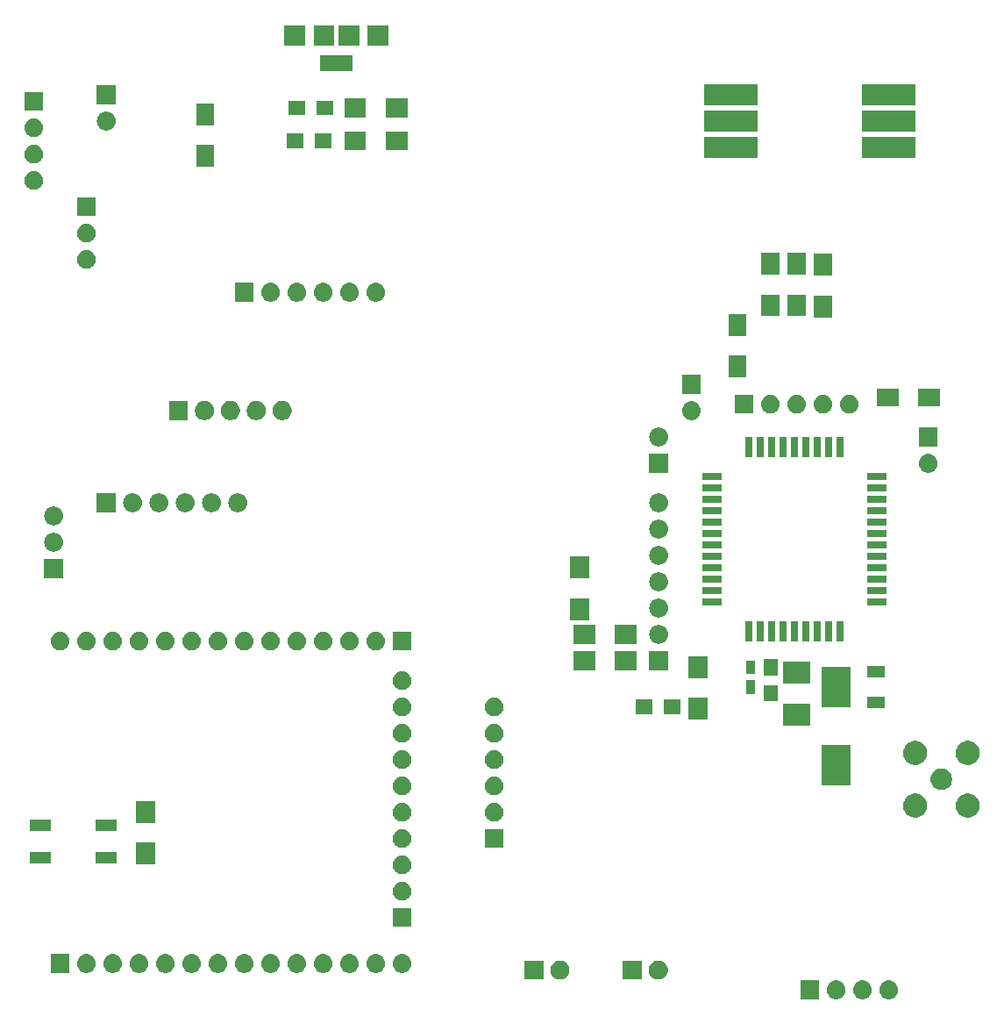
<source format=gbr>
G04 #@! TF.GenerationSoftware,KiCad,Pcbnew,(5.0.2)-1*
G04 #@! TF.CreationDate,2019-04-16T07:35:46+02:00*
G04 #@! TF.ProjectId,devboard_io,64657662-6f61-4726-945f-696f2e6b6963,rev?*
G04 #@! TF.SameCoordinates,Original*
G04 #@! TF.FileFunction,Soldermask,Bot*
G04 #@! TF.FilePolarity,Negative*
%FSLAX46Y46*%
G04 Gerber Fmt 4.6, Leading zero omitted, Abs format (unit mm)*
G04 Created by KiCad (PCBNEW (5.0.2)-1) date 16/04/2019 07:35:46*
%MOMM*%
%LPD*%
G01*
G04 APERTURE LIST*
%ADD10C,0.100000*%
G04 APERTURE END LIST*
D10*
G36*
X456040442Y-124200518D02*
X456106627Y-124207037D01*
X456219853Y-124241384D01*
X456276467Y-124258557D01*
X456415087Y-124332652D01*
X456432991Y-124342222D01*
X456468729Y-124371552D01*
X456570186Y-124454814D01*
X456653448Y-124556271D01*
X456682778Y-124592009D01*
X456682779Y-124592011D01*
X456766443Y-124748533D01*
X456766443Y-124748534D01*
X456817963Y-124918373D01*
X456835359Y-125095000D01*
X456817963Y-125271627D01*
X456783616Y-125384853D01*
X456766443Y-125441467D01*
X456692348Y-125580087D01*
X456682778Y-125597991D01*
X456653448Y-125633729D01*
X456570186Y-125735186D01*
X456468729Y-125818448D01*
X456432991Y-125847778D01*
X456432989Y-125847779D01*
X456276467Y-125931443D01*
X456219853Y-125948616D01*
X456106627Y-125982963D01*
X456040442Y-125989482D01*
X455974260Y-125996000D01*
X455885740Y-125996000D01*
X455819558Y-125989482D01*
X455753373Y-125982963D01*
X455640147Y-125948616D01*
X455583533Y-125931443D01*
X455427011Y-125847779D01*
X455427009Y-125847778D01*
X455391271Y-125818448D01*
X455289814Y-125735186D01*
X455206552Y-125633729D01*
X455177222Y-125597991D01*
X455167652Y-125580087D01*
X455093557Y-125441467D01*
X455076384Y-125384853D01*
X455042037Y-125271627D01*
X455024641Y-125095000D01*
X455042037Y-124918373D01*
X455093557Y-124748534D01*
X455093557Y-124748533D01*
X455177221Y-124592011D01*
X455177222Y-124592009D01*
X455206552Y-124556271D01*
X455289814Y-124454814D01*
X455391271Y-124371552D01*
X455427009Y-124342222D01*
X455444913Y-124332652D01*
X455583533Y-124258557D01*
X455640147Y-124241384D01*
X455753373Y-124207037D01*
X455819558Y-124200518D01*
X455885740Y-124194000D01*
X455974260Y-124194000D01*
X456040442Y-124200518D01*
X456040442Y-124200518D01*
G37*
G36*
X453500442Y-124200518D02*
X453566627Y-124207037D01*
X453679853Y-124241384D01*
X453736467Y-124258557D01*
X453875087Y-124332652D01*
X453892991Y-124342222D01*
X453928729Y-124371552D01*
X454030186Y-124454814D01*
X454113448Y-124556271D01*
X454142778Y-124592009D01*
X454142779Y-124592011D01*
X454226443Y-124748533D01*
X454226443Y-124748534D01*
X454277963Y-124918373D01*
X454295359Y-125095000D01*
X454277963Y-125271627D01*
X454243616Y-125384853D01*
X454226443Y-125441467D01*
X454152348Y-125580087D01*
X454142778Y-125597991D01*
X454113448Y-125633729D01*
X454030186Y-125735186D01*
X453928729Y-125818448D01*
X453892991Y-125847778D01*
X453892989Y-125847779D01*
X453736467Y-125931443D01*
X453679853Y-125948616D01*
X453566627Y-125982963D01*
X453500442Y-125989482D01*
X453434260Y-125996000D01*
X453345740Y-125996000D01*
X453279558Y-125989482D01*
X453213373Y-125982963D01*
X453100147Y-125948616D01*
X453043533Y-125931443D01*
X452887011Y-125847779D01*
X452887009Y-125847778D01*
X452851271Y-125818448D01*
X452749814Y-125735186D01*
X452666552Y-125633729D01*
X452637222Y-125597991D01*
X452627652Y-125580087D01*
X452553557Y-125441467D01*
X452536384Y-125384853D01*
X452502037Y-125271627D01*
X452484641Y-125095000D01*
X452502037Y-124918373D01*
X452553557Y-124748534D01*
X452553557Y-124748533D01*
X452637221Y-124592011D01*
X452637222Y-124592009D01*
X452666552Y-124556271D01*
X452749814Y-124454814D01*
X452851271Y-124371552D01*
X452887009Y-124342222D01*
X452904913Y-124332652D01*
X453043533Y-124258557D01*
X453100147Y-124241384D01*
X453213373Y-124207037D01*
X453279558Y-124200518D01*
X453345740Y-124194000D01*
X453434260Y-124194000D01*
X453500442Y-124200518D01*
X453500442Y-124200518D01*
G37*
G36*
X449211000Y-125996000D02*
X447409000Y-125996000D01*
X447409000Y-124194000D01*
X449211000Y-124194000D01*
X449211000Y-125996000D01*
X449211000Y-125996000D01*
G37*
G36*
X450960442Y-124200518D02*
X451026627Y-124207037D01*
X451139853Y-124241384D01*
X451196467Y-124258557D01*
X451335087Y-124332652D01*
X451352991Y-124342222D01*
X451388729Y-124371552D01*
X451490186Y-124454814D01*
X451573448Y-124556271D01*
X451602778Y-124592009D01*
X451602779Y-124592011D01*
X451686443Y-124748533D01*
X451686443Y-124748534D01*
X451737963Y-124918373D01*
X451755359Y-125095000D01*
X451737963Y-125271627D01*
X451703616Y-125384853D01*
X451686443Y-125441467D01*
X451612348Y-125580087D01*
X451602778Y-125597991D01*
X451573448Y-125633729D01*
X451490186Y-125735186D01*
X451388729Y-125818448D01*
X451352991Y-125847778D01*
X451352989Y-125847779D01*
X451196467Y-125931443D01*
X451139853Y-125948616D01*
X451026627Y-125982963D01*
X450960442Y-125989482D01*
X450894260Y-125996000D01*
X450805740Y-125996000D01*
X450739558Y-125989482D01*
X450673373Y-125982963D01*
X450560147Y-125948616D01*
X450503533Y-125931443D01*
X450347011Y-125847779D01*
X450347009Y-125847778D01*
X450311271Y-125818448D01*
X450209814Y-125735186D01*
X450126552Y-125633729D01*
X450097222Y-125597991D01*
X450087652Y-125580087D01*
X450013557Y-125441467D01*
X449996384Y-125384853D01*
X449962037Y-125271627D01*
X449944641Y-125095000D01*
X449962037Y-124918373D01*
X450013557Y-124748534D01*
X450013557Y-124748533D01*
X450097221Y-124592011D01*
X450097222Y-124592009D01*
X450126552Y-124556271D01*
X450209814Y-124454814D01*
X450311271Y-124371552D01*
X450347009Y-124342222D01*
X450364913Y-124332652D01*
X450503533Y-124258557D01*
X450560147Y-124241384D01*
X450673373Y-124207037D01*
X450739558Y-124200518D01*
X450805740Y-124194000D01*
X450894260Y-124194000D01*
X450960442Y-124200518D01*
X450960442Y-124200518D01*
G37*
G36*
X422606000Y-124116000D02*
X420754000Y-124116000D01*
X420754000Y-122264000D01*
X422606000Y-122264000D01*
X422606000Y-124116000D01*
X422606000Y-124116000D01*
G37*
G36*
X424450104Y-122299585D02*
X424618626Y-122369389D01*
X424770291Y-122470728D01*
X424899272Y-122599709D01*
X425000611Y-122751374D01*
X425070415Y-122919896D01*
X425106000Y-123098797D01*
X425106000Y-123281203D01*
X425070415Y-123460104D01*
X425000611Y-123628626D01*
X424899272Y-123780291D01*
X424770291Y-123909272D01*
X424618626Y-124010611D01*
X424450104Y-124080415D01*
X424271203Y-124116000D01*
X424088797Y-124116000D01*
X423909896Y-124080415D01*
X423741374Y-124010611D01*
X423589709Y-123909272D01*
X423460728Y-123780291D01*
X423359389Y-123628626D01*
X423289585Y-123460104D01*
X423254000Y-123281203D01*
X423254000Y-123098797D01*
X423289585Y-122919896D01*
X423359389Y-122751374D01*
X423460728Y-122599709D01*
X423589709Y-122470728D01*
X423741374Y-122369389D01*
X423909896Y-122299585D01*
X424088797Y-122264000D01*
X424271203Y-122264000D01*
X424450104Y-122299585D01*
X424450104Y-122299585D01*
G37*
G36*
X433935104Y-122299585D02*
X434103626Y-122369389D01*
X434255291Y-122470728D01*
X434384272Y-122599709D01*
X434485611Y-122751374D01*
X434555415Y-122919896D01*
X434591000Y-123098797D01*
X434591000Y-123281203D01*
X434555415Y-123460104D01*
X434485611Y-123628626D01*
X434384272Y-123780291D01*
X434255291Y-123909272D01*
X434103626Y-124010611D01*
X433935104Y-124080415D01*
X433756203Y-124116000D01*
X433573797Y-124116000D01*
X433394896Y-124080415D01*
X433226374Y-124010611D01*
X433074709Y-123909272D01*
X432945728Y-123780291D01*
X432844389Y-123628626D01*
X432774585Y-123460104D01*
X432739000Y-123281203D01*
X432739000Y-123098797D01*
X432774585Y-122919896D01*
X432844389Y-122751374D01*
X432945728Y-122599709D01*
X433074709Y-122470728D01*
X433226374Y-122369389D01*
X433394896Y-122299585D01*
X433573797Y-122264000D01*
X433756203Y-122264000D01*
X433935104Y-122299585D01*
X433935104Y-122299585D01*
G37*
G36*
X432091000Y-124116000D02*
X430239000Y-124116000D01*
X430239000Y-122264000D01*
X432091000Y-122264000D01*
X432091000Y-124116000D01*
X432091000Y-124116000D01*
G37*
G36*
X391270442Y-121660518D02*
X391336627Y-121667037D01*
X391449853Y-121701384D01*
X391506467Y-121718557D01*
X391645087Y-121792652D01*
X391662991Y-121802222D01*
X391698729Y-121831552D01*
X391800186Y-121914814D01*
X391883448Y-122016271D01*
X391912778Y-122052009D01*
X391912779Y-122052011D01*
X391996443Y-122208533D01*
X391996443Y-122208534D01*
X392047963Y-122378373D01*
X392065359Y-122555000D01*
X392047963Y-122731627D01*
X392013616Y-122844853D01*
X391996443Y-122901467D01*
X391986592Y-122919896D01*
X391912778Y-123057991D01*
X391883448Y-123093729D01*
X391800186Y-123195186D01*
X391698729Y-123278448D01*
X391662991Y-123307778D01*
X391662989Y-123307779D01*
X391506467Y-123391443D01*
X391449853Y-123408616D01*
X391336627Y-123442963D01*
X391270442Y-123449482D01*
X391204260Y-123456000D01*
X391115740Y-123456000D01*
X391049558Y-123449482D01*
X390983373Y-123442963D01*
X390870147Y-123408616D01*
X390813533Y-123391443D01*
X390657011Y-123307779D01*
X390657009Y-123307778D01*
X390621271Y-123278448D01*
X390519814Y-123195186D01*
X390436552Y-123093729D01*
X390407222Y-123057991D01*
X390333408Y-122919896D01*
X390323557Y-122901467D01*
X390306384Y-122844853D01*
X390272037Y-122731627D01*
X390254641Y-122555000D01*
X390272037Y-122378373D01*
X390323557Y-122208534D01*
X390323557Y-122208533D01*
X390407221Y-122052011D01*
X390407222Y-122052009D01*
X390436552Y-122016271D01*
X390519814Y-121914814D01*
X390621271Y-121831552D01*
X390657009Y-121802222D01*
X390674913Y-121792652D01*
X390813533Y-121718557D01*
X390870147Y-121701384D01*
X390983373Y-121667037D01*
X391049558Y-121660518D01*
X391115740Y-121654000D01*
X391204260Y-121654000D01*
X391270442Y-121660518D01*
X391270442Y-121660518D01*
G37*
G36*
X409050442Y-121660518D02*
X409116627Y-121667037D01*
X409229853Y-121701384D01*
X409286467Y-121718557D01*
X409425087Y-121792652D01*
X409442991Y-121802222D01*
X409478729Y-121831552D01*
X409580186Y-121914814D01*
X409663448Y-122016271D01*
X409692778Y-122052009D01*
X409692779Y-122052011D01*
X409776443Y-122208533D01*
X409776443Y-122208534D01*
X409827963Y-122378373D01*
X409845359Y-122555000D01*
X409827963Y-122731627D01*
X409793616Y-122844853D01*
X409776443Y-122901467D01*
X409766592Y-122919896D01*
X409692778Y-123057991D01*
X409663448Y-123093729D01*
X409580186Y-123195186D01*
X409478729Y-123278448D01*
X409442991Y-123307778D01*
X409442989Y-123307779D01*
X409286467Y-123391443D01*
X409229853Y-123408616D01*
X409116627Y-123442963D01*
X409050442Y-123449482D01*
X408984260Y-123456000D01*
X408895740Y-123456000D01*
X408829558Y-123449482D01*
X408763373Y-123442963D01*
X408650147Y-123408616D01*
X408593533Y-123391443D01*
X408437011Y-123307779D01*
X408437009Y-123307778D01*
X408401271Y-123278448D01*
X408299814Y-123195186D01*
X408216552Y-123093729D01*
X408187222Y-123057991D01*
X408113408Y-122919896D01*
X408103557Y-122901467D01*
X408086384Y-122844853D01*
X408052037Y-122731627D01*
X408034641Y-122555000D01*
X408052037Y-122378373D01*
X408103557Y-122208534D01*
X408103557Y-122208533D01*
X408187221Y-122052011D01*
X408187222Y-122052009D01*
X408216552Y-122016271D01*
X408299814Y-121914814D01*
X408401271Y-121831552D01*
X408437009Y-121802222D01*
X408454913Y-121792652D01*
X408593533Y-121718557D01*
X408650147Y-121701384D01*
X408763373Y-121667037D01*
X408829558Y-121660518D01*
X408895740Y-121654000D01*
X408984260Y-121654000D01*
X409050442Y-121660518D01*
X409050442Y-121660518D01*
G37*
G36*
X406510442Y-121660518D02*
X406576627Y-121667037D01*
X406689853Y-121701384D01*
X406746467Y-121718557D01*
X406885087Y-121792652D01*
X406902991Y-121802222D01*
X406938729Y-121831552D01*
X407040186Y-121914814D01*
X407123448Y-122016271D01*
X407152778Y-122052009D01*
X407152779Y-122052011D01*
X407236443Y-122208533D01*
X407236443Y-122208534D01*
X407287963Y-122378373D01*
X407305359Y-122555000D01*
X407287963Y-122731627D01*
X407253616Y-122844853D01*
X407236443Y-122901467D01*
X407226592Y-122919896D01*
X407152778Y-123057991D01*
X407123448Y-123093729D01*
X407040186Y-123195186D01*
X406938729Y-123278448D01*
X406902991Y-123307778D01*
X406902989Y-123307779D01*
X406746467Y-123391443D01*
X406689853Y-123408616D01*
X406576627Y-123442963D01*
X406510442Y-123449482D01*
X406444260Y-123456000D01*
X406355740Y-123456000D01*
X406289558Y-123449482D01*
X406223373Y-123442963D01*
X406110147Y-123408616D01*
X406053533Y-123391443D01*
X405897011Y-123307779D01*
X405897009Y-123307778D01*
X405861271Y-123278448D01*
X405759814Y-123195186D01*
X405676552Y-123093729D01*
X405647222Y-123057991D01*
X405573408Y-122919896D01*
X405563557Y-122901467D01*
X405546384Y-122844853D01*
X405512037Y-122731627D01*
X405494641Y-122555000D01*
X405512037Y-122378373D01*
X405563557Y-122208534D01*
X405563557Y-122208533D01*
X405647221Y-122052011D01*
X405647222Y-122052009D01*
X405676552Y-122016271D01*
X405759814Y-121914814D01*
X405861271Y-121831552D01*
X405897009Y-121802222D01*
X405914913Y-121792652D01*
X406053533Y-121718557D01*
X406110147Y-121701384D01*
X406223373Y-121667037D01*
X406289558Y-121660518D01*
X406355740Y-121654000D01*
X406444260Y-121654000D01*
X406510442Y-121660518D01*
X406510442Y-121660518D01*
G37*
G36*
X403970442Y-121660518D02*
X404036627Y-121667037D01*
X404149853Y-121701384D01*
X404206467Y-121718557D01*
X404345087Y-121792652D01*
X404362991Y-121802222D01*
X404398729Y-121831552D01*
X404500186Y-121914814D01*
X404583448Y-122016271D01*
X404612778Y-122052009D01*
X404612779Y-122052011D01*
X404696443Y-122208533D01*
X404696443Y-122208534D01*
X404747963Y-122378373D01*
X404765359Y-122555000D01*
X404747963Y-122731627D01*
X404713616Y-122844853D01*
X404696443Y-122901467D01*
X404686592Y-122919896D01*
X404612778Y-123057991D01*
X404583448Y-123093729D01*
X404500186Y-123195186D01*
X404398729Y-123278448D01*
X404362991Y-123307778D01*
X404362989Y-123307779D01*
X404206467Y-123391443D01*
X404149853Y-123408616D01*
X404036627Y-123442963D01*
X403970442Y-123449482D01*
X403904260Y-123456000D01*
X403815740Y-123456000D01*
X403749558Y-123449482D01*
X403683373Y-123442963D01*
X403570147Y-123408616D01*
X403513533Y-123391443D01*
X403357011Y-123307779D01*
X403357009Y-123307778D01*
X403321271Y-123278448D01*
X403219814Y-123195186D01*
X403136552Y-123093729D01*
X403107222Y-123057991D01*
X403033408Y-122919896D01*
X403023557Y-122901467D01*
X403006384Y-122844853D01*
X402972037Y-122731627D01*
X402954641Y-122555000D01*
X402972037Y-122378373D01*
X403023557Y-122208534D01*
X403023557Y-122208533D01*
X403107221Y-122052011D01*
X403107222Y-122052009D01*
X403136552Y-122016271D01*
X403219814Y-121914814D01*
X403321271Y-121831552D01*
X403357009Y-121802222D01*
X403374913Y-121792652D01*
X403513533Y-121718557D01*
X403570147Y-121701384D01*
X403683373Y-121667037D01*
X403749558Y-121660518D01*
X403815740Y-121654000D01*
X403904260Y-121654000D01*
X403970442Y-121660518D01*
X403970442Y-121660518D01*
G37*
G36*
X401430442Y-121660518D02*
X401496627Y-121667037D01*
X401609853Y-121701384D01*
X401666467Y-121718557D01*
X401805087Y-121792652D01*
X401822991Y-121802222D01*
X401858729Y-121831552D01*
X401960186Y-121914814D01*
X402043448Y-122016271D01*
X402072778Y-122052009D01*
X402072779Y-122052011D01*
X402156443Y-122208533D01*
X402156443Y-122208534D01*
X402207963Y-122378373D01*
X402225359Y-122555000D01*
X402207963Y-122731627D01*
X402173616Y-122844853D01*
X402156443Y-122901467D01*
X402146592Y-122919896D01*
X402072778Y-123057991D01*
X402043448Y-123093729D01*
X401960186Y-123195186D01*
X401858729Y-123278448D01*
X401822991Y-123307778D01*
X401822989Y-123307779D01*
X401666467Y-123391443D01*
X401609853Y-123408616D01*
X401496627Y-123442963D01*
X401430442Y-123449482D01*
X401364260Y-123456000D01*
X401275740Y-123456000D01*
X401209558Y-123449482D01*
X401143373Y-123442963D01*
X401030147Y-123408616D01*
X400973533Y-123391443D01*
X400817011Y-123307779D01*
X400817009Y-123307778D01*
X400781271Y-123278448D01*
X400679814Y-123195186D01*
X400596552Y-123093729D01*
X400567222Y-123057991D01*
X400493408Y-122919896D01*
X400483557Y-122901467D01*
X400466384Y-122844853D01*
X400432037Y-122731627D01*
X400414641Y-122555000D01*
X400432037Y-122378373D01*
X400483557Y-122208534D01*
X400483557Y-122208533D01*
X400567221Y-122052011D01*
X400567222Y-122052009D01*
X400596552Y-122016271D01*
X400679814Y-121914814D01*
X400781271Y-121831552D01*
X400817009Y-121802222D01*
X400834913Y-121792652D01*
X400973533Y-121718557D01*
X401030147Y-121701384D01*
X401143373Y-121667037D01*
X401209558Y-121660518D01*
X401275740Y-121654000D01*
X401364260Y-121654000D01*
X401430442Y-121660518D01*
X401430442Y-121660518D01*
G37*
G36*
X398890442Y-121660518D02*
X398956627Y-121667037D01*
X399069853Y-121701384D01*
X399126467Y-121718557D01*
X399265087Y-121792652D01*
X399282991Y-121802222D01*
X399318729Y-121831552D01*
X399420186Y-121914814D01*
X399503448Y-122016271D01*
X399532778Y-122052009D01*
X399532779Y-122052011D01*
X399616443Y-122208533D01*
X399616443Y-122208534D01*
X399667963Y-122378373D01*
X399685359Y-122555000D01*
X399667963Y-122731627D01*
X399633616Y-122844853D01*
X399616443Y-122901467D01*
X399606592Y-122919896D01*
X399532778Y-123057991D01*
X399503448Y-123093729D01*
X399420186Y-123195186D01*
X399318729Y-123278448D01*
X399282991Y-123307778D01*
X399282989Y-123307779D01*
X399126467Y-123391443D01*
X399069853Y-123408616D01*
X398956627Y-123442963D01*
X398890442Y-123449482D01*
X398824260Y-123456000D01*
X398735740Y-123456000D01*
X398669558Y-123449482D01*
X398603373Y-123442963D01*
X398490147Y-123408616D01*
X398433533Y-123391443D01*
X398277011Y-123307779D01*
X398277009Y-123307778D01*
X398241271Y-123278448D01*
X398139814Y-123195186D01*
X398056552Y-123093729D01*
X398027222Y-123057991D01*
X397953408Y-122919896D01*
X397943557Y-122901467D01*
X397926384Y-122844853D01*
X397892037Y-122731627D01*
X397874641Y-122555000D01*
X397892037Y-122378373D01*
X397943557Y-122208534D01*
X397943557Y-122208533D01*
X398027221Y-122052011D01*
X398027222Y-122052009D01*
X398056552Y-122016271D01*
X398139814Y-121914814D01*
X398241271Y-121831552D01*
X398277009Y-121802222D01*
X398294913Y-121792652D01*
X398433533Y-121718557D01*
X398490147Y-121701384D01*
X398603373Y-121667037D01*
X398669558Y-121660518D01*
X398735740Y-121654000D01*
X398824260Y-121654000D01*
X398890442Y-121660518D01*
X398890442Y-121660518D01*
G37*
G36*
X386190442Y-121660518D02*
X386256627Y-121667037D01*
X386369853Y-121701384D01*
X386426467Y-121718557D01*
X386565087Y-121792652D01*
X386582991Y-121802222D01*
X386618729Y-121831552D01*
X386720186Y-121914814D01*
X386803448Y-122016271D01*
X386832778Y-122052009D01*
X386832779Y-122052011D01*
X386916443Y-122208533D01*
X386916443Y-122208534D01*
X386967963Y-122378373D01*
X386985359Y-122555000D01*
X386967963Y-122731627D01*
X386933616Y-122844853D01*
X386916443Y-122901467D01*
X386906592Y-122919896D01*
X386832778Y-123057991D01*
X386803448Y-123093729D01*
X386720186Y-123195186D01*
X386618729Y-123278448D01*
X386582991Y-123307778D01*
X386582989Y-123307779D01*
X386426467Y-123391443D01*
X386369853Y-123408616D01*
X386256627Y-123442963D01*
X386190442Y-123449482D01*
X386124260Y-123456000D01*
X386035740Y-123456000D01*
X385969558Y-123449482D01*
X385903373Y-123442963D01*
X385790147Y-123408616D01*
X385733533Y-123391443D01*
X385577011Y-123307779D01*
X385577009Y-123307778D01*
X385541271Y-123278448D01*
X385439814Y-123195186D01*
X385356552Y-123093729D01*
X385327222Y-123057991D01*
X385253408Y-122919896D01*
X385243557Y-122901467D01*
X385226384Y-122844853D01*
X385192037Y-122731627D01*
X385174641Y-122555000D01*
X385192037Y-122378373D01*
X385243557Y-122208534D01*
X385243557Y-122208533D01*
X385327221Y-122052011D01*
X385327222Y-122052009D01*
X385356552Y-122016271D01*
X385439814Y-121914814D01*
X385541271Y-121831552D01*
X385577009Y-121802222D01*
X385594913Y-121792652D01*
X385733533Y-121718557D01*
X385790147Y-121701384D01*
X385903373Y-121667037D01*
X385969558Y-121660518D01*
X386035740Y-121654000D01*
X386124260Y-121654000D01*
X386190442Y-121660518D01*
X386190442Y-121660518D01*
G37*
G36*
X383650442Y-121660518D02*
X383716627Y-121667037D01*
X383829853Y-121701384D01*
X383886467Y-121718557D01*
X384025087Y-121792652D01*
X384042991Y-121802222D01*
X384078729Y-121831552D01*
X384180186Y-121914814D01*
X384263448Y-122016271D01*
X384292778Y-122052009D01*
X384292779Y-122052011D01*
X384376443Y-122208533D01*
X384376443Y-122208534D01*
X384427963Y-122378373D01*
X384445359Y-122555000D01*
X384427963Y-122731627D01*
X384393616Y-122844853D01*
X384376443Y-122901467D01*
X384366592Y-122919896D01*
X384292778Y-123057991D01*
X384263448Y-123093729D01*
X384180186Y-123195186D01*
X384078729Y-123278448D01*
X384042991Y-123307778D01*
X384042989Y-123307779D01*
X383886467Y-123391443D01*
X383829853Y-123408616D01*
X383716627Y-123442963D01*
X383650442Y-123449482D01*
X383584260Y-123456000D01*
X383495740Y-123456000D01*
X383429558Y-123449482D01*
X383363373Y-123442963D01*
X383250147Y-123408616D01*
X383193533Y-123391443D01*
X383037011Y-123307779D01*
X383037009Y-123307778D01*
X383001271Y-123278448D01*
X382899814Y-123195186D01*
X382816552Y-123093729D01*
X382787222Y-123057991D01*
X382713408Y-122919896D01*
X382703557Y-122901467D01*
X382686384Y-122844853D01*
X382652037Y-122731627D01*
X382634641Y-122555000D01*
X382652037Y-122378373D01*
X382703557Y-122208534D01*
X382703557Y-122208533D01*
X382787221Y-122052011D01*
X382787222Y-122052009D01*
X382816552Y-122016271D01*
X382899814Y-121914814D01*
X383001271Y-121831552D01*
X383037009Y-121802222D01*
X383054913Y-121792652D01*
X383193533Y-121718557D01*
X383250147Y-121701384D01*
X383363373Y-121667037D01*
X383429558Y-121660518D01*
X383495740Y-121654000D01*
X383584260Y-121654000D01*
X383650442Y-121660518D01*
X383650442Y-121660518D01*
G37*
G36*
X381110442Y-121660518D02*
X381176627Y-121667037D01*
X381289853Y-121701384D01*
X381346467Y-121718557D01*
X381485087Y-121792652D01*
X381502991Y-121802222D01*
X381538729Y-121831552D01*
X381640186Y-121914814D01*
X381723448Y-122016271D01*
X381752778Y-122052009D01*
X381752779Y-122052011D01*
X381836443Y-122208533D01*
X381836443Y-122208534D01*
X381887963Y-122378373D01*
X381905359Y-122555000D01*
X381887963Y-122731627D01*
X381853616Y-122844853D01*
X381836443Y-122901467D01*
X381826592Y-122919896D01*
X381752778Y-123057991D01*
X381723448Y-123093729D01*
X381640186Y-123195186D01*
X381538729Y-123278448D01*
X381502991Y-123307778D01*
X381502989Y-123307779D01*
X381346467Y-123391443D01*
X381289853Y-123408616D01*
X381176627Y-123442963D01*
X381110442Y-123449482D01*
X381044260Y-123456000D01*
X380955740Y-123456000D01*
X380889558Y-123449482D01*
X380823373Y-123442963D01*
X380710147Y-123408616D01*
X380653533Y-123391443D01*
X380497011Y-123307779D01*
X380497009Y-123307778D01*
X380461271Y-123278448D01*
X380359814Y-123195186D01*
X380276552Y-123093729D01*
X380247222Y-123057991D01*
X380173408Y-122919896D01*
X380163557Y-122901467D01*
X380146384Y-122844853D01*
X380112037Y-122731627D01*
X380094641Y-122555000D01*
X380112037Y-122378373D01*
X380163557Y-122208534D01*
X380163557Y-122208533D01*
X380247221Y-122052011D01*
X380247222Y-122052009D01*
X380276552Y-122016271D01*
X380359814Y-121914814D01*
X380461271Y-121831552D01*
X380497009Y-121802222D01*
X380514913Y-121792652D01*
X380653533Y-121718557D01*
X380710147Y-121701384D01*
X380823373Y-121667037D01*
X380889558Y-121660518D01*
X380955740Y-121654000D01*
X381044260Y-121654000D01*
X381110442Y-121660518D01*
X381110442Y-121660518D01*
G37*
G36*
X378570442Y-121660518D02*
X378636627Y-121667037D01*
X378749853Y-121701384D01*
X378806467Y-121718557D01*
X378945087Y-121792652D01*
X378962991Y-121802222D01*
X378998729Y-121831552D01*
X379100186Y-121914814D01*
X379183448Y-122016271D01*
X379212778Y-122052009D01*
X379212779Y-122052011D01*
X379296443Y-122208533D01*
X379296443Y-122208534D01*
X379347963Y-122378373D01*
X379365359Y-122555000D01*
X379347963Y-122731627D01*
X379313616Y-122844853D01*
X379296443Y-122901467D01*
X379286592Y-122919896D01*
X379212778Y-123057991D01*
X379183448Y-123093729D01*
X379100186Y-123195186D01*
X378998729Y-123278448D01*
X378962991Y-123307778D01*
X378962989Y-123307779D01*
X378806467Y-123391443D01*
X378749853Y-123408616D01*
X378636627Y-123442963D01*
X378570442Y-123449482D01*
X378504260Y-123456000D01*
X378415740Y-123456000D01*
X378349558Y-123449482D01*
X378283373Y-123442963D01*
X378170147Y-123408616D01*
X378113533Y-123391443D01*
X377957011Y-123307779D01*
X377957009Y-123307778D01*
X377921271Y-123278448D01*
X377819814Y-123195186D01*
X377736552Y-123093729D01*
X377707222Y-123057991D01*
X377633408Y-122919896D01*
X377623557Y-122901467D01*
X377606384Y-122844853D01*
X377572037Y-122731627D01*
X377554641Y-122555000D01*
X377572037Y-122378373D01*
X377623557Y-122208534D01*
X377623557Y-122208533D01*
X377707221Y-122052011D01*
X377707222Y-122052009D01*
X377736552Y-122016271D01*
X377819814Y-121914814D01*
X377921271Y-121831552D01*
X377957009Y-121802222D01*
X377974913Y-121792652D01*
X378113533Y-121718557D01*
X378170147Y-121701384D01*
X378283373Y-121667037D01*
X378349558Y-121660518D01*
X378415740Y-121654000D01*
X378504260Y-121654000D01*
X378570442Y-121660518D01*
X378570442Y-121660518D01*
G37*
G36*
X376821000Y-123456000D02*
X375019000Y-123456000D01*
X375019000Y-121654000D01*
X376821000Y-121654000D01*
X376821000Y-123456000D01*
X376821000Y-123456000D01*
G37*
G36*
X388730442Y-121660518D02*
X388796627Y-121667037D01*
X388909853Y-121701384D01*
X388966467Y-121718557D01*
X389105087Y-121792652D01*
X389122991Y-121802222D01*
X389158729Y-121831552D01*
X389260186Y-121914814D01*
X389343448Y-122016271D01*
X389372778Y-122052009D01*
X389372779Y-122052011D01*
X389456443Y-122208533D01*
X389456443Y-122208534D01*
X389507963Y-122378373D01*
X389525359Y-122555000D01*
X389507963Y-122731627D01*
X389473616Y-122844853D01*
X389456443Y-122901467D01*
X389446592Y-122919896D01*
X389372778Y-123057991D01*
X389343448Y-123093729D01*
X389260186Y-123195186D01*
X389158729Y-123278448D01*
X389122991Y-123307778D01*
X389122989Y-123307779D01*
X388966467Y-123391443D01*
X388909853Y-123408616D01*
X388796627Y-123442963D01*
X388730442Y-123449482D01*
X388664260Y-123456000D01*
X388575740Y-123456000D01*
X388509558Y-123449482D01*
X388443373Y-123442963D01*
X388330147Y-123408616D01*
X388273533Y-123391443D01*
X388117011Y-123307779D01*
X388117009Y-123307778D01*
X388081271Y-123278448D01*
X387979814Y-123195186D01*
X387896552Y-123093729D01*
X387867222Y-123057991D01*
X387793408Y-122919896D01*
X387783557Y-122901467D01*
X387766384Y-122844853D01*
X387732037Y-122731627D01*
X387714641Y-122555000D01*
X387732037Y-122378373D01*
X387783557Y-122208534D01*
X387783557Y-122208533D01*
X387867221Y-122052011D01*
X387867222Y-122052009D01*
X387896552Y-122016271D01*
X387979814Y-121914814D01*
X388081271Y-121831552D01*
X388117009Y-121802222D01*
X388134913Y-121792652D01*
X388273533Y-121718557D01*
X388330147Y-121701384D01*
X388443373Y-121667037D01*
X388509558Y-121660518D01*
X388575740Y-121654000D01*
X388664260Y-121654000D01*
X388730442Y-121660518D01*
X388730442Y-121660518D01*
G37*
G36*
X396350442Y-121660518D02*
X396416627Y-121667037D01*
X396529853Y-121701384D01*
X396586467Y-121718557D01*
X396725087Y-121792652D01*
X396742991Y-121802222D01*
X396778729Y-121831552D01*
X396880186Y-121914814D01*
X396963448Y-122016271D01*
X396992778Y-122052009D01*
X396992779Y-122052011D01*
X397076443Y-122208533D01*
X397076443Y-122208534D01*
X397127963Y-122378373D01*
X397145359Y-122555000D01*
X397127963Y-122731627D01*
X397093616Y-122844853D01*
X397076443Y-122901467D01*
X397066592Y-122919896D01*
X396992778Y-123057991D01*
X396963448Y-123093729D01*
X396880186Y-123195186D01*
X396778729Y-123278448D01*
X396742991Y-123307778D01*
X396742989Y-123307779D01*
X396586467Y-123391443D01*
X396529853Y-123408616D01*
X396416627Y-123442963D01*
X396350442Y-123449482D01*
X396284260Y-123456000D01*
X396195740Y-123456000D01*
X396129558Y-123449482D01*
X396063373Y-123442963D01*
X395950147Y-123408616D01*
X395893533Y-123391443D01*
X395737011Y-123307779D01*
X395737009Y-123307778D01*
X395701271Y-123278448D01*
X395599814Y-123195186D01*
X395516552Y-123093729D01*
X395487222Y-123057991D01*
X395413408Y-122919896D01*
X395403557Y-122901467D01*
X395386384Y-122844853D01*
X395352037Y-122731627D01*
X395334641Y-122555000D01*
X395352037Y-122378373D01*
X395403557Y-122208534D01*
X395403557Y-122208533D01*
X395487221Y-122052011D01*
X395487222Y-122052009D01*
X395516552Y-122016271D01*
X395599814Y-121914814D01*
X395701271Y-121831552D01*
X395737009Y-121802222D01*
X395754913Y-121792652D01*
X395893533Y-121718557D01*
X395950147Y-121701384D01*
X396063373Y-121667037D01*
X396129558Y-121660518D01*
X396195740Y-121654000D01*
X396284260Y-121654000D01*
X396350442Y-121660518D01*
X396350442Y-121660518D01*
G37*
G36*
X393810442Y-121660518D02*
X393876627Y-121667037D01*
X393989853Y-121701384D01*
X394046467Y-121718557D01*
X394185087Y-121792652D01*
X394202991Y-121802222D01*
X394238729Y-121831552D01*
X394340186Y-121914814D01*
X394423448Y-122016271D01*
X394452778Y-122052009D01*
X394452779Y-122052011D01*
X394536443Y-122208533D01*
X394536443Y-122208534D01*
X394587963Y-122378373D01*
X394605359Y-122555000D01*
X394587963Y-122731627D01*
X394553616Y-122844853D01*
X394536443Y-122901467D01*
X394526592Y-122919896D01*
X394452778Y-123057991D01*
X394423448Y-123093729D01*
X394340186Y-123195186D01*
X394238729Y-123278448D01*
X394202991Y-123307778D01*
X394202989Y-123307779D01*
X394046467Y-123391443D01*
X393989853Y-123408616D01*
X393876627Y-123442963D01*
X393810442Y-123449482D01*
X393744260Y-123456000D01*
X393655740Y-123456000D01*
X393589558Y-123449482D01*
X393523373Y-123442963D01*
X393410147Y-123408616D01*
X393353533Y-123391443D01*
X393197011Y-123307779D01*
X393197009Y-123307778D01*
X393161271Y-123278448D01*
X393059814Y-123195186D01*
X392976552Y-123093729D01*
X392947222Y-123057991D01*
X392873408Y-122919896D01*
X392863557Y-122901467D01*
X392846384Y-122844853D01*
X392812037Y-122731627D01*
X392794641Y-122555000D01*
X392812037Y-122378373D01*
X392863557Y-122208534D01*
X392863557Y-122208533D01*
X392947221Y-122052011D01*
X392947222Y-122052009D01*
X392976552Y-122016271D01*
X393059814Y-121914814D01*
X393161271Y-121831552D01*
X393197009Y-121802222D01*
X393214913Y-121792652D01*
X393353533Y-121718557D01*
X393410147Y-121701384D01*
X393523373Y-121667037D01*
X393589558Y-121660518D01*
X393655740Y-121654000D01*
X393744260Y-121654000D01*
X393810442Y-121660518D01*
X393810442Y-121660518D01*
G37*
G36*
X409841000Y-119011000D02*
X408039000Y-119011000D01*
X408039000Y-117209000D01*
X409841000Y-117209000D01*
X409841000Y-119011000D01*
X409841000Y-119011000D01*
G37*
G36*
X409050443Y-114675519D02*
X409116627Y-114682037D01*
X409229853Y-114716384D01*
X409286467Y-114733557D01*
X409425087Y-114807652D01*
X409442991Y-114817222D01*
X409478729Y-114846552D01*
X409580186Y-114929814D01*
X409663448Y-115031271D01*
X409692778Y-115067009D01*
X409692779Y-115067011D01*
X409776443Y-115223533D01*
X409776443Y-115223534D01*
X409827963Y-115393373D01*
X409845359Y-115570000D01*
X409827963Y-115746627D01*
X409793616Y-115859853D01*
X409776443Y-115916467D01*
X409702348Y-116055087D01*
X409692778Y-116072991D01*
X409663448Y-116108729D01*
X409580186Y-116210186D01*
X409478729Y-116293448D01*
X409442991Y-116322778D01*
X409442989Y-116322779D01*
X409286467Y-116406443D01*
X409229853Y-116423616D01*
X409116627Y-116457963D01*
X409050442Y-116464482D01*
X408984260Y-116471000D01*
X408895740Y-116471000D01*
X408829558Y-116464482D01*
X408763373Y-116457963D01*
X408650147Y-116423616D01*
X408593533Y-116406443D01*
X408437011Y-116322779D01*
X408437009Y-116322778D01*
X408401271Y-116293448D01*
X408299814Y-116210186D01*
X408216552Y-116108729D01*
X408187222Y-116072991D01*
X408177652Y-116055087D01*
X408103557Y-115916467D01*
X408086384Y-115859853D01*
X408052037Y-115746627D01*
X408034641Y-115570000D01*
X408052037Y-115393373D01*
X408103557Y-115223534D01*
X408103557Y-115223533D01*
X408187221Y-115067011D01*
X408187222Y-115067009D01*
X408216552Y-115031271D01*
X408299814Y-114929814D01*
X408401271Y-114846552D01*
X408437009Y-114817222D01*
X408454913Y-114807652D01*
X408593533Y-114733557D01*
X408650147Y-114716384D01*
X408763373Y-114682037D01*
X408829557Y-114675519D01*
X408895740Y-114669000D01*
X408984260Y-114669000D01*
X409050443Y-114675519D01*
X409050443Y-114675519D01*
G37*
G36*
X409050443Y-112135519D02*
X409116627Y-112142037D01*
X409229853Y-112176384D01*
X409286467Y-112193557D01*
X409425087Y-112267652D01*
X409442991Y-112277222D01*
X409478729Y-112306552D01*
X409580186Y-112389814D01*
X409663448Y-112491271D01*
X409692778Y-112527009D01*
X409692779Y-112527011D01*
X409776443Y-112683533D01*
X409776443Y-112683534D01*
X409827963Y-112853373D01*
X409845359Y-113030000D01*
X409827963Y-113206627D01*
X409793616Y-113319853D01*
X409776443Y-113376467D01*
X409702348Y-113515087D01*
X409692778Y-113532991D01*
X409663448Y-113568729D01*
X409580186Y-113670186D01*
X409478729Y-113753448D01*
X409442991Y-113782778D01*
X409442989Y-113782779D01*
X409286467Y-113866443D01*
X409229853Y-113883616D01*
X409116627Y-113917963D01*
X409050443Y-113924481D01*
X408984260Y-113931000D01*
X408895740Y-113931000D01*
X408829557Y-113924481D01*
X408763373Y-113917963D01*
X408650147Y-113883616D01*
X408593533Y-113866443D01*
X408437011Y-113782779D01*
X408437009Y-113782778D01*
X408401271Y-113753448D01*
X408299814Y-113670186D01*
X408216552Y-113568729D01*
X408187222Y-113532991D01*
X408177652Y-113515087D01*
X408103557Y-113376467D01*
X408086384Y-113319853D01*
X408052037Y-113206627D01*
X408034641Y-113030000D01*
X408052037Y-112853373D01*
X408103557Y-112683534D01*
X408103557Y-112683533D01*
X408187221Y-112527011D01*
X408187222Y-112527009D01*
X408216552Y-112491271D01*
X408299814Y-112389814D01*
X408401271Y-112306552D01*
X408437009Y-112277222D01*
X408454913Y-112267652D01*
X408593533Y-112193557D01*
X408650147Y-112176384D01*
X408763373Y-112142037D01*
X408829557Y-112135519D01*
X408895740Y-112129000D01*
X408984260Y-112129000D01*
X409050443Y-112135519D01*
X409050443Y-112135519D01*
G37*
G36*
X385076000Y-113001000D02*
X383274000Y-113001000D01*
X383274000Y-110899000D01*
X385076000Y-110899000D01*
X385076000Y-113001000D01*
X385076000Y-113001000D01*
G37*
G36*
X381416000Y-112946000D02*
X379314000Y-112946000D01*
X379314000Y-111844000D01*
X381416000Y-111844000D01*
X381416000Y-112946000D01*
X381416000Y-112946000D01*
G37*
G36*
X375066000Y-112946000D02*
X372964000Y-112946000D01*
X372964000Y-111844000D01*
X375066000Y-111844000D01*
X375066000Y-112946000D01*
X375066000Y-112946000D01*
G37*
G36*
X409050442Y-109595518D02*
X409116627Y-109602037D01*
X409229853Y-109636384D01*
X409286467Y-109653557D01*
X409425087Y-109727652D01*
X409442991Y-109737222D01*
X409478729Y-109766552D01*
X409580186Y-109849814D01*
X409663448Y-109951271D01*
X409692778Y-109987009D01*
X409692779Y-109987011D01*
X409776443Y-110143533D01*
X409776443Y-110143534D01*
X409827963Y-110313373D01*
X409845359Y-110490000D01*
X409827963Y-110666627D01*
X409793616Y-110779853D01*
X409776443Y-110836467D01*
X409743018Y-110899000D01*
X409692778Y-110992991D01*
X409663448Y-111028729D01*
X409580186Y-111130186D01*
X409478729Y-111213448D01*
X409442991Y-111242778D01*
X409442989Y-111242779D01*
X409286467Y-111326443D01*
X409229853Y-111343616D01*
X409116627Y-111377963D01*
X409050443Y-111384481D01*
X408984260Y-111391000D01*
X408895740Y-111391000D01*
X408829557Y-111384481D01*
X408763373Y-111377963D01*
X408650147Y-111343616D01*
X408593533Y-111326443D01*
X408437011Y-111242779D01*
X408437009Y-111242778D01*
X408401271Y-111213448D01*
X408299814Y-111130186D01*
X408216552Y-111028729D01*
X408187222Y-110992991D01*
X408136982Y-110899000D01*
X408103557Y-110836467D01*
X408086384Y-110779853D01*
X408052037Y-110666627D01*
X408034641Y-110490000D01*
X408052037Y-110313373D01*
X408103557Y-110143534D01*
X408103557Y-110143533D01*
X408187221Y-109987011D01*
X408187222Y-109987009D01*
X408216552Y-109951271D01*
X408299814Y-109849814D01*
X408401271Y-109766552D01*
X408437009Y-109737222D01*
X408454913Y-109727652D01*
X408593533Y-109653557D01*
X408650147Y-109636384D01*
X408763373Y-109602037D01*
X408829558Y-109595518D01*
X408895740Y-109589000D01*
X408984260Y-109589000D01*
X409050442Y-109595518D01*
X409050442Y-109595518D01*
G37*
G36*
X418731000Y-111391000D02*
X416929000Y-111391000D01*
X416929000Y-109589000D01*
X418731000Y-109589000D01*
X418731000Y-111391000D01*
X418731000Y-111391000D01*
G37*
G36*
X381416000Y-109771000D02*
X379314000Y-109771000D01*
X379314000Y-108669000D01*
X381416000Y-108669000D01*
X381416000Y-109771000D01*
X381416000Y-109771000D01*
G37*
G36*
X375066000Y-109771000D02*
X372964000Y-109771000D01*
X372964000Y-108669000D01*
X375066000Y-108669000D01*
X375066000Y-109771000D01*
X375066000Y-109771000D01*
G37*
G36*
X385076000Y-109001000D02*
X383274000Y-109001000D01*
X383274000Y-106899000D01*
X385076000Y-106899000D01*
X385076000Y-109001000D01*
X385076000Y-109001000D01*
G37*
G36*
X417940442Y-107055518D02*
X418006627Y-107062037D01*
X418119853Y-107096384D01*
X418176467Y-107113557D01*
X418315087Y-107187652D01*
X418332991Y-107197222D01*
X418338368Y-107201635D01*
X418470186Y-107309814D01*
X418553448Y-107411271D01*
X418582778Y-107447009D01*
X418582779Y-107447011D01*
X418666443Y-107603533D01*
X418666443Y-107603534D01*
X418717963Y-107773373D01*
X418735359Y-107950000D01*
X418717963Y-108126627D01*
X418692964Y-108209038D01*
X418666443Y-108296467D01*
X418645844Y-108335004D01*
X418582778Y-108452991D01*
X418553448Y-108488729D01*
X418470186Y-108590186D01*
X418374149Y-108669000D01*
X418332991Y-108702778D01*
X418332989Y-108702779D01*
X418176467Y-108786443D01*
X418119853Y-108803616D01*
X418006627Y-108837963D01*
X417940442Y-108844482D01*
X417874260Y-108851000D01*
X417785740Y-108851000D01*
X417719558Y-108844482D01*
X417653373Y-108837963D01*
X417540147Y-108803616D01*
X417483533Y-108786443D01*
X417327011Y-108702779D01*
X417327009Y-108702778D01*
X417285851Y-108669000D01*
X417189814Y-108590186D01*
X417106552Y-108488729D01*
X417077222Y-108452991D01*
X417014156Y-108335004D01*
X416993557Y-108296467D01*
X416967036Y-108209038D01*
X416942037Y-108126627D01*
X416924641Y-107950000D01*
X416942037Y-107773373D01*
X416993557Y-107603534D01*
X416993557Y-107603533D01*
X417077221Y-107447011D01*
X417077222Y-107447009D01*
X417106552Y-107411271D01*
X417189814Y-107309814D01*
X417321632Y-107201635D01*
X417327009Y-107197222D01*
X417344913Y-107187652D01*
X417483533Y-107113557D01*
X417540147Y-107096384D01*
X417653373Y-107062037D01*
X417719558Y-107055518D01*
X417785740Y-107049000D01*
X417874260Y-107049000D01*
X417940442Y-107055518D01*
X417940442Y-107055518D01*
G37*
G36*
X409050442Y-107055518D02*
X409116627Y-107062037D01*
X409229853Y-107096384D01*
X409286467Y-107113557D01*
X409425087Y-107187652D01*
X409442991Y-107197222D01*
X409448368Y-107201635D01*
X409580186Y-107309814D01*
X409663448Y-107411271D01*
X409692778Y-107447009D01*
X409692779Y-107447011D01*
X409776443Y-107603533D01*
X409776443Y-107603534D01*
X409827963Y-107773373D01*
X409845359Y-107950000D01*
X409827963Y-108126627D01*
X409802964Y-108209038D01*
X409776443Y-108296467D01*
X409755844Y-108335004D01*
X409692778Y-108452991D01*
X409663448Y-108488729D01*
X409580186Y-108590186D01*
X409484149Y-108669000D01*
X409442991Y-108702778D01*
X409442989Y-108702779D01*
X409286467Y-108786443D01*
X409229853Y-108803616D01*
X409116627Y-108837963D01*
X409050442Y-108844482D01*
X408984260Y-108851000D01*
X408895740Y-108851000D01*
X408829558Y-108844482D01*
X408763373Y-108837963D01*
X408650147Y-108803616D01*
X408593533Y-108786443D01*
X408437011Y-108702779D01*
X408437009Y-108702778D01*
X408395851Y-108669000D01*
X408299814Y-108590186D01*
X408216552Y-108488729D01*
X408187222Y-108452991D01*
X408124156Y-108335004D01*
X408103557Y-108296467D01*
X408077036Y-108209038D01*
X408052037Y-108126627D01*
X408034641Y-107950000D01*
X408052037Y-107773373D01*
X408103557Y-107603534D01*
X408103557Y-107603533D01*
X408187221Y-107447011D01*
X408187222Y-107447009D01*
X408216552Y-107411271D01*
X408299814Y-107309814D01*
X408431632Y-107201635D01*
X408437009Y-107197222D01*
X408454913Y-107187652D01*
X408593533Y-107113557D01*
X408650147Y-107096384D01*
X408763373Y-107062037D01*
X408829558Y-107055518D01*
X408895740Y-107049000D01*
X408984260Y-107049000D01*
X409050442Y-107055518D01*
X409050442Y-107055518D01*
G37*
G36*
X463885734Y-106208232D02*
X464095202Y-106294996D01*
X464283723Y-106420962D01*
X464444038Y-106581277D01*
X464570004Y-106769798D01*
X464656768Y-106979266D01*
X464701000Y-107201635D01*
X464701000Y-107428365D01*
X464656768Y-107650734D01*
X464570004Y-107860202D01*
X464444038Y-108048723D01*
X464283723Y-108209038D01*
X464095202Y-108335004D01*
X463885734Y-108421768D01*
X463663365Y-108466000D01*
X463436635Y-108466000D01*
X463214266Y-108421768D01*
X463004798Y-108335004D01*
X462816277Y-108209038D01*
X462655962Y-108048723D01*
X462529996Y-107860202D01*
X462443232Y-107650734D01*
X462399000Y-107428365D01*
X462399000Y-107201635D01*
X462443232Y-106979266D01*
X462529996Y-106769798D01*
X462655962Y-106581277D01*
X462816277Y-106420962D01*
X463004798Y-106294996D01*
X463214266Y-106208232D01*
X463436635Y-106164000D01*
X463663365Y-106164000D01*
X463885734Y-106208232D01*
X463885734Y-106208232D01*
G37*
G36*
X458805734Y-106208232D02*
X459015202Y-106294996D01*
X459203723Y-106420962D01*
X459364038Y-106581277D01*
X459490004Y-106769798D01*
X459576768Y-106979266D01*
X459621000Y-107201635D01*
X459621000Y-107428365D01*
X459576768Y-107650734D01*
X459490004Y-107860202D01*
X459364038Y-108048723D01*
X459203723Y-108209038D01*
X459015202Y-108335004D01*
X458805734Y-108421768D01*
X458583365Y-108466000D01*
X458356635Y-108466000D01*
X458134266Y-108421768D01*
X457924798Y-108335004D01*
X457736277Y-108209038D01*
X457575962Y-108048723D01*
X457449996Y-107860202D01*
X457363232Y-107650734D01*
X457319000Y-107428365D01*
X457319000Y-107201635D01*
X457363232Y-106979266D01*
X457449996Y-106769798D01*
X457575962Y-106581277D01*
X457736277Y-106420962D01*
X457924798Y-106294996D01*
X458134266Y-106208232D01*
X458356635Y-106164000D01*
X458583365Y-106164000D01*
X458805734Y-106208232D01*
X458805734Y-106208232D01*
G37*
G36*
X409050443Y-104515519D02*
X409116627Y-104522037D01*
X409229853Y-104556384D01*
X409286467Y-104573557D01*
X409425087Y-104647652D01*
X409442991Y-104657222D01*
X409478729Y-104686552D01*
X409580186Y-104769814D01*
X409663448Y-104871271D01*
X409692778Y-104907009D01*
X409692779Y-104907011D01*
X409776443Y-105063533D01*
X409776443Y-105063534D01*
X409827963Y-105233373D01*
X409845359Y-105410000D01*
X409827963Y-105586627D01*
X409793616Y-105699853D01*
X409776443Y-105756467D01*
X409760865Y-105785611D01*
X409692778Y-105912991D01*
X409663448Y-105948729D01*
X409580186Y-106050186D01*
X409478729Y-106133448D01*
X409442991Y-106162778D01*
X409442989Y-106162779D01*
X409286467Y-106246443D01*
X409229853Y-106263616D01*
X409116627Y-106297963D01*
X409050442Y-106304482D01*
X408984260Y-106311000D01*
X408895740Y-106311000D01*
X408829558Y-106304482D01*
X408763373Y-106297963D01*
X408650147Y-106263616D01*
X408593533Y-106246443D01*
X408437011Y-106162779D01*
X408437009Y-106162778D01*
X408401271Y-106133448D01*
X408299814Y-106050186D01*
X408216552Y-105948729D01*
X408187222Y-105912991D01*
X408119135Y-105785611D01*
X408103557Y-105756467D01*
X408086384Y-105699853D01*
X408052037Y-105586627D01*
X408034641Y-105410000D01*
X408052037Y-105233373D01*
X408103557Y-105063534D01*
X408103557Y-105063533D01*
X408187221Y-104907011D01*
X408187222Y-104907009D01*
X408216552Y-104871271D01*
X408299814Y-104769814D01*
X408401271Y-104686552D01*
X408437009Y-104657222D01*
X408454913Y-104647652D01*
X408593533Y-104573557D01*
X408650147Y-104556384D01*
X408763373Y-104522037D01*
X408829557Y-104515519D01*
X408895740Y-104509000D01*
X408984260Y-104509000D01*
X409050443Y-104515519D01*
X409050443Y-104515519D01*
G37*
G36*
X417940443Y-104515519D02*
X418006627Y-104522037D01*
X418119853Y-104556384D01*
X418176467Y-104573557D01*
X418315087Y-104647652D01*
X418332991Y-104657222D01*
X418368729Y-104686552D01*
X418470186Y-104769814D01*
X418553448Y-104871271D01*
X418582778Y-104907009D01*
X418582779Y-104907011D01*
X418666443Y-105063533D01*
X418666443Y-105063534D01*
X418717963Y-105233373D01*
X418735359Y-105410000D01*
X418717963Y-105586627D01*
X418683616Y-105699853D01*
X418666443Y-105756467D01*
X418650865Y-105785611D01*
X418582778Y-105912991D01*
X418553448Y-105948729D01*
X418470186Y-106050186D01*
X418368729Y-106133448D01*
X418332991Y-106162778D01*
X418332989Y-106162779D01*
X418176467Y-106246443D01*
X418119853Y-106263616D01*
X418006627Y-106297963D01*
X417940442Y-106304482D01*
X417874260Y-106311000D01*
X417785740Y-106311000D01*
X417719558Y-106304482D01*
X417653373Y-106297963D01*
X417540147Y-106263616D01*
X417483533Y-106246443D01*
X417327011Y-106162779D01*
X417327009Y-106162778D01*
X417291271Y-106133448D01*
X417189814Y-106050186D01*
X417106552Y-105948729D01*
X417077222Y-105912991D01*
X417009135Y-105785611D01*
X416993557Y-105756467D01*
X416976384Y-105699853D01*
X416942037Y-105586627D01*
X416924641Y-105410000D01*
X416942037Y-105233373D01*
X416993557Y-105063534D01*
X416993557Y-105063533D01*
X417077221Y-104907011D01*
X417077222Y-104907009D01*
X417106552Y-104871271D01*
X417189814Y-104769814D01*
X417291271Y-104686552D01*
X417327009Y-104657222D01*
X417344913Y-104647652D01*
X417483533Y-104573557D01*
X417540147Y-104556384D01*
X417653373Y-104522037D01*
X417719557Y-104515519D01*
X417785740Y-104509000D01*
X417874260Y-104509000D01*
X417940443Y-104515519D01*
X417940443Y-104515519D01*
G37*
G36*
X461316565Y-103764389D02*
X461507834Y-103843615D01*
X461679976Y-103958637D01*
X461826363Y-104105024D01*
X461941385Y-104277166D01*
X462020611Y-104468435D01*
X462061000Y-104671484D01*
X462061000Y-104878516D01*
X462020611Y-105081565D01*
X461941385Y-105272834D01*
X461826363Y-105444976D01*
X461679976Y-105591363D01*
X461507834Y-105706385D01*
X461316565Y-105785611D01*
X461113516Y-105826000D01*
X460906484Y-105826000D01*
X460703435Y-105785611D01*
X460512166Y-105706385D01*
X460340024Y-105591363D01*
X460193637Y-105444976D01*
X460078615Y-105272834D01*
X459999389Y-105081565D01*
X459959000Y-104878516D01*
X459959000Y-104671484D01*
X459999389Y-104468435D01*
X460078615Y-104277166D01*
X460193637Y-104105024D01*
X460340024Y-103958637D01*
X460512166Y-103843615D01*
X460703435Y-103764389D01*
X460906484Y-103724000D01*
X461113516Y-103724000D01*
X461316565Y-103764389D01*
X461316565Y-103764389D01*
G37*
G36*
X452251000Y-105361000D02*
X449449000Y-105361000D01*
X449449000Y-101509000D01*
X452251000Y-101509000D01*
X452251000Y-105361000D01*
X452251000Y-105361000D01*
G37*
G36*
X409050442Y-101975518D02*
X409116627Y-101982037D01*
X409229853Y-102016384D01*
X409286467Y-102033557D01*
X409425087Y-102107652D01*
X409442991Y-102117222D01*
X409448368Y-102121635D01*
X409580186Y-102229814D01*
X409663448Y-102331271D01*
X409692778Y-102367009D01*
X409692779Y-102367011D01*
X409776443Y-102523533D01*
X409776443Y-102523534D01*
X409827963Y-102693373D01*
X409845359Y-102870000D01*
X409827963Y-103046627D01*
X409802964Y-103129038D01*
X409776443Y-103216467D01*
X409755844Y-103255004D01*
X409692778Y-103372991D01*
X409663448Y-103408729D01*
X409580186Y-103510186D01*
X409478729Y-103593448D01*
X409442991Y-103622778D01*
X409442989Y-103622779D01*
X409286467Y-103706443D01*
X409229853Y-103723616D01*
X409116627Y-103757963D01*
X409051382Y-103764389D01*
X408984260Y-103771000D01*
X408895740Y-103771000D01*
X408828618Y-103764389D01*
X408763373Y-103757963D01*
X408650147Y-103723616D01*
X408593533Y-103706443D01*
X408437011Y-103622779D01*
X408437009Y-103622778D01*
X408401271Y-103593448D01*
X408299814Y-103510186D01*
X408216552Y-103408729D01*
X408187222Y-103372991D01*
X408124156Y-103255004D01*
X408103557Y-103216467D01*
X408077036Y-103129038D01*
X408052037Y-103046627D01*
X408034641Y-102870000D01*
X408052037Y-102693373D01*
X408103557Y-102523534D01*
X408103557Y-102523533D01*
X408187221Y-102367011D01*
X408187222Y-102367009D01*
X408216552Y-102331271D01*
X408299814Y-102229814D01*
X408431632Y-102121635D01*
X408437009Y-102117222D01*
X408454913Y-102107652D01*
X408593533Y-102033557D01*
X408650147Y-102016384D01*
X408763373Y-101982037D01*
X408829558Y-101975518D01*
X408895740Y-101969000D01*
X408984260Y-101969000D01*
X409050442Y-101975518D01*
X409050442Y-101975518D01*
G37*
G36*
X417940442Y-101975518D02*
X418006627Y-101982037D01*
X418119853Y-102016384D01*
X418176467Y-102033557D01*
X418315087Y-102107652D01*
X418332991Y-102117222D01*
X418338368Y-102121635D01*
X418470186Y-102229814D01*
X418553448Y-102331271D01*
X418582778Y-102367009D01*
X418582779Y-102367011D01*
X418666443Y-102523533D01*
X418666443Y-102523534D01*
X418717963Y-102693373D01*
X418735359Y-102870000D01*
X418717963Y-103046627D01*
X418692964Y-103129038D01*
X418666443Y-103216467D01*
X418645844Y-103255004D01*
X418582778Y-103372991D01*
X418553448Y-103408729D01*
X418470186Y-103510186D01*
X418368729Y-103593448D01*
X418332991Y-103622778D01*
X418332989Y-103622779D01*
X418176467Y-103706443D01*
X418119853Y-103723616D01*
X418006627Y-103757963D01*
X417941382Y-103764389D01*
X417874260Y-103771000D01*
X417785740Y-103771000D01*
X417718618Y-103764389D01*
X417653373Y-103757963D01*
X417540147Y-103723616D01*
X417483533Y-103706443D01*
X417327011Y-103622779D01*
X417327009Y-103622778D01*
X417291271Y-103593448D01*
X417189814Y-103510186D01*
X417106552Y-103408729D01*
X417077222Y-103372991D01*
X417014156Y-103255004D01*
X416993557Y-103216467D01*
X416967036Y-103129038D01*
X416942037Y-103046627D01*
X416924641Y-102870000D01*
X416942037Y-102693373D01*
X416993557Y-102523534D01*
X416993557Y-102523533D01*
X417077221Y-102367011D01*
X417077222Y-102367009D01*
X417106552Y-102331271D01*
X417189814Y-102229814D01*
X417321632Y-102121635D01*
X417327009Y-102117222D01*
X417344913Y-102107652D01*
X417483533Y-102033557D01*
X417540147Y-102016384D01*
X417653373Y-101982037D01*
X417719558Y-101975518D01*
X417785740Y-101969000D01*
X417874260Y-101969000D01*
X417940442Y-101975518D01*
X417940442Y-101975518D01*
G37*
G36*
X463885734Y-101128232D02*
X464095202Y-101214996D01*
X464283723Y-101340962D01*
X464444038Y-101501277D01*
X464570004Y-101689798D01*
X464656768Y-101899266D01*
X464701000Y-102121635D01*
X464701000Y-102348365D01*
X464656768Y-102570734D01*
X464570004Y-102780202D01*
X464444038Y-102968723D01*
X464283723Y-103129038D01*
X464095202Y-103255004D01*
X463885734Y-103341768D01*
X463663365Y-103386000D01*
X463436635Y-103386000D01*
X463214266Y-103341768D01*
X463004798Y-103255004D01*
X462816277Y-103129038D01*
X462655962Y-102968723D01*
X462529996Y-102780202D01*
X462443232Y-102570734D01*
X462399000Y-102348365D01*
X462399000Y-102121635D01*
X462443232Y-101899266D01*
X462529996Y-101689798D01*
X462655962Y-101501277D01*
X462816277Y-101340962D01*
X463004798Y-101214996D01*
X463214266Y-101128232D01*
X463436635Y-101084000D01*
X463663365Y-101084000D01*
X463885734Y-101128232D01*
X463885734Y-101128232D01*
G37*
G36*
X458805734Y-101128232D02*
X459015202Y-101214996D01*
X459203723Y-101340962D01*
X459364038Y-101501277D01*
X459490004Y-101689798D01*
X459576768Y-101899266D01*
X459621000Y-102121635D01*
X459621000Y-102348365D01*
X459576768Y-102570734D01*
X459490004Y-102780202D01*
X459364038Y-102968723D01*
X459203723Y-103129038D01*
X459015202Y-103255004D01*
X458805734Y-103341768D01*
X458583365Y-103386000D01*
X458356635Y-103386000D01*
X458134266Y-103341768D01*
X457924798Y-103255004D01*
X457736277Y-103129038D01*
X457575962Y-102968723D01*
X457449996Y-102780202D01*
X457363232Y-102570734D01*
X457319000Y-102348365D01*
X457319000Y-102121635D01*
X457363232Y-101899266D01*
X457449996Y-101689798D01*
X457575962Y-101501277D01*
X457736277Y-101340962D01*
X457924798Y-101214996D01*
X458134266Y-101128232D01*
X458356635Y-101084000D01*
X458583365Y-101084000D01*
X458805734Y-101128232D01*
X458805734Y-101128232D01*
G37*
G36*
X417940443Y-99435519D02*
X418006627Y-99442037D01*
X418119853Y-99476384D01*
X418176467Y-99493557D01*
X418315087Y-99567652D01*
X418332991Y-99577222D01*
X418368729Y-99606552D01*
X418470186Y-99689814D01*
X418553448Y-99791271D01*
X418582778Y-99827009D01*
X418582779Y-99827011D01*
X418666443Y-99983533D01*
X418666443Y-99983534D01*
X418717963Y-100153373D01*
X418735359Y-100330000D01*
X418717963Y-100506627D01*
X418683616Y-100619853D01*
X418666443Y-100676467D01*
X418592348Y-100815087D01*
X418582778Y-100832991D01*
X418553448Y-100868729D01*
X418470186Y-100970186D01*
X418368729Y-101053448D01*
X418332991Y-101082778D01*
X418332989Y-101082779D01*
X418176467Y-101166443D01*
X418119853Y-101183616D01*
X418006627Y-101217963D01*
X417940443Y-101224481D01*
X417874260Y-101231000D01*
X417785740Y-101231000D01*
X417719558Y-101224482D01*
X417653373Y-101217963D01*
X417540147Y-101183616D01*
X417483533Y-101166443D01*
X417327011Y-101082779D01*
X417327009Y-101082778D01*
X417291271Y-101053448D01*
X417189814Y-100970186D01*
X417106552Y-100868729D01*
X417077222Y-100832991D01*
X417067652Y-100815087D01*
X416993557Y-100676467D01*
X416976384Y-100619853D01*
X416942037Y-100506627D01*
X416924641Y-100330000D01*
X416942037Y-100153373D01*
X416993557Y-99983534D01*
X416993557Y-99983533D01*
X417077221Y-99827011D01*
X417077222Y-99827009D01*
X417106552Y-99791271D01*
X417189814Y-99689814D01*
X417291271Y-99606552D01*
X417327009Y-99577222D01*
X417344913Y-99567652D01*
X417483533Y-99493557D01*
X417540147Y-99476384D01*
X417653373Y-99442037D01*
X417719558Y-99435518D01*
X417785740Y-99429000D01*
X417874260Y-99429000D01*
X417940443Y-99435519D01*
X417940443Y-99435519D01*
G37*
G36*
X409050443Y-99435519D02*
X409116627Y-99442037D01*
X409229853Y-99476384D01*
X409286467Y-99493557D01*
X409425087Y-99567652D01*
X409442991Y-99577222D01*
X409478729Y-99606552D01*
X409580186Y-99689814D01*
X409663448Y-99791271D01*
X409692778Y-99827009D01*
X409692779Y-99827011D01*
X409776443Y-99983533D01*
X409776443Y-99983534D01*
X409827963Y-100153373D01*
X409845359Y-100330000D01*
X409827963Y-100506627D01*
X409793616Y-100619853D01*
X409776443Y-100676467D01*
X409702348Y-100815087D01*
X409692778Y-100832991D01*
X409663448Y-100868729D01*
X409580186Y-100970186D01*
X409478729Y-101053448D01*
X409442991Y-101082778D01*
X409442989Y-101082779D01*
X409286467Y-101166443D01*
X409229853Y-101183616D01*
X409116627Y-101217963D01*
X409050443Y-101224481D01*
X408984260Y-101231000D01*
X408895740Y-101231000D01*
X408829558Y-101224482D01*
X408763373Y-101217963D01*
X408650147Y-101183616D01*
X408593533Y-101166443D01*
X408437011Y-101082779D01*
X408437009Y-101082778D01*
X408401271Y-101053448D01*
X408299814Y-100970186D01*
X408216552Y-100868729D01*
X408187222Y-100832991D01*
X408177652Y-100815087D01*
X408103557Y-100676467D01*
X408086384Y-100619853D01*
X408052037Y-100506627D01*
X408034641Y-100330000D01*
X408052037Y-100153373D01*
X408103557Y-99983534D01*
X408103557Y-99983533D01*
X408187221Y-99827011D01*
X408187222Y-99827009D01*
X408216552Y-99791271D01*
X408299814Y-99689814D01*
X408401271Y-99606552D01*
X408437009Y-99577222D01*
X408454913Y-99567652D01*
X408593533Y-99493557D01*
X408650147Y-99476384D01*
X408763373Y-99442037D01*
X408829558Y-99435518D01*
X408895740Y-99429000D01*
X408984260Y-99429000D01*
X409050443Y-99435519D01*
X409050443Y-99435519D01*
G37*
G36*
X448341000Y-99571000D02*
X445739000Y-99571000D01*
X445739000Y-97469000D01*
X448341000Y-97469000D01*
X448341000Y-99571000D01*
X448341000Y-99571000D01*
G37*
G36*
X438416000Y-99031000D02*
X436614000Y-99031000D01*
X436614000Y-96929000D01*
X438416000Y-96929000D01*
X438416000Y-99031000D01*
X438416000Y-99031000D01*
G37*
G36*
X409050442Y-96895518D02*
X409116627Y-96902037D01*
X409205512Y-96929000D01*
X409286467Y-96953557D01*
X409425087Y-97027652D01*
X409442991Y-97037222D01*
X409478729Y-97066552D01*
X409580186Y-97149814D01*
X409663448Y-97251271D01*
X409692778Y-97287009D01*
X409692779Y-97287011D01*
X409776443Y-97443533D01*
X409776443Y-97443534D01*
X409827963Y-97613373D01*
X409845359Y-97790000D01*
X409827963Y-97966627D01*
X409793616Y-98079853D01*
X409776443Y-98136467D01*
X409702348Y-98275087D01*
X409692778Y-98292991D01*
X409663448Y-98328729D01*
X409580186Y-98430186D01*
X409478729Y-98513448D01*
X409442991Y-98542778D01*
X409442989Y-98542779D01*
X409286467Y-98626443D01*
X409229853Y-98643616D01*
X409116627Y-98677963D01*
X409050442Y-98684482D01*
X408984260Y-98691000D01*
X408895740Y-98691000D01*
X408829558Y-98684482D01*
X408763373Y-98677963D01*
X408650147Y-98643616D01*
X408593533Y-98626443D01*
X408437011Y-98542779D01*
X408437009Y-98542778D01*
X408401271Y-98513448D01*
X408299814Y-98430186D01*
X408216552Y-98328729D01*
X408187222Y-98292991D01*
X408177652Y-98275087D01*
X408103557Y-98136467D01*
X408086384Y-98079853D01*
X408052037Y-97966627D01*
X408034641Y-97790000D01*
X408052037Y-97613373D01*
X408103557Y-97443534D01*
X408103557Y-97443533D01*
X408187221Y-97287011D01*
X408187222Y-97287009D01*
X408216552Y-97251271D01*
X408299814Y-97149814D01*
X408401271Y-97066552D01*
X408437009Y-97037222D01*
X408454913Y-97027652D01*
X408593533Y-96953557D01*
X408674488Y-96929000D01*
X408763373Y-96902037D01*
X408829558Y-96895518D01*
X408895740Y-96889000D01*
X408984260Y-96889000D01*
X409050442Y-96895518D01*
X409050442Y-96895518D01*
G37*
G36*
X417940442Y-96895518D02*
X418006627Y-96902037D01*
X418095512Y-96929000D01*
X418176467Y-96953557D01*
X418315087Y-97027652D01*
X418332991Y-97037222D01*
X418368729Y-97066552D01*
X418470186Y-97149814D01*
X418553448Y-97251271D01*
X418582778Y-97287009D01*
X418582779Y-97287011D01*
X418666443Y-97443533D01*
X418666443Y-97443534D01*
X418717963Y-97613373D01*
X418735359Y-97790000D01*
X418717963Y-97966627D01*
X418683616Y-98079853D01*
X418666443Y-98136467D01*
X418592348Y-98275087D01*
X418582778Y-98292991D01*
X418553448Y-98328729D01*
X418470186Y-98430186D01*
X418368729Y-98513448D01*
X418332991Y-98542778D01*
X418332989Y-98542779D01*
X418176467Y-98626443D01*
X418119853Y-98643616D01*
X418006627Y-98677963D01*
X417940442Y-98684482D01*
X417874260Y-98691000D01*
X417785740Y-98691000D01*
X417719558Y-98684482D01*
X417653373Y-98677963D01*
X417540147Y-98643616D01*
X417483533Y-98626443D01*
X417327011Y-98542779D01*
X417327009Y-98542778D01*
X417291271Y-98513448D01*
X417189814Y-98430186D01*
X417106552Y-98328729D01*
X417077222Y-98292991D01*
X417067652Y-98275087D01*
X416993557Y-98136467D01*
X416976384Y-98079853D01*
X416942037Y-97966627D01*
X416924641Y-97790000D01*
X416942037Y-97613373D01*
X416993557Y-97443534D01*
X416993557Y-97443533D01*
X417077221Y-97287011D01*
X417077222Y-97287009D01*
X417106552Y-97251271D01*
X417189814Y-97149814D01*
X417291271Y-97066552D01*
X417327009Y-97037222D01*
X417344913Y-97027652D01*
X417483533Y-96953557D01*
X417564488Y-96929000D01*
X417653373Y-96902037D01*
X417719558Y-96895518D01*
X417785740Y-96889000D01*
X417874260Y-96889000D01*
X417940442Y-96895518D01*
X417940442Y-96895518D01*
G37*
G36*
X435776000Y-98491000D02*
X434174000Y-98491000D01*
X434174000Y-97089000D01*
X435776000Y-97089000D01*
X435776000Y-98491000D01*
X435776000Y-98491000D01*
G37*
G36*
X433076000Y-98491000D02*
X431474000Y-98491000D01*
X431474000Y-97089000D01*
X433076000Y-97089000D01*
X433076000Y-98491000D01*
X433076000Y-98491000D01*
G37*
G36*
X455511000Y-97936000D02*
X453809000Y-97936000D01*
X453809000Y-96834000D01*
X455511000Y-96834000D01*
X455511000Y-97936000D01*
X455511000Y-97936000D01*
G37*
G36*
X452251000Y-97811000D02*
X449449000Y-97811000D01*
X449449000Y-93959000D01*
X452251000Y-93959000D01*
X452251000Y-97811000D01*
X452251000Y-97811000D01*
G37*
G36*
X445176000Y-97281000D02*
X443824000Y-97281000D01*
X443824000Y-95679000D01*
X445176000Y-95679000D01*
X445176000Y-97281000D01*
X445176000Y-97281000D01*
G37*
G36*
X443021000Y-96536000D02*
X442169000Y-96536000D01*
X442169000Y-95234000D01*
X443021000Y-95234000D01*
X443021000Y-96536000D01*
X443021000Y-96536000D01*
G37*
G36*
X409050442Y-94355518D02*
X409116627Y-94362037D01*
X409229853Y-94396384D01*
X409286467Y-94413557D01*
X409425087Y-94487652D01*
X409442991Y-94497222D01*
X409478729Y-94526552D01*
X409580186Y-94609814D01*
X409663448Y-94711271D01*
X409692778Y-94747009D01*
X409692779Y-94747011D01*
X409776443Y-94903533D01*
X409793616Y-94960147D01*
X409827963Y-95073373D01*
X409845359Y-95250000D01*
X409827963Y-95426627D01*
X409793616Y-95539853D01*
X409776443Y-95596467D01*
X409702348Y-95735087D01*
X409692778Y-95752991D01*
X409663448Y-95788729D01*
X409580186Y-95890186D01*
X409478729Y-95973448D01*
X409442991Y-96002778D01*
X409442989Y-96002779D01*
X409286467Y-96086443D01*
X409229853Y-96103616D01*
X409116627Y-96137963D01*
X409050443Y-96144481D01*
X408984260Y-96151000D01*
X408895740Y-96151000D01*
X408829558Y-96144482D01*
X408763373Y-96137963D01*
X408650147Y-96103616D01*
X408593533Y-96086443D01*
X408437011Y-96002779D01*
X408437009Y-96002778D01*
X408401271Y-95973448D01*
X408299814Y-95890186D01*
X408216552Y-95788729D01*
X408187222Y-95752991D01*
X408177652Y-95735087D01*
X408103557Y-95596467D01*
X408086384Y-95539853D01*
X408052037Y-95426627D01*
X408034641Y-95250000D01*
X408052037Y-95073373D01*
X408086384Y-94960147D01*
X408103557Y-94903533D01*
X408187221Y-94747011D01*
X408187222Y-94747009D01*
X408216552Y-94711271D01*
X408299814Y-94609814D01*
X408401271Y-94526552D01*
X408437009Y-94497222D01*
X408454913Y-94487652D01*
X408593533Y-94413557D01*
X408650147Y-94396384D01*
X408763373Y-94362037D01*
X408829557Y-94355519D01*
X408895740Y-94349000D01*
X408984260Y-94349000D01*
X409050442Y-94355518D01*
X409050442Y-94355518D01*
G37*
G36*
X448341000Y-95571000D02*
X445739000Y-95571000D01*
X445739000Y-93469000D01*
X448341000Y-93469000D01*
X448341000Y-95571000D01*
X448341000Y-95571000D01*
G37*
G36*
X438416000Y-95031000D02*
X436614000Y-95031000D01*
X436614000Y-92929000D01*
X438416000Y-92929000D01*
X438416000Y-95031000D01*
X438416000Y-95031000D01*
G37*
G36*
X455511000Y-94936000D02*
X453809000Y-94936000D01*
X453809000Y-93834000D01*
X455511000Y-93834000D01*
X455511000Y-94936000D01*
X455511000Y-94936000D01*
G37*
G36*
X445176000Y-94781000D02*
X443824000Y-94781000D01*
X443824000Y-93179000D01*
X445176000Y-93179000D01*
X445176000Y-94781000D01*
X445176000Y-94781000D01*
G37*
G36*
X443021000Y-94636000D02*
X442169000Y-94636000D01*
X442169000Y-93334000D01*
X443021000Y-93334000D01*
X443021000Y-94636000D01*
X443021000Y-94636000D01*
G37*
G36*
X431581000Y-94246000D02*
X429479000Y-94246000D01*
X429479000Y-92444000D01*
X431581000Y-92444000D01*
X431581000Y-94246000D01*
X431581000Y-94246000D01*
G37*
G36*
X434606000Y-94246000D02*
X432804000Y-94246000D01*
X432804000Y-92444000D01*
X434606000Y-92444000D01*
X434606000Y-94246000D01*
X434606000Y-94246000D01*
G37*
G36*
X427581000Y-94246000D02*
X425479000Y-94246000D01*
X425479000Y-92444000D01*
X427581000Y-92444000D01*
X427581000Y-94246000D01*
X427581000Y-94246000D01*
G37*
G36*
X406510443Y-90545519D02*
X406576627Y-90552037D01*
X406689853Y-90586384D01*
X406746467Y-90603557D01*
X406885087Y-90677652D01*
X406902991Y-90687222D01*
X406938729Y-90716552D01*
X407040186Y-90799814D01*
X407123448Y-90901271D01*
X407152778Y-90937009D01*
X407152779Y-90937011D01*
X407236443Y-91093533D01*
X407236443Y-91093534D01*
X407287963Y-91263373D01*
X407305359Y-91440000D01*
X407287963Y-91616627D01*
X407280435Y-91641443D01*
X407236443Y-91786467D01*
X407162348Y-91925087D01*
X407152778Y-91942991D01*
X407123448Y-91978729D01*
X407040186Y-92080186D01*
X406938729Y-92163448D01*
X406902991Y-92192778D01*
X406902989Y-92192779D01*
X406746467Y-92276443D01*
X406689853Y-92293616D01*
X406576627Y-92327963D01*
X406510443Y-92334481D01*
X406444260Y-92341000D01*
X406355740Y-92341000D01*
X406289557Y-92334481D01*
X406223373Y-92327963D01*
X406110147Y-92293616D01*
X406053533Y-92276443D01*
X405897011Y-92192779D01*
X405897009Y-92192778D01*
X405861271Y-92163448D01*
X405759814Y-92080186D01*
X405676552Y-91978729D01*
X405647222Y-91942991D01*
X405637652Y-91925087D01*
X405563557Y-91786467D01*
X405519565Y-91641443D01*
X405512037Y-91616627D01*
X405494641Y-91440000D01*
X405512037Y-91263373D01*
X405563557Y-91093534D01*
X405563557Y-91093533D01*
X405647221Y-90937011D01*
X405647222Y-90937009D01*
X405676552Y-90901271D01*
X405759814Y-90799814D01*
X405861271Y-90716552D01*
X405897009Y-90687222D01*
X405914913Y-90677652D01*
X406053533Y-90603557D01*
X406110147Y-90586384D01*
X406223373Y-90552037D01*
X406289558Y-90545518D01*
X406355740Y-90539000D01*
X406444260Y-90539000D01*
X406510443Y-90545519D01*
X406510443Y-90545519D01*
G37*
G36*
X401430443Y-90545519D02*
X401496627Y-90552037D01*
X401609853Y-90586384D01*
X401666467Y-90603557D01*
X401805087Y-90677652D01*
X401822991Y-90687222D01*
X401858729Y-90716552D01*
X401960186Y-90799814D01*
X402043448Y-90901271D01*
X402072778Y-90937009D01*
X402072779Y-90937011D01*
X402156443Y-91093533D01*
X402156443Y-91093534D01*
X402207963Y-91263373D01*
X402225359Y-91440000D01*
X402207963Y-91616627D01*
X402200435Y-91641443D01*
X402156443Y-91786467D01*
X402082348Y-91925087D01*
X402072778Y-91942991D01*
X402043448Y-91978729D01*
X401960186Y-92080186D01*
X401858729Y-92163448D01*
X401822991Y-92192778D01*
X401822989Y-92192779D01*
X401666467Y-92276443D01*
X401609853Y-92293616D01*
X401496627Y-92327963D01*
X401430443Y-92334481D01*
X401364260Y-92341000D01*
X401275740Y-92341000D01*
X401209557Y-92334481D01*
X401143373Y-92327963D01*
X401030147Y-92293616D01*
X400973533Y-92276443D01*
X400817011Y-92192779D01*
X400817009Y-92192778D01*
X400781271Y-92163448D01*
X400679814Y-92080186D01*
X400596552Y-91978729D01*
X400567222Y-91942991D01*
X400557652Y-91925087D01*
X400483557Y-91786467D01*
X400439565Y-91641443D01*
X400432037Y-91616627D01*
X400414641Y-91440000D01*
X400432037Y-91263373D01*
X400483557Y-91093534D01*
X400483557Y-91093533D01*
X400567221Y-90937011D01*
X400567222Y-90937009D01*
X400596552Y-90901271D01*
X400679814Y-90799814D01*
X400781271Y-90716552D01*
X400817009Y-90687222D01*
X400834913Y-90677652D01*
X400973533Y-90603557D01*
X401030147Y-90586384D01*
X401143373Y-90552037D01*
X401209558Y-90545518D01*
X401275740Y-90539000D01*
X401364260Y-90539000D01*
X401430443Y-90545519D01*
X401430443Y-90545519D01*
G37*
G36*
X398890443Y-90545519D02*
X398956627Y-90552037D01*
X399069853Y-90586384D01*
X399126467Y-90603557D01*
X399265087Y-90677652D01*
X399282991Y-90687222D01*
X399318729Y-90716552D01*
X399420186Y-90799814D01*
X399503448Y-90901271D01*
X399532778Y-90937009D01*
X399532779Y-90937011D01*
X399616443Y-91093533D01*
X399616443Y-91093534D01*
X399667963Y-91263373D01*
X399685359Y-91440000D01*
X399667963Y-91616627D01*
X399660435Y-91641443D01*
X399616443Y-91786467D01*
X399542348Y-91925087D01*
X399532778Y-91942991D01*
X399503448Y-91978729D01*
X399420186Y-92080186D01*
X399318729Y-92163448D01*
X399282991Y-92192778D01*
X399282989Y-92192779D01*
X399126467Y-92276443D01*
X399069853Y-92293616D01*
X398956627Y-92327963D01*
X398890443Y-92334481D01*
X398824260Y-92341000D01*
X398735740Y-92341000D01*
X398669557Y-92334481D01*
X398603373Y-92327963D01*
X398490147Y-92293616D01*
X398433533Y-92276443D01*
X398277011Y-92192779D01*
X398277009Y-92192778D01*
X398241271Y-92163448D01*
X398139814Y-92080186D01*
X398056552Y-91978729D01*
X398027222Y-91942991D01*
X398017652Y-91925087D01*
X397943557Y-91786467D01*
X397899565Y-91641443D01*
X397892037Y-91616627D01*
X397874641Y-91440000D01*
X397892037Y-91263373D01*
X397943557Y-91093534D01*
X397943557Y-91093533D01*
X398027221Y-90937011D01*
X398027222Y-90937009D01*
X398056552Y-90901271D01*
X398139814Y-90799814D01*
X398241271Y-90716552D01*
X398277009Y-90687222D01*
X398294913Y-90677652D01*
X398433533Y-90603557D01*
X398490147Y-90586384D01*
X398603373Y-90552037D01*
X398669558Y-90545518D01*
X398735740Y-90539000D01*
X398824260Y-90539000D01*
X398890443Y-90545519D01*
X398890443Y-90545519D01*
G37*
G36*
X396350443Y-90545519D02*
X396416627Y-90552037D01*
X396529853Y-90586384D01*
X396586467Y-90603557D01*
X396725087Y-90677652D01*
X396742991Y-90687222D01*
X396778729Y-90716552D01*
X396880186Y-90799814D01*
X396963448Y-90901271D01*
X396992778Y-90937009D01*
X396992779Y-90937011D01*
X397076443Y-91093533D01*
X397076443Y-91093534D01*
X397127963Y-91263373D01*
X397145359Y-91440000D01*
X397127963Y-91616627D01*
X397120435Y-91641443D01*
X397076443Y-91786467D01*
X397002348Y-91925087D01*
X396992778Y-91942991D01*
X396963448Y-91978729D01*
X396880186Y-92080186D01*
X396778729Y-92163448D01*
X396742991Y-92192778D01*
X396742989Y-92192779D01*
X396586467Y-92276443D01*
X396529853Y-92293616D01*
X396416627Y-92327963D01*
X396350443Y-92334481D01*
X396284260Y-92341000D01*
X396195740Y-92341000D01*
X396129557Y-92334481D01*
X396063373Y-92327963D01*
X395950147Y-92293616D01*
X395893533Y-92276443D01*
X395737011Y-92192779D01*
X395737009Y-92192778D01*
X395701271Y-92163448D01*
X395599814Y-92080186D01*
X395516552Y-91978729D01*
X395487222Y-91942991D01*
X395477652Y-91925087D01*
X395403557Y-91786467D01*
X395359565Y-91641443D01*
X395352037Y-91616627D01*
X395334641Y-91440000D01*
X395352037Y-91263373D01*
X395403557Y-91093534D01*
X395403557Y-91093533D01*
X395487221Y-90937011D01*
X395487222Y-90937009D01*
X395516552Y-90901271D01*
X395599814Y-90799814D01*
X395701271Y-90716552D01*
X395737009Y-90687222D01*
X395754913Y-90677652D01*
X395893533Y-90603557D01*
X395950147Y-90586384D01*
X396063373Y-90552037D01*
X396129558Y-90545518D01*
X396195740Y-90539000D01*
X396284260Y-90539000D01*
X396350443Y-90545519D01*
X396350443Y-90545519D01*
G37*
G36*
X393810443Y-90545519D02*
X393876627Y-90552037D01*
X393989853Y-90586384D01*
X394046467Y-90603557D01*
X394185087Y-90677652D01*
X394202991Y-90687222D01*
X394238729Y-90716552D01*
X394340186Y-90799814D01*
X394423448Y-90901271D01*
X394452778Y-90937009D01*
X394452779Y-90937011D01*
X394536443Y-91093533D01*
X394536443Y-91093534D01*
X394587963Y-91263373D01*
X394605359Y-91440000D01*
X394587963Y-91616627D01*
X394580435Y-91641443D01*
X394536443Y-91786467D01*
X394462348Y-91925087D01*
X394452778Y-91942991D01*
X394423448Y-91978729D01*
X394340186Y-92080186D01*
X394238729Y-92163448D01*
X394202991Y-92192778D01*
X394202989Y-92192779D01*
X394046467Y-92276443D01*
X393989853Y-92293616D01*
X393876627Y-92327963D01*
X393810443Y-92334481D01*
X393744260Y-92341000D01*
X393655740Y-92341000D01*
X393589557Y-92334481D01*
X393523373Y-92327963D01*
X393410147Y-92293616D01*
X393353533Y-92276443D01*
X393197011Y-92192779D01*
X393197009Y-92192778D01*
X393161271Y-92163448D01*
X393059814Y-92080186D01*
X392976552Y-91978729D01*
X392947222Y-91942991D01*
X392937652Y-91925087D01*
X392863557Y-91786467D01*
X392819565Y-91641443D01*
X392812037Y-91616627D01*
X392794641Y-91440000D01*
X392812037Y-91263373D01*
X392863557Y-91093534D01*
X392863557Y-91093533D01*
X392947221Y-90937011D01*
X392947222Y-90937009D01*
X392976552Y-90901271D01*
X393059814Y-90799814D01*
X393161271Y-90716552D01*
X393197009Y-90687222D01*
X393214913Y-90677652D01*
X393353533Y-90603557D01*
X393410147Y-90586384D01*
X393523373Y-90552037D01*
X393589558Y-90545518D01*
X393655740Y-90539000D01*
X393744260Y-90539000D01*
X393810443Y-90545519D01*
X393810443Y-90545519D01*
G37*
G36*
X391270443Y-90545519D02*
X391336627Y-90552037D01*
X391449853Y-90586384D01*
X391506467Y-90603557D01*
X391645087Y-90677652D01*
X391662991Y-90687222D01*
X391698729Y-90716552D01*
X391800186Y-90799814D01*
X391883448Y-90901271D01*
X391912778Y-90937009D01*
X391912779Y-90937011D01*
X391996443Y-91093533D01*
X391996443Y-91093534D01*
X392047963Y-91263373D01*
X392065359Y-91440000D01*
X392047963Y-91616627D01*
X392040435Y-91641443D01*
X391996443Y-91786467D01*
X391922348Y-91925087D01*
X391912778Y-91942991D01*
X391883448Y-91978729D01*
X391800186Y-92080186D01*
X391698729Y-92163448D01*
X391662991Y-92192778D01*
X391662989Y-92192779D01*
X391506467Y-92276443D01*
X391449853Y-92293616D01*
X391336627Y-92327963D01*
X391270443Y-92334481D01*
X391204260Y-92341000D01*
X391115740Y-92341000D01*
X391049557Y-92334481D01*
X390983373Y-92327963D01*
X390870147Y-92293616D01*
X390813533Y-92276443D01*
X390657011Y-92192779D01*
X390657009Y-92192778D01*
X390621271Y-92163448D01*
X390519814Y-92080186D01*
X390436552Y-91978729D01*
X390407222Y-91942991D01*
X390397652Y-91925087D01*
X390323557Y-91786467D01*
X390279565Y-91641443D01*
X390272037Y-91616627D01*
X390254641Y-91440000D01*
X390272037Y-91263373D01*
X390323557Y-91093534D01*
X390323557Y-91093533D01*
X390407221Y-90937011D01*
X390407222Y-90937009D01*
X390436552Y-90901271D01*
X390519814Y-90799814D01*
X390621271Y-90716552D01*
X390657009Y-90687222D01*
X390674913Y-90677652D01*
X390813533Y-90603557D01*
X390870147Y-90586384D01*
X390983373Y-90552037D01*
X391049558Y-90545518D01*
X391115740Y-90539000D01*
X391204260Y-90539000D01*
X391270443Y-90545519D01*
X391270443Y-90545519D01*
G37*
G36*
X388730443Y-90545519D02*
X388796627Y-90552037D01*
X388909853Y-90586384D01*
X388966467Y-90603557D01*
X389105087Y-90677652D01*
X389122991Y-90687222D01*
X389158729Y-90716552D01*
X389260186Y-90799814D01*
X389343448Y-90901271D01*
X389372778Y-90937009D01*
X389372779Y-90937011D01*
X389456443Y-91093533D01*
X389456443Y-91093534D01*
X389507963Y-91263373D01*
X389525359Y-91440000D01*
X389507963Y-91616627D01*
X389500435Y-91641443D01*
X389456443Y-91786467D01*
X389382348Y-91925087D01*
X389372778Y-91942991D01*
X389343448Y-91978729D01*
X389260186Y-92080186D01*
X389158729Y-92163448D01*
X389122991Y-92192778D01*
X389122989Y-92192779D01*
X388966467Y-92276443D01*
X388909853Y-92293616D01*
X388796627Y-92327963D01*
X388730443Y-92334481D01*
X388664260Y-92341000D01*
X388575740Y-92341000D01*
X388509557Y-92334481D01*
X388443373Y-92327963D01*
X388330147Y-92293616D01*
X388273533Y-92276443D01*
X388117011Y-92192779D01*
X388117009Y-92192778D01*
X388081271Y-92163448D01*
X387979814Y-92080186D01*
X387896552Y-91978729D01*
X387867222Y-91942991D01*
X387857652Y-91925087D01*
X387783557Y-91786467D01*
X387739565Y-91641443D01*
X387732037Y-91616627D01*
X387714641Y-91440000D01*
X387732037Y-91263373D01*
X387783557Y-91093534D01*
X387783557Y-91093533D01*
X387867221Y-90937011D01*
X387867222Y-90937009D01*
X387896552Y-90901271D01*
X387979814Y-90799814D01*
X388081271Y-90716552D01*
X388117009Y-90687222D01*
X388134913Y-90677652D01*
X388273533Y-90603557D01*
X388330147Y-90586384D01*
X388443373Y-90552037D01*
X388509558Y-90545518D01*
X388575740Y-90539000D01*
X388664260Y-90539000D01*
X388730443Y-90545519D01*
X388730443Y-90545519D01*
G37*
G36*
X381110443Y-90545519D02*
X381176627Y-90552037D01*
X381289853Y-90586384D01*
X381346467Y-90603557D01*
X381485087Y-90677652D01*
X381502991Y-90687222D01*
X381538729Y-90716552D01*
X381640186Y-90799814D01*
X381723448Y-90901271D01*
X381752778Y-90937009D01*
X381752779Y-90937011D01*
X381836443Y-91093533D01*
X381836443Y-91093534D01*
X381887963Y-91263373D01*
X381905359Y-91440000D01*
X381887963Y-91616627D01*
X381880435Y-91641443D01*
X381836443Y-91786467D01*
X381762348Y-91925087D01*
X381752778Y-91942991D01*
X381723448Y-91978729D01*
X381640186Y-92080186D01*
X381538729Y-92163448D01*
X381502991Y-92192778D01*
X381502989Y-92192779D01*
X381346467Y-92276443D01*
X381289853Y-92293616D01*
X381176627Y-92327963D01*
X381110443Y-92334481D01*
X381044260Y-92341000D01*
X380955740Y-92341000D01*
X380889557Y-92334481D01*
X380823373Y-92327963D01*
X380710147Y-92293616D01*
X380653533Y-92276443D01*
X380497011Y-92192779D01*
X380497009Y-92192778D01*
X380461271Y-92163448D01*
X380359814Y-92080186D01*
X380276552Y-91978729D01*
X380247222Y-91942991D01*
X380237652Y-91925087D01*
X380163557Y-91786467D01*
X380119565Y-91641443D01*
X380112037Y-91616627D01*
X380094641Y-91440000D01*
X380112037Y-91263373D01*
X380163557Y-91093534D01*
X380163557Y-91093533D01*
X380247221Y-90937011D01*
X380247222Y-90937009D01*
X380276552Y-90901271D01*
X380359814Y-90799814D01*
X380461271Y-90716552D01*
X380497009Y-90687222D01*
X380514913Y-90677652D01*
X380653533Y-90603557D01*
X380710147Y-90586384D01*
X380823373Y-90552037D01*
X380889558Y-90545518D01*
X380955740Y-90539000D01*
X381044260Y-90539000D01*
X381110443Y-90545519D01*
X381110443Y-90545519D01*
G37*
G36*
X378570443Y-90545519D02*
X378636627Y-90552037D01*
X378749853Y-90586384D01*
X378806467Y-90603557D01*
X378945087Y-90677652D01*
X378962991Y-90687222D01*
X378998729Y-90716552D01*
X379100186Y-90799814D01*
X379183448Y-90901271D01*
X379212778Y-90937009D01*
X379212779Y-90937011D01*
X379296443Y-91093533D01*
X379296443Y-91093534D01*
X379347963Y-91263373D01*
X379365359Y-91440000D01*
X379347963Y-91616627D01*
X379340435Y-91641443D01*
X379296443Y-91786467D01*
X379222348Y-91925087D01*
X379212778Y-91942991D01*
X379183448Y-91978729D01*
X379100186Y-92080186D01*
X378998729Y-92163448D01*
X378962991Y-92192778D01*
X378962989Y-92192779D01*
X378806467Y-92276443D01*
X378749853Y-92293616D01*
X378636627Y-92327963D01*
X378570443Y-92334481D01*
X378504260Y-92341000D01*
X378415740Y-92341000D01*
X378349557Y-92334481D01*
X378283373Y-92327963D01*
X378170147Y-92293616D01*
X378113533Y-92276443D01*
X377957011Y-92192779D01*
X377957009Y-92192778D01*
X377921271Y-92163448D01*
X377819814Y-92080186D01*
X377736552Y-91978729D01*
X377707222Y-91942991D01*
X377697652Y-91925087D01*
X377623557Y-91786467D01*
X377579565Y-91641443D01*
X377572037Y-91616627D01*
X377554641Y-91440000D01*
X377572037Y-91263373D01*
X377623557Y-91093534D01*
X377623557Y-91093533D01*
X377707221Y-90937011D01*
X377707222Y-90937009D01*
X377736552Y-90901271D01*
X377819814Y-90799814D01*
X377921271Y-90716552D01*
X377957009Y-90687222D01*
X377974913Y-90677652D01*
X378113533Y-90603557D01*
X378170147Y-90586384D01*
X378283373Y-90552037D01*
X378349558Y-90545518D01*
X378415740Y-90539000D01*
X378504260Y-90539000D01*
X378570443Y-90545519D01*
X378570443Y-90545519D01*
G37*
G36*
X376030443Y-90545519D02*
X376096627Y-90552037D01*
X376209853Y-90586384D01*
X376266467Y-90603557D01*
X376405087Y-90677652D01*
X376422991Y-90687222D01*
X376458729Y-90716552D01*
X376560186Y-90799814D01*
X376643448Y-90901271D01*
X376672778Y-90937009D01*
X376672779Y-90937011D01*
X376756443Y-91093533D01*
X376756443Y-91093534D01*
X376807963Y-91263373D01*
X376825359Y-91440000D01*
X376807963Y-91616627D01*
X376800435Y-91641443D01*
X376756443Y-91786467D01*
X376682348Y-91925087D01*
X376672778Y-91942991D01*
X376643448Y-91978729D01*
X376560186Y-92080186D01*
X376458729Y-92163448D01*
X376422991Y-92192778D01*
X376422989Y-92192779D01*
X376266467Y-92276443D01*
X376209853Y-92293616D01*
X376096627Y-92327963D01*
X376030443Y-92334481D01*
X375964260Y-92341000D01*
X375875740Y-92341000D01*
X375809557Y-92334481D01*
X375743373Y-92327963D01*
X375630147Y-92293616D01*
X375573533Y-92276443D01*
X375417011Y-92192779D01*
X375417009Y-92192778D01*
X375381271Y-92163448D01*
X375279814Y-92080186D01*
X375196552Y-91978729D01*
X375167222Y-91942991D01*
X375157652Y-91925087D01*
X375083557Y-91786467D01*
X375039565Y-91641443D01*
X375032037Y-91616627D01*
X375014641Y-91440000D01*
X375032037Y-91263373D01*
X375083557Y-91093534D01*
X375083557Y-91093533D01*
X375167221Y-90937011D01*
X375167222Y-90937009D01*
X375196552Y-90901271D01*
X375279814Y-90799814D01*
X375381271Y-90716552D01*
X375417009Y-90687222D01*
X375434913Y-90677652D01*
X375573533Y-90603557D01*
X375630147Y-90586384D01*
X375743373Y-90552037D01*
X375809558Y-90545518D01*
X375875740Y-90539000D01*
X375964260Y-90539000D01*
X376030443Y-90545519D01*
X376030443Y-90545519D01*
G37*
G36*
X403970443Y-90545519D02*
X404036627Y-90552037D01*
X404149853Y-90586384D01*
X404206467Y-90603557D01*
X404345087Y-90677652D01*
X404362991Y-90687222D01*
X404398729Y-90716552D01*
X404500186Y-90799814D01*
X404583448Y-90901271D01*
X404612778Y-90937009D01*
X404612779Y-90937011D01*
X404696443Y-91093533D01*
X404696443Y-91093534D01*
X404747963Y-91263373D01*
X404765359Y-91440000D01*
X404747963Y-91616627D01*
X404740435Y-91641443D01*
X404696443Y-91786467D01*
X404622348Y-91925087D01*
X404612778Y-91942991D01*
X404583448Y-91978729D01*
X404500186Y-92080186D01*
X404398729Y-92163448D01*
X404362991Y-92192778D01*
X404362989Y-92192779D01*
X404206467Y-92276443D01*
X404149853Y-92293616D01*
X404036627Y-92327963D01*
X403970443Y-92334481D01*
X403904260Y-92341000D01*
X403815740Y-92341000D01*
X403749557Y-92334481D01*
X403683373Y-92327963D01*
X403570147Y-92293616D01*
X403513533Y-92276443D01*
X403357011Y-92192779D01*
X403357009Y-92192778D01*
X403321271Y-92163448D01*
X403219814Y-92080186D01*
X403136552Y-91978729D01*
X403107222Y-91942991D01*
X403097652Y-91925087D01*
X403023557Y-91786467D01*
X402979565Y-91641443D01*
X402972037Y-91616627D01*
X402954641Y-91440000D01*
X402972037Y-91263373D01*
X403023557Y-91093534D01*
X403023557Y-91093533D01*
X403107221Y-90937011D01*
X403107222Y-90937009D01*
X403136552Y-90901271D01*
X403219814Y-90799814D01*
X403321271Y-90716552D01*
X403357009Y-90687222D01*
X403374913Y-90677652D01*
X403513533Y-90603557D01*
X403570147Y-90586384D01*
X403683373Y-90552037D01*
X403749558Y-90545518D01*
X403815740Y-90539000D01*
X403904260Y-90539000D01*
X403970443Y-90545519D01*
X403970443Y-90545519D01*
G37*
G36*
X409841000Y-92341000D02*
X408039000Y-92341000D01*
X408039000Y-90539000D01*
X409841000Y-90539000D01*
X409841000Y-92341000D01*
X409841000Y-92341000D01*
G37*
G36*
X383650443Y-90545519D02*
X383716627Y-90552037D01*
X383829853Y-90586384D01*
X383886467Y-90603557D01*
X384025087Y-90677652D01*
X384042991Y-90687222D01*
X384078729Y-90716552D01*
X384180186Y-90799814D01*
X384263448Y-90901271D01*
X384292778Y-90937009D01*
X384292779Y-90937011D01*
X384376443Y-91093533D01*
X384376443Y-91093534D01*
X384427963Y-91263373D01*
X384445359Y-91440000D01*
X384427963Y-91616627D01*
X384420435Y-91641443D01*
X384376443Y-91786467D01*
X384302348Y-91925087D01*
X384292778Y-91942991D01*
X384263448Y-91978729D01*
X384180186Y-92080186D01*
X384078729Y-92163448D01*
X384042991Y-92192778D01*
X384042989Y-92192779D01*
X383886467Y-92276443D01*
X383829853Y-92293616D01*
X383716627Y-92327963D01*
X383650443Y-92334481D01*
X383584260Y-92341000D01*
X383495740Y-92341000D01*
X383429557Y-92334481D01*
X383363373Y-92327963D01*
X383250147Y-92293616D01*
X383193533Y-92276443D01*
X383037011Y-92192779D01*
X383037009Y-92192778D01*
X383001271Y-92163448D01*
X382899814Y-92080186D01*
X382816552Y-91978729D01*
X382787222Y-91942991D01*
X382777652Y-91925087D01*
X382703557Y-91786467D01*
X382659565Y-91641443D01*
X382652037Y-91616627D01*
X382634641Y-91440000D01*
X382652037Y-91263373D01*
X382703557Y-91093534D01*
X382703557Y-91093533D01*
X382787221Y-90937011D01*
X382787222Y-90937009D01*
X382816552Y-90901271D01*
X382899814Y-90799814D01*
X383001271Y-90716552D01*
X383037009Y-90687222D01*
X383054913Y-90677652D01*
X383193533Y-90603557D01*
X383250147Y-90586384D01*
X383363373Y-90552037D01*
X383429558Y-90545518D01*
X383495740Y-90539000D01*
X383584260Y-90539000D01*
X383650443Y-90545519D01*
X383650443Y-90545519D01*
G37*
G36*
X386190443Y-90545519D02*
X386256627Y-90552037D01*
X386369853Y-90586384D01*
X386426467Y-90603557D01*
X386565087Y-90677652D01*
X386582991Y-90687222D01*
X386618729Y-90716552D01*
X386720186Y-90799814D01*
X386803448Y-90901271D01*
X386832778Y-90937009D01*
X386832779Y-90937011D01*
X386916443Y-91093533D01*
X386916443Y-91093534D01*
X386967963Y-91263373D01*
X386985359Y-91440000D01*
X386967963Y-91616627D01*
X386960435Y-91641443D01*
X386916443Y-91786467D01*
X386842348Y-91925087D01*
X386832778Y-91942991D01*
X386803448Y-91978729D01*
X386720186Y-92080186D01*
X386618729Y-92163448D01*
X386582991Y-92192778D01*
X386582989Y-92192779D01*
X386426467Y-92276443D01*
X386369853Y-92293616D01*
X386256627Y-92327963D01*
X386190443Y-92334481D01*
X386124260Y-92341000D01*
X386035740Y-92341000D01*
X385969557Y-92334481D01*
X385903373Y-92327963D01*
X385790147Y-92293616D01*
X385733533Y-92276443D01*
X385577011Y-92192779D01*
X385577009Y-92192778D01*
X385541271Y-92163448D01*
X385439814Y-92080186D01*
X385356552Y-91978729D01*
X385327222Y-91942991D01*
X385317652Y-91925087D01*
X385243557Y-91786467D01*
X385199565Y-91641443D01*
X385192037Y-91616627D01*
X385174641Y-91440000D01*
X385192037Y-91263373D01*
X385243557Y-91093534D01*
X385243557Y-91093533D01*
X385327221Y-90937011D01*
X385327222Y-90937009D01*
X385356552Y-90901271D01*
X385439814Y-90799814D01*
X385541271Y-90716552D01*
X385577009Y-90687222D01*
X385594913Y-90677652D01*
X385733533Y-90603557D01*
X385790147Y-90586384D01*
X385903373Y-90552037D01*
X385969558Y-90545518D01*
X386035740Y-90539000D01*
X386124260Y-90539000D01*
X386190443Y-90545519D01*
X386190443Y-90545519D01*
G37*
G36*
X427581000Y-91706000D02*
X425479000Y-91706000D01*
X425479000Y-89904000D01*
X427581000Y-89904000D01*
X427581000Y-91706000D01*
X427581000Y-91706000D01*
G37*
G36*
X433815442Y-89910518D02*
X433881627Y-89917037D01*
X433994853Y-89951384D01*
X434051467Y-89968557D01*
X434190087Y-90042652D01*
X434207991Y-90052222D01*
X434243729Y-90081552D01*
X434345186Y-90164814D01*
X434428448Y-90266271D01*
X434457778Y-90302009D01*
X434457779Y-90302011D01*
X434541443Y-90458533D01*
X434541443Y-90458534D01*
X434592963Y-90628373D01*
X434610359Y-90805000D01*
X434592963Y-90981627D01*
X434559017Y-91093533D01*
X434541443Y-91151467D01*
X434481627Y-91263373D01*
X434457778Y-91307991D01*
X434428448Y-91343729D01*
X434345186Y-91445186D01*
X434243729Y-91528448D01*
X434207991Y-91557778D01*
X434207989Y-91557779D01*
X434051467Y-91641443D01*
X433994853Y-91658616D01*
X433881627Y-91692963D01*
X433815442Y-91699482D01*
X433749260Y-91706000D01*
X433660740Y-91706000D01*
X433594558Y-91699482D01*
X433528373Y-91692963D01*
X433415147Y-91658616D01*
X433358533Y-91641443D01*
X433202011Y-91557779D01*
X433202009Y-91557778D01*
X433166271Y-91528448D01*
X433064814Y-91445186D01*
X432981552Y-91343729D01*
X432952222Y-91307991D01*
X432928373Y-91263373D01*
X432868557Y-91151467D01*
X432850983Y-91093533D01*
X432817037Y-90981627D01*
X432799641Y-90805000D01*
X432817037Y-90628373D01*
X432868557Y-90458534D01*
X432868557Y-90458533D01*
X432952221Y-90302011D01*
X432952222Y-90302009D01*
X432981552Y-90266271D01*
X433064814Y-90164814D01*
X433166271Y-90081552D01*
X433202009Y-90052222D01*
X433219913Y-90042652D01*
X433358533Y-89968557D01*
X433415147Y-89951384D01*
X433528373Y-89917037D01*
X433594558Y-89910518D01*
X433660740Y-89904000D01*
X433749260Y-89904000D01*
X433815442Y-89910518D01*
X433815442Y-89910518D01*
G37*
G36*
X431581000Y-91706000D02*
X429479000Y-91706000D01*
X429479000Y-89904000D01*
X431581000Y-89904000D01*
X431581000Y-91706000D01*
X431581000Y-91706000D01*
G37*
G36*
X448275100Y-91473900D02*
X447573100Y-91473900D01*
X447573100Y-89571900D01*
X448275100Y-89571900D01*
X448275100Y-91473900D01*
X448275100Y-91473900D01*
G37*
G36*
X451575100Y-91473900D02*
X450873100Y-91473900D01*
X450873100Y-89571900D01*
X451575100Y-89571900D01*
X451575100Y-91473900D01*
X451575100Y-91473900D01*
G37*
G36*
X444975100Y-91473900D02*
X444273100Y-91473900D01*
X444273100Y-89571900D01*
X444975100Y-89571900D01*
X444975100Y-91473900D01*
X444975100Y-91473900D01*
G37*
G36*
X446075100Y-91473900D02*
X445373100Y-91473900D01*
X445373100Y-89571900D01*
X446075100Y-89571900D01*
X446075100Y-91473900D01*
X446075100Y-91473900D01*
G37*
G36*
X447175100Y-91473900D02*
X446473100Y-91473900D01*
X446473100Y-89571900D01*
X447175100Y-89571900D01*
X447175100Y-91473900D01*
X447175100Y-91473900D01*
G37*
G36*
X449375100Y-91473900D02*
X448673100Y-91473900D01*
X448673100Y-89571900D01*
X449375100Y-89571900D01*
X449375100Y-91473900D01*
X449375100Y-91473900D01*
G37*
G36*
X450475100Y-91473900D02*
X449773100Y-91473900D01*
X449773100Y-89571900D01*
X450475100Y-89571900D01*
X450475100Y-91473900D01*
X450475100Y-91473900D01*
G37*
G36*
X443875100Y-91473900D02*
X443173100Y-91473900D01*
X443173100Y-89571900D01*
X443875100Y-89571900D01*
X443875100Y-91473900D01*
X443875100Y-91473900D01*
G37*
G36*
X442775100Y-91473900D02*
X442073100Y-91473900D01*
X442073100Y-89571900D01*
X442775100Y-89571900D01*
X442775100Y-91473900D01*
X442775100Y-91473900D01*
G37*
G36*
X426986000Y-89411000D02*
X425184000Y-89411000D01*
X425184000Y-87309000D01*
X426986000Y-87309000D01*
X426986000Y-89411000D01*
X426986000Y-89411000D01*
G37*
G36*
X433815443Y-87370519D02*
X433881627Y-87377037D01*
X433994853Y-87411384D01*
X434051467Y-87428557D01*
X434190087Y-87502652D01*
X434207991Y-87512222D01*
X434243729Y-87541552D01*
X434345186Y-87624814D01*
X434428448Y-87726271D01*
X434457778Y-87762009D01*
X434457779Y-87762011D01*
X434541443Y-87918533D01*
X434541443Y-87918534D01*
X434592963Y-88088373D01*
X434610359Y-88265000D01*
X434592963Y-88441627D01*
X434558616Y-88554853D01*
X434541443Y-88611467D01*
X434467348Y-88750087D01*
X434457778Y-88767991D01*
X434428448Y-88803729D01*
X434345186Y-88905186D01*
X434243729Y-88988448D01*
X434207991Y-89017778D01*
X434207989Y-89017779D01*
X434051467Y-89101443D01*
X433994853Y-89118616D01*
X433881627Y-89152963D01*
X433815443Y-89159481D01*
X433749260Y-89166000D01*
X433660740Y-89166000D01*
X433594557Y-89159481D01*
X433528373Y-89152963D01*
X433415147Y-89118616D01*
X433358533Y-89101443D01*
X433202011Y-89017779D01*
X433202009Y-89017778D01*
X433166271Y-88988448D01*
X433064814Y-88905186D01*
X432981552Y-88803729D01*
X432952222Y-88767991D01*
X432942652Y-88750087D01*
X432868557Y-88611467D01*
X432851384Y-88554853D01*
X432817037Y-88441627D01*
X432799641Y-88265000D01*
X432817037Y-88088373D01*
X432868557Y-87918534D01*
X432868557Y-87918533D01*
X432952221Y-87762011D01*
X432952222Y-87762009D01*
X432981552Y-87726271D01*
X433064814Y-87624814D01*
X433166271Y-87541552D01*
X433202009Y-87512222D01*
X433219913Y-87502652D01*
X433358533Y-87428557D01*
X433415147Y-87411384D01*
X433528373Y-87377037D01*
X433594557Y-87370519D01*
X433660740Y-87364000D01*
X433749260Y-87364000D01*
X433815443Y-87370519D01*
X433815443Y-87370519D01*
G37*
G36*
X455725100Y-88023900D02*
X453823100Y-88023900D01*
X453823100Y-87321900D01*
X455725100Y-87321900D01*
X455725100Y-88023900D01*
X455725100Y-88023900D01*
G37*
G36*
X439825100Y-88023900D02*
X437923100Y-88023900D01*
X437923100Y-87321900D01*
X439825100Y-87321900D01*
X439825100Y-88023900D01*
X439825100Y-88023900D01*
G37*
G36*
X439825100Y-86923900D02*
X437923100Y-86923900D01*
X437923100Y-86221900D01*
X439825100Y-86221900D01*
X439825100Y-86923900D01*
X439825100Y-86923900D01*
G37*
G36*
X455725100Y-86923900D02*
X453823100Y-86923900D01*
X453823100Y-86221900D01*
X455725100Y-86221900D01*
X455725100Y-86923900D01*
X455725100Y-86923900D01*
G37*
G36*
X433815443Y-84830519D02*
X433881627Y-84837037D01*
X433994853Y-84871384D01*
X434051467Y-84888557D01*
X434190087Y-84962652D01*
X434207991Y-84972222D01*
X434243729Y-85001552D01*
X434345186Y-85084814D01*
X434428448Y-85186271D01*
X434457778Y-85222009D01*
X434457779Y-85222011D01*
X434541443Y-85378533D01*
X434558616Y-85435147D01*
X434592963Y-85548373D01*
X434610359Y-85725000D01*
X434592963Y-85901627D01*
X434558616Y-86014853D01*
X434541443Y-86071467D01*
X434467348Y-86210087D01*
X434457778Y-86227991D01*
X434428448Y-86263729D01*
X434345186Y-86365186D01*
X434243729Y-86448448D01*
X434207991Y-86477778D01*
X434207989Y-86477779D01*
X434051467Y-86561443D01*
X433994853Y-86578616D01*
X433881627Y-86612963D01*
X433815442Y-86619482D01*
X433749260Y-86626000D01*
X433660740Y-86626000D01*
X433594558Y-86619482D01*
X433528373Y-86612963D01*
X433415147Y-86578616D01*
X433358533Y-86561443D01*
X433202011Y-86477779D01*
X433202009Y-86477778D01*
X433166271Y-86448448D01*
X433064814Y-86365186D01*
X432981552Y-86263729D01*
X432952222Y-86227991D01*
X432942652Y-86210087D01*
X432868557Y-86071467D01*
X432851384Y-86014853D01*
X432817037Y-85901627D01*
X432799641Y-85725000D01*
X432817037Y-85548373D01*
X432851384Y-85435147D01*
X432868557Y-85378533D01*
X432952221Y-85222011D01*
X432952222Y-85222009D01*
X432981552Y-85186271D01*
X433064814Y-85084814D01*
X433166271Y-85001552D01*
X433202009Y-84972222D01*
X433219913Y-84962652D01*
X433358533Y-84888557D01*
X433415147Y-84871384D01*
X433528373Y-84837037D01*
X433594558Y-84830518D01*
X433660740Y-84824000D01*
X433749260Y-84824000D01*
X433815443Y-84830519D01*
X433815443Y-84830519D01*
G37*
G36*
X455725100Y-85823900D02*
X453823100Y-85823900D01*
X453823100Y-85121900D01*
X455725100Y-85121900D01*
X455725100Y-85823900D01*
X455725100Y-85823900D01*
G37*
G36*
X439825100Y-85823900D02*
X437923100Y-85823900D01*
X437923100Y-85121900D01*
X439825100Y-85121900D01*
X439825100Y-85823900D01*
X439825100Y-85823900D01*
G37*
G36*
X426986000Y-85411000D02*
X425184000Y-85411000D01*
X425184000Y-83309000D01*
X426986000Y-83309000D01*
X426986000Y-85411000D01*
X426986000Y-85411000D01*
G37*
G36*
X376186000Y-85356000D02*
X374384000Y-85356000D01*
X374384000Y-83554000D01*
X376186000Y-83554000D01*
X376186000Y-85356000D01*
X376186000Y-85356000D01*
G37*
G36*
X455725100Y-84723900D02*
X453823100Y-84723900D01*
X453823100Y-84021900D01*
X455725100Y-84021900D01*
X455725100Y-84723900D01*
X455725100Y-84723900D01*
G37*
G36*
X439825100Y-84723900D02*
X437923100Y-84723900D01*
X437923100Y-84021900D01*
X439825100Y-84021900D01*
X439825100Y-84723900D01*
X439825100Y-84723900D01*
G37*
G36*
X433815443Y-82290519D02*
X433881627Y-82297037D01*
X433994853Y-82331384D01*
X434051467Y-82348557D01*
X434181363Y-82417989D01*
X434207991Y-82432222D01*
X434243729Y-82461552D01*
X434345186Y-82544814D01*
X434428448Y-82646271D01*
X434457778Y-82682009D01*
X434457779Y-82682011D01*
X434541443Y-82838533D01*
X434541443Y-82838534D01*
X434592963Y-83008373D01*
X434610359Y-83185000D01*
X434592963Y-83361627D01*
X434558616Y-83474853D01*
X434541443Y-83531467D01*
X434492036Y-83623900D01*
X434457778Y-83687991D01*
X434428448Y-83723729D01*
X434345186Y-83825186D01*
X434243729Y-83908448D01*
X434207991Y-83937778D01*
X434207989Y-83937779D01*
X434051467Y-84021443D01*
X433994853Y-84038616D01*
X433881627Y-84072963D01*
X433815443Y-84079481D01*
X433749260Y-84086000D01*
X433660740Y-84086000D01*
X433594557Y-84079481D01*
X433528373Y-84072963D01*
X433415147Y-84038616D01*
X433358533Y-84021443D01*
X433202011Y-83937779D01*
X433202009Y-83937778D01*
X433166271Y-83908448D01*
X433064814Y-83825186D01*
X432981552Y-83723729D01*
X432952222Y-83687991D01*
X432917964Y-83623900D01*
X432868557Y-83531467D01*
X432851384Y-83474853D01*
X432817037Y-83361627D01*
X432799641Y-83185000D01*
X432817037Y-83008373D01*
X432868557Y-82838534D01*
X432868557Y-82838533D01*
X432952221Y-82682011D01*
X432952222Y-82682009D01*
X432981552Y-82646271D01*
X433064814Y-82544814D01*
X433166271Y-82461552D01*
X433202009Y-82432222D01*
X433228637Y-82417989D01*
X433358533Y-82348557D01*
X433415147Y-82331384D01*
X433528373Y-82297037D01*
X433594558Y-82290518D01*
X433660740Y-82284000D01*
X433749260Y-82284000D01*
X433815443Y-82290519D01*
X433815443Y-82290519D01*
G37*
G36*
X455725100Y-83623900D02*
X453823100Y-83623900D01*
X453823100Y-82921900D01*
X455725100Y-82921900D01*
X455725100Y-83623900D01*
X455725100Y-83623900D01*
G37*
G36*
X439825100Y-83623900D02*
X437923100Y-83623900D01*
X437923100Y-82921900D01*
X439825100Y-82921900D01*
X439825100Y-83623900D01*
X439825100Y-83623900D01*
G37*
G36*
X375395442Y-81020518D02*
X375461627Y-81027037D01*
X375574853Y-81061384D01*
X375631467Y-81078557D01*
X375761363Y-81147989D01*
X375787991Y-81162222D01*
X375823729Y-81191552D01*
X375925186Y-81274814D01*
X376008448Y-81376271D01*
X376037778Y-81412009D01*
X376037779Y-81412011D01*
X376121443Y-81568533D01*
X376121443Y-81568534D01*
X376172963Y-81738373D01*
X376190359Y-81915000D01*
X376172963Y-82091627D01*
X376138616Y-82204853D01*
X376121443Y-82261467D01*
X376102430Y-82297037D01*
X376037778Y-82417991D01*
X376008448Y-82453729D01*
X375925186Y-82555186D01*
X375823729Y-82638448D01*
X375787991Y-82667778D01*
X375787989Y-82667779D01*
X375631467Y-82751443D01*
X375574853Y-82768616D01*
X375461627Y-82802963D01*
X375395442Y-82809482D01*
X375329260Y-82816000D01*
X375240740Y-82816000D01*
X375174558Y-82809482D01*
X375108373Y-82802963D01*
X374995147Y-82768616D01*
X374938533Y-82751443D01*
X374782011Y-82667779D01*
X374782009Y-82667778D01*
X374746271Y-82638448D01*
X374644814Y-82555186D01*
X374561552Y-82453729D01*
X374532222Y-82417991D01*
X374467570Y-82297037D01*
X374448557Y-82261467D01*
X374431384Y-82204853D01*
X374397037Y-82091627D01*
X374379641Y-81915000D01*
X374397037Y-81738373D01*
X374448557Y-81568534D01*
X374448557Y-81568533D01*
X374532221Y-81412011D01*
X374532222Y-81412009D01*
X374561552Y-81376271D01*
X374644814Y-81274814D01*
X374746271Y-81191552D01*
X374782009Y-81162222D01*
X374808637Y-81147989D01*
X374938533Y-81078557D01*
X374995147Y-81061384D01*
X375108373Y-81027037D01*
X375174558Y-81020518D01*
X375240740Y-81014000D01*
X375329260Y-81014000D01*
X375395442Y-81020518D01*
X375395442Y-81020518D01*
G37*
G36*
X455725100Y-82523900D02*
X453823100Y-82523900D01*
X453823100Y-81821900D01*
X455725100Y-81821900D01*
X455725100Y-82523900D01*
X455725100Y-82523900D01*
G37*
G36*
X439825100Y-82523900D02*
X437923100Y-82523900D01*
X437923100Y-81821900D01*
X439825100Y-81821900D01*
X439825100Y-82523900D01*
X439825100Y-82523900D01*
G37*
G36*
X433815442Y-79750518D02*
X433881627Y-79757037D01*
X433994853Y-79791384D01*
X434051467Y-79808557D01*
X434181363Y-79877989D01*
X434207991Y-79892222D01*
X434243729Y-79921552D01*
X434345186Y-80004814D01*
X434428448Y-80106271D01*
X434457778Y-80142009D01*
X434457779Y-80142011D01*
X434541443Y-80298533D01*
X434541443Y-80298534D01*
X434592963Y-80468373D01*
X434610359Y-80645000D01*
X434592963Y-80821627D01*
X434558616Y-80934853D01*
X434541443Y-80991467D01*
X434522430Y-81027037D01*
X434457778Y-81147991D01*
X434428448Y-81183729D01*
X434345186Y-81285186D01*
X434243729Y-81368448D01*
X434207991Y-81397778D01*
X434207989Y-81397779D01*
X434051467Y-81481443D01*
X433994853Y-81498616D01*
X433881627Y-81532963D01*
X433815442Y-81539482D01*
X433749260Y-81546000D01*
X433660740Y-81546000D01*
X433594558Y-81539482D01*
X433528373Y-81532963D01*
X433415147Y-81498616D01*
X433358533Y-81481443D01*
X433202011Y-81397779D01*
X433202009Y-81397778D01*
X433166271Y-81368448D01*
X433064814Y-81285186D01*
X432981552Y-81183729D01*
X432952222Y-81147991D01*
X432887570Y-81027037D01*
X432868557Y-80991467D01*
X432851384Y-80934853D01*
X432817037Y-80821627D01*
X432799641Y-80645000D01*
X432817037Y-80468373D01*
X432868557Y-80298534D01*
X432868557Y-80298533D01*
X432952221Y-80142011D01*
X432952222Y-80142009D01*
X432981552Y-80106271D01*
X433064814Y-80004814D01*
X433166271Y-79921552D01*
X433202009Y-79892222D01*
X433228637Y-79877989D01*
X433358533Y-79808557D01*
X433415147Y-79791384D01*
X433528373Y-79757037D01*
X433594558Y-79750518D01*
X433660740Y-79744000D01*
X433749260Y-79744000D01*
X433815442Y-79750518D01*
X433815442Y-79750518D01*
G37*
G36*
X439825100Y-81423900D02*
X437923100Y-81423900D01*
X437923100Y-80721900D01*
X439825100Y-80721900D01*
X439825100Y-81423900D01*
X439825100Y-81423900D01*
G37*
G36*
X455725100Y-81423900D02*
X453823100Y-81423900D01*
X453823100Y-80721900D01*
X455725100Y-80721900D01*
X455725100Y-81423900D01*
X455725100Y-81423900D01*
G37*
G36*
X439825100Y-80323900D02*
X437923100Y-80323900D01*
X437923100Y-79621900D01*
X439825100Y-79621900D01*
X439825100Y-80323900D01*
X439825100Y-80323900D01*
G37*
G36*
X455725100Y-80323900D02*
X453823100Y-80323900D01*
X453823100Y-79621900D01*
X455725100Y-79621900D01*
X455725100Y-80323900D01*
X455725100Y-80323900D01*
G37*
G36*
X375395442Y-78480518D02*
X375461627Y-78487037D01*
X375574853Y-78521384D01*
X375631467Y-78538557D01*
X375761363Y-78607989D01*
X375787991Y-78622222D01*
X375823729Y-78651552D01*
X375925186Y-78734814D01*
X376008448Y-78836271D01*
X376037778Y-78872009D01*
X376037779Y-78872011D01*
X376121443Y-79028533D01*
X376121443Y-79028534D01*
X376172963Y-79198373D01*
X376190359Y-79375000D01*
X376172963Y-79551627D01*
X376151646Y-79621900D01*
X376121443Y-79721467D01*
X376102430Y-79757037D01*
X376037778Y-79877991D01*
X376008448Y-79913729D01*
X375925186Y-80015186D01*
X375823729Y-80098448D01*
X375787991Y-80127778D01*
X375787989Y-80127779D01*
X375631467Y-80211443D01*
X375574853Y-80228616D01*
X375461627Y-80262963D01*
X375395442Y-80269482D01*
X375329260Y-80276000D01*
X375240740Y-80276000D01*
X375174558Y-80269482D01*
X375108373Y-80262963D01*
X374995147Y-80228616D01*
X374938533Y-80211443D01*
X374782011Y-80127779D01*
X374782009Y-80127778D01*
X374746271Y-80098448D01*
X374644814Y-80015186D01*
X374561552Y-79913729D01*
X374532222Y-79877991D01*
X374467570Y-79757037D01*
X374448557Y-79721467D01*
X374418354Y-79621900D01*
X374397037Y-79551627D01*
X374379641Y-79375000D01*
X374397037Y-79198373D01*
X374448557Y-79028534D01*
X374448557Y-79028533D01*
X374532221Y-78872011D01*
X374532222Y-78872009D01*
X374561552Y-78836271D01*
X374644814Y-78734814D01*
X374746271Y-78651552D01*
X374782009Y-78622222D01*
X374808637Y-78607989D01*
X374938533Y-78538557D01*
X374995147Y-78521384D01*
X375108373Y-78487037D01*
X375174558Y-78480518D01*
X375240740Y-78474000D01*
X375329260Y-78474000D01*
X375395442Y-78480518D01*
X375395442Y-78480518D01*
G37*
G36*
X455725100Y-79223900D02*
X453823100Y-79223900D01*
X453823100Y-78521900D01*
X455725100Y-78521900D01*
X455725100Y-79223900D01*
X455725100Y-79223900D01*
G37*
G36*
X439825100Y-79223900D02*
X437923100Y-79223900D01*
X437923100Y-78521900D01*
X439825100Y-78521900D01*
X439825100Y-79223900D01*
X439825100Y-79223900D01*
G37*
G36*
X383015443Y-77210519D02*
X383081627Y-77217037D01*
X383194853Y-77251384D01*
X383251467Y-77268557D01*
X383390087Y-77342652D01*
X383407991Y-77352222D01*
X383443729Y-77381552D01*
X383545186Y-77464814D01*
X383628448Y-77566271D01*
X383657778Y-77602009D01*
X383657779Y-77602011D01*
X383741443Y-77758533D01*
X383741443Y-77758534D01*
X383792963Y-77928373D01*
X383810359Y-78105000D01*
X383792963Y-78281627D01*
X383758616Y-78394853D01*
X383741443Y-78451467D01*
X383722430Y-78487037D01*
X383657778Y-78607991D01*
X383628448Y-78643729D01*
X383545186Y-78745186D01*
X383443729Y-78828448D01*
X383407991Y-78857778D01*
X383407989Y-78857779D01*
X383251467Y-78941443D01*
X383194853Y-78958616D01*
X383081627Y-78992963D01*
X383015442Y-78999482D01*
X382949260Y-79006000D01*
X382860740Y-79006000D01*
X382794557Y-78999481D01*
X382728373Y-78992963D01*
X382615147Y-78958616D01*
X382558533Y-78941443D01*
X382402011Y-78857779D01*
X382402009Y-78857778D01*
X382366271Y-78828448D01*
X382264814Y-78745186D01*
X382181552Y-78643729D01*
X382152222Y-78607991D01*
X382087570Y-78487037D01*
X382068557Y-78451467D01*
X382051384Y-78394853D01*
X382017037Y-78281627D01*
X381999641Y-78105000D01*
X382017037Y-77928373D01*
X382068557Y-77758534D01*
X382068557Y-77758533D01*
X382152221Y-77602011D01*
X382152222Y-77602009D01*
X382181552Y-77566271D01*
X382264814Y-77464814D01*
X382366271Y-77381552D01*
X382402009Y-77352222D01*
X382419913Y-77342652D01*
X382558533Y-77268557D01*
X382615147Y-77251384D01*
X382728373Y-77217037D01*
X382794557Y-77210519D01*
X382860740Y-77204000D01*
X382949260Y-77204000D01*
X383015443Y-77210519D01*
X383015443Y-77210519D01*
G37*
G36*
X385555443Y-77210519D02*
X385621627Y-77217037D01*
X385734853Y-77251384D01*
X385791467Y-77268557D01*
X385930087Y-77342652D01*
X385947991Y-77352222D01*
X385983729Y-77381552D01*
X386085186Y-77464814D01*
X386168448Y-77566271D01*
X386197778Y-77602009D01*
X386197779Y-77602011D01*
X386281443Y-77758533D01*
X386281443Y-77758534D01*
X386332963Y-77928373D01*
X386350359Y-78105000D01*
X386332963Y-78281627D01*
X386298616Y-78394853D01*
X386281443Y-78451467D01*
X386262430Y-78487037D01*
X386197778Y-78607991D01*
X386168448Y-78643729D01*
X386085186Y-78745186D01*
X385983729Y-78828448D01*
X385947991Y-78857778D01*
X385947989Y-78857779D01*
X385791467Y-78941443D01*
X385734853Y-78958616D01*
X385621627Y-78992963D01*
X385555442Y-78999482D01*
X385489260Y-79006000D01*
X385400740Y-79006000D01*
X385334557Y-78999481D01*
X385268373Y-78992963D01*
X385155147Y-78958616D01*
X385098533Y-78941443D01*
X384942011Y-78857779D01*
X384942009Y-78857778D01*
X384906271Y-78828448D01*
X384804814Y-78745186D01*
X384721552Y-78643729D01*
X384692222Y-78607991D01*
X384627570Y-78487037D01*
X384608557Y-78451467D01*
X384591384Y-78394853D01*
X384557037Y-78281627D01*
X384539641Y-78105000D01*
X384557037Y-77928373D01*
X384608557Y-77758534D01*
X384608557Y-77758533D01*
X384692221Y-77602011D01*
X384692222Y-77602009D01*
X384721552Y-77566271D01*
X384804814Y-77464814D01*
X384906271Y-77381552D01*
X384942009Y-77352222D01*
X384959913Y-77342652D01*
X385098533Y-77268557D01*
X385155147Y-77251384D01*
X385268373Y-77217037D01*
X385334557Y-77210519D01*
X385400740Y-77204000D01*
X385489260Y-77204000D01*
X385555443Y-77210519D01*
X385555443Y-77210519D01*
G37*
G36*
X433815443Y-77210519D02*
X433881627Y-77217037D01*
X433994853Y-77251384D01*
X434051467Y-77268557D01*
X434190087Y-77342652D01*
X434207991Y-77352222D01*
X434243729Y-77381552D01*
X434345186Y-77464814D01*
X434428448Y-77566271D01*
X434457778Y-77602009D01*
X434457779Y-77602011D01*
X434541443Y-77758533D01*
X434541443Y-77758534D01*
X434592963Y-77928373D01*
X434610359Y-78105000D01*
X434592963Y-78281627D01*
X434558616Y-78394853D01*
X434541443Y-78451467D01*
X434522430Y-78487037D01*
X434457778Y-78607991D01*
X434428448Y-78643729D01*
X434345186Y-78745186D01*
X434243729Y-78828448D01*
X434207991Y-78857778D01*
X434207989Y-78857779D01*
X434051467Y-78941443D01*
X433994853Y-78958616D01*
X433881627Y-78992963D01*
X433815442Y-78999482D01*
X433749260Y-79006000D01*
X433660740Y-79006000D01*
X433594557Y-78999481D01*
X433528373Y-78992963D01*
X433415147Y-78958616D01*
X433358533Y-78941443D01*
X433202011Y-78857779D01*
X433202009Y-78857778D01*
X433166271Y-78828448D01*
X433064814Y-78745186D01*
X432981552Y-78643729D01*
X432952222Y-78607991D01*
X432887570Y-78487037D01*
X432868557Y-78451467D01*
X432851384Y-78394853D01*
X432817037Y-78281627D01*
X432799641Y-78105000D01*
X432817037Y-77928373D01*
X432868557Y-77758534D01*
X432868557Y-77758533D01*
X432952221Y-77602011D01*
X432952222Y-77602009D01*
X432981552Y-77566271D01*
X433064814Y-77464814D01*
X433166271Y-77381552D01*
X433202009Y-77352222D01*
X433219913Y-77342652D01*
X433358533Y-77268557D01*
X433415147Y-77251384D01*
X433528373Y-77217037D01*
X433594557Y-77210519D01*
X433660740Y-77204000D01*
X433749260Y-77204000D01*
X433815443Y-77210519D01*
X433815443Y-77210519D01*
G37*
G36*
X388095443Y-77210519D02*
X388161627Y-77217037D01*
X388274853Y-77251384D01*
X388331467Y-77268557D01*
X388470087Y-77342652D01*
X388487991Y-77352222D01*
X388523729Y-77381552D01*
X388625186Y-77464814D01*
X388708448Y-77566271D01*
X388737778Y-77602009D01*
X388737779Y-77602011D01*
X388821443Y-77758533D01*
X388821443Y-77758534D01*
X388872963Y-77928373D01*
X388890359Y-78105000D01*
X388872963Y-78281627D01*
X388838616Y-78394853D01*
X388821443Y-78451467D01*
X388802430Y-78487037D01*
X388737778Y-78607991D01*
X388708448Y-78643729D01*
X388625186Y-78745186D01*
X388523729Y-78828448D01*
X388487991Y-78857778D01*
X388487989Y-78857779D01*
X388331467Y-78941443D01*
X388274853Y-78958616D01*
X388161627Y-78992963D01*
X388095442Y-78999482D01*
X388029260Y-79006000D01*
X387940740Y-79006000D01*
X387874557Y-78999481D01*
X387808373Y-78992963D01*
X387695147Y-78958616D01*
X387638533Y-78941443D01*
X387482011Y-78857779D01*
X387482009Y-78857778D01*
X387446271Y-78828448D01*
X387344814Y-78745186D01*
X387261552Y-78643729D01*
X387232222Y-78607991D01*
X387167570Y-78487037D01*
X387148557Y-78451467D01*
X387131384Y-78394853D01*
X387097037Y-78281627D01*
X387079641Y-78105000D01*
X387097037Y-77928373D01*
X387148557Y-77758534D01*
X387148557Y-77758533D01*
X387232221Y-77602011D01*
X387232222Y-77602009D01*
X387261552Y-77566271D01*
X387344814Y-77464814D01*
X387446271Y-77381552D01*
X387482009Y-77352222D01*
X387499913Y-77342652D01*
X387638533Y-77268557D01*
X387695147Y-77251384D01*
X387808373Y-77217037D01*
X387874557Y-77210519D01*
X387940740Y-77204000D01*
X388029260Y-77204000D01*
X388095443Y-77210519D01*
X388095443Y-77210519D01*
G37*
G36*
X390635443Y-77210519D02*
X390701627Y-77217037D01*
X390814853Y-77251384D01*
X390871467Y-77268557D01*
X391010087Y-77342652D01*
X391027991Y-77352222D01*
X391063729Y-77381552D01*
X391165186Y-77464814D01*
X391248448Y-77566271D01*
X391277778Y-77602009D01*
X391277779Y-77602011D01*
X391361443Y-77758533D01*
X391361443Y-77758534D01*
X391412963Y-77928373D01*
X391430359Y-78105000D01*
X391412963Y-78281627D01*
X391378616Y-78394853D01*
X391361443Y-78451467D01*
X391342430Y-78487037D01*
X391277778Y-78607991D01*
X391248448Y-78643729D01*
X391165186Y-78745186D01*
X391063729Y-78828448D01*
X391027991Y-78857778D01*
X391027989Y-78857779D01*
X390871467Y-78941443D01*
X390814853Y-78958616D01*
X390701627Y-78992963D01*
X390635442Y-78999482D01*
X390569260Y-79006000D01*
X390480740Y-79006000D01*
X390414557Y-78999481D01*
X390348373Y-78992963D01*
X390235147Y-78958616D01*
X390178533Y-78941443D01*
X390022011Y-78857779D01*
X390022009Y-78857778D01*
X389986271Y-78828448D01*
X389884814Y-78745186D01*
X389801552Y-78643729D01*
X389772222Y-78607991D01*
X389707570Y-78487037D01*
X389688557Y-78451467D01*
X389671384Y-78394853D01*
X389637037Y-78281627D01*
X389619641Y-78105000D01*
X389637037Y-77928373D01*
X389688557Y-77758534D01*
X389688557Y-77758533D01*
X389772221Y-77602011D01*
X389772222Y-77602009D01*
X389801552Y-77566271D01*
X389884814Y-77464814D01*
X389986271Y-77381552D01*
X390022009Y-77352222D01*
X390039913Y-77342652D01*
X390178533Y-77268557D01*
X390235147Y-77251384D01*
X390348373Y-77217037D01*
X390414557Y-77210519D01*
X390480740Y-77204000D01*
X390569260Y-77204000D01*
X390635443Y-77210519D01*
X390635443Y-77210519D01*
G37*
G36*
X393175443Y-77210519D02*
X393241627Y-77217037D01*
X393354853Y-77251384D01*
X393411467Y-77268557D01*
X393550087Y-77342652D01*
X393567991Y-77352222D01*
X393603729Y-77381552D01*
X393705186Y-77464814D01*
X393788448Y-77566271D01*
X393817778Y-77602009D01*
X393817779Y-77602011D01*
X393901443Y-77758533D01*
X393901443Y-77758534D01*
X393952963Y-77928373D01*
X393970359Y-78105000D01*
X393952963Y-78281627D01*
X393918616Y-78394853D01*
X393901443Y-78451467D01*
X393882430Y-78487037D01*
X393817778Y-78607991D01*
X393788448Y-78643729D01*
X393705186Y-78745186D01*
X393603729Y-78828448D01*
X393567991Y-78857778D01*
X393567989Y-78857779D01*
X393411467Y-78941443D01*
X393354853Y-78958616D01*
X393241627Y-78992963D01*
X393175442Y-78999482D01*
X393109260Y-79006000D01*
X393020740Y-79006000D01*
X392954557Y-78999481D01*
X392888373Y-78992963D01*
X392775147Y-78958616D01*
X392718533Y-78941443D01*
X392562011Y-78857779D01*
X392562009Y-78857778D01*
X392526271Y-78828448D01*
X392424814Y-78745186D01*
X392341552Y-78643729D01*
X392312222Y-78607991D01*
X392247570Y-78487037D01*
X392228557Y-78451467D01*
X392211384Y-78394853D01*
X392177037Y-78281627D01*
X392159641Y-78105000D01*
X392177037Y-77928373D01*
X392228557Y-77758534D01*
X392228557Y-77758533D01*
X392312221Y-77602011D01*
X392312222Y-77602009D01*
X392341552Y-77566271D01*
X392424814Y-77464814D01*
X392526271Y-77381552D01*
X392562009Y-77352222D01*
X392579913Y-77342652D01*
X392718533Y-77268557D01*
X392775147Y-77251384D01*
X392888373Y-77217037D01*
X392954557Y-77210519D01*
X393020740Y-77204000D01*
X393109260Y-77204000D01*
X393175443Y-77210519D01*
X393175443Y-77210519D01*
G37*
G36*
X381266000Y-79006000D02*
X379464000Y-79006000D01*
X379464000Y-77204000D01*
X381266000Y-77204000D01*
X381266000Y-79006000D01*
X381266000Y-79006000D01*
G37*
G36*
X455725100Y-78123900D02*
X453823100Y-78123900D01*
X453823100Y-77421900D01*
X455725100Y-77421900D01*
X455725100Y-78123900D01*
X455725100Y-78123900D01*
G37*
G36*
X439825100Y-78123900D02*
X437923100Y-78123900D01*
X437923100Y-77421900D01*
X439825100Y-77421900D01*
X439825100Y-78123900D01*
X439825100Y-78123900D01*
G37*
G36*
X455725100Y-77023900D02*
X453823100Y-77023900D01*
X453823100Y-76321900D01*
X455725100Y-76321900D01*
X455725100Y-77023900D01*
X455725100Y-77023900D01*
G37*
G36*
X439825100Y-77023900D02*
X437923100Y-77023900D01*
X437923100Y-76321900D01*
X439825100Y-76321900D01*
X439825100Y-77023900D01*
X439825100Y-77023900D01*
G37*
G36*
X439825100Y-75923900D02*
X437923100Y-75923900D01*
X437923100Y-75221900D01*
X439825100Y-75221900D01*
X439825100Y-75923900D01*
X439825100Y-75923900D01*
G37*
G36*
X455725100Y-75923900D02*
X453823100Y-75923900D01*
X453823100Y-75221900D01*
X455725100Y-75221900D01*
X455725100Y-75923900D01*
X455725100Y-75923900D01*
G37*
G36*
X459850443Y-73400519D02*
X459916627Y-73407037D01*
X460029853Y-73441384D01*
X460086467Y-73458557D01*
X460225087Y-73532652D01*
X460242991Y-73542222D01*
X460278729Y-73571552D01*
X460380186Y-73654814D01*
X460463448Y-73756271D01*
X460492778Y-73792009D01*
X460492779Y-73792011D01*
X460576443Y-73948533D01*
X460576443Y-73948534D01*
X460627963Y-74118373D01*
X460645359Y-74295000D01*
X460627963Y-74471627D01*
X460593616Y-74584853D01*
X460576443Y-74641467D01*
X460502348Y-74780087D01*
X460492778Y-74797991D01*
X460463448Y-74833729D01*
X460380186Y-74935186D01*
X460278729Y-75018448D01*
X460242991Y-75047778D01*
X460242989Y-75047779D01*
X460086467Y-75131443D01*
X460029853Y-75148616D01*
X459916627Y-75182963D01*
X459850442Y-75189482D01*
X459784260Y-75196000D01*
X459695740Y-75196000D01*
X459629558Y-75189482D01*
X459563373Y-75182963D01*
X459450147Y-75148616D01*
X459393533Y-75131443D01*
X459237011Y-75047779D01*
X459237009Y-75047778D01*
X459201271Y-75018448D01*
X459099814Y-74935186D01*
X459016552Y-74833729D01*
X458987222Y-74797991D01*
X458977652Y-74780087D01*
X458903557Y-74641467D01*
X458886384Y-74584853D01*
X458852037Y-74471627D01*
X458834641Y-74295000D01*
X458852037Y-74118373D01*
X458903557Y-73948534D01*
X458903557Y-73948533D01*
X458987221Y-73792011D01*
X458987222Y-73792009D01*
X459016552Y-73756271D01*
X459099814Y-73654814D01*
X459201271Y-73571552D01*
X459237009Y-73542222D01*
X459254913Y-73532652D01*
X459393533Y-73458557D01*
X459450147Y-73441384D01*
X459563373Y-73407037D01*
X459629558Y-73400518D01*
X459695740Y-73394000D01*
X459784260Y-73394000D01*
X459850443Y-73400519D01*
X459850443Y-73400519D01*
G37*
G36*
X434606000Y-75196000D02*
X432804000Y-75196000D01*
X432804000Y-73394000D01*
X434606000Y-73394000D01*
X434606000Y-75196000D01*
X434606000Y-75196000D01*
G37*
G36*
X449375100Y-73673900D02*
X448673100Y-73673900D01*
X448673100Y-71771900D01*
X449375100Y-71771900D01*
X449375100Y-73673900D01*
X449375100Y-73673900D01*
G37*
G36*
X447175100Y-73673900D02*
X446473100Y-73673900D01*
X446473100Y-71771900D01*
X447175100Y-71771900D01*
X447175100Y-73673900D01*
X447175100Y-73673900D01*
G37*
G36*
X450475100Y-73673900D02*
X449773100Y-73673900D01*
X449773100Y-71771900D01*
X450475100Y-71771900D01*
X450475100Y-73673900D01*
X450475100Y-73673900D01*
G37*
G36*
X451575100Y-73673900D02*
X450873100Y-73673900D01*
X450873100Y-71771900D01*
X451575100Y-71771900D01*
X451575100Y-73673900D01*
X451575100Y-73673900D01*
G37*
G36*
X448275100Y-73673900D02*
X447573100Y-73673900D01*
X447573100Y-71771900D01*
X448275100Y-71771900D01*
X448275100Y-73673900D01*
X448275100Y-73673900D01*
G37*
G36*
X446075100Y-73673900D02*
X445373100Y-73673900D01*
X445373100Y-71771900D01*
X446075100Y-71771900D01*
X446075100Y-73673900D01*
X446075100Y-73673900D01*
G37*
G36*
X444975100Y-73673900D02*
X444273100Y-73673900D01*
X444273100Y-71771900D01*
X444975100Y-71771900D01*
X444975100Y-73673900D01*
X444975100Y-73673900D01*
G37*
G36*
X443875100Y-73673900D02*
X443173100Y-73673900D01*
X443173100Y-71771900D01*
X443875100Y-71771900D01*
X443875100Y-73673900D01*
X443875100Y-73673900D01*
G37*
G36*
X442775100Y-73673900D02*
X442073100Y-73673900D01*
X442073100Y-71771900D01*
X442775100Y-71771900D01*
X442775100Y-73673900D01*
X442775100Y-73673900D01*
G37*
G36*
X433815442Y-70860518D02*
X433881627Y-70867037D01*
X433994853Y-70901384D01*
X434051467Y-70918557D01*
X434190087Y-70992652D01*
X434207991Y-71002222D01*
X434243729Y-71031552D01*
X434345186Y-71114814D01*
X434428448Y-71216271D01*
X434457778Y-71252009D01*
X434457779Y-71252011D01*
X434541443Y-71408533D01*
X434541443Y-71408534D01*
X434592963Y-71578373D01*
X434610359Y-71755000D01*
X434592963Y-71931627D01*
X434558616Y-72044853D01*
X434541443Y-72101467D01*
X434467348Y-72240087D01*
X434457778Y-72257991D01*
X434428448Y-72293729D01*
X434345186Y-72395186D01*
X434243729Y-72478448D01*
X434207991Y-72507778D01*
X434207989Y-72507779D01*
X434051467Y-72591443D01*
X433994853Y-72608616D01*
X433881627Y-72642963D01*
X433815443Y-72649481D01*
X433749260Y-72656000D01*
X433660740Y-72656000D01*
X433594557Y-72649481D01*
X433528373Y-72642963D01*
X433415147Y-72608616D01*
X433358533Y-72591443D01*
X433202011Y-72507779D01*
X433202009Y-72507778D01*
X433166271Y-72478448D01*
X433064814Y-72395186D01*
X432981552Y-72293729D01*
X432952222Y-72257991D01*
X432942652Y-72240087D01*
X432868557Y-72101467D01*
X432851384Y-72044853D01*
X432817037Y-71931627D01*
X432799641Y-71755000D01*
X432817037Y-71578373D01*
X432868557Y-71408534D01*
X432868557Y-71408533D01*
X432952221Y-71252011D01*
X432952222Y-71252009D01*
X432981552Y-71216271D01*
X433064814Y-71114814D01*
X433166271Y-71031552D01*
X433202009Y-71002222D01*
X433219913Y-70992652D01*
X433358533Y-70918557D01*
X433415147Y-70901384D01*
X433528373Y-70867037D01*
X433594557Y-70860519D01*
X433660740Y-70854000D01*
X433749260Y-70854000D01*
X433815442Y-70860518D01*
X433815442Y-70860518D01*
G37*
G36*
X460641000Y-72656000D02*
X458839000Y-72656000D01*
X458839000Y-70854000D01*
X460641000Y-70854000D01*
X460641000Y-72656000D01*
X460641000Y-72656000D01*
G37*
G36*
X397620104Y-68324585D02*
X397788626Y-68394389D01*
X397940291Y-68495728D01*
X398069272Y-68624709D01*
X398170611Y-68776374D01*
X398240415Y-68944896D01*
X398276000Y-69123797D01*
X398276000Y-69306203D01*
X398240415Y-69485104D01*
X398170611Y-69653626D01*
X398069272Y-69805291D01*
X397940291Y-69934272D01*
X397788626Y-70035611D01*
X397620104Y-70105415D01*
X397441203Y-70141000D01*
X397258797Y-70141000D01*
X397079896Y-70105415D01*
X396911374Y-70035611D01*
X396759709Y-69934272D01*
X396630728Y-69805291D01*
X396529389Y-69653626D01*
X396459585Y-69485104D01*
X396424000Y-69306203D01*
X396424000Y-69123797D01*
X396459585Y-68944896D01*
X396529389Y-68776374D01*
X396630728Y-68624709D01*
X396759709Y-68495728D01*
X396911374Y-68394389D01*
X397079896Y-68324585D01*
X397258797Y-68289000D01*
X397441203Y-68289000D01*
X397620104Y-68324585D01*
X397620104Y-68324585D01*
G37*
G36*
X395120104Y-68324585D02*
X395288626Y-68394389D01*
X395440291Y-68495728D01*
X395569272Y-68624709D01*
X395670611Y-68776374D01*
X395740415Y-68944896D01*
X395776000Y-69123797D01*
X395776000Y-69306203D01*
X395740415Y-69485104D01*
X395670611Y-69653626D01*
X395569272Y-69805291D01*
X395440291Y-69934272D01*
X395288626Y-70035611D01*
X395120104Y-70105415D01*
X394941203Y-70141000D01*
X394758797Y-70141000D01*
X394579896Y-70105415D01*
X394411374Y-70035611D01*
X394259709Y-69934272D01*
X394130728Y-69805291D01*
X394029389Y-69653626D01*
X393959585Y-69485104D01*
X393924000Y-69306203D01*
X393924000Y-69123797D01*
X393959585Y-68944896D01*
X394029389Y-68776374D01*
X394130728Y-68624709D01*
X394259709Y-68495728D01*
X394411374Y-68394389D01*
X394579896Y-68324585D01*
X394758797Y-68289000D01*
X394941203Y-68289000D01*
X395120104Y-68324585D01*
X395120104Y-68324585D01*
G37*
G36*
X392620104Y-68324585D02*
X392788626Y-68394389D01*
X392940291Y-68495728D01*
X393069272Y-68624709D01*
X393170611Y-68776374D01*
X393240415Y-68944896D01*
X393276000Y-69123797D01*
X393276000Y-69306203D01*
X393240415Y-69485104D01*
X393170611Y-69653626D01*
X393069272Y-69805291D01*
X392940291Y-69934272D01*
X392788626Y-70035611D01*
X392620104Y-70105415D01*
X392441203Y-70141000D01*
X392258797Y-70141000D01*
X392079896Y-70105415D01*
X391911374Y-70035611D01*
X391759709Y-69934272D01*
X391630728Y-69805291D01*
X391529389Y-69653626D01*
X391459585Y-69485104D01*
X391424000Y-69306203D01*
X391424000Y-69123797D01*
X391459585Y-68944896D01*
X391529389Y-68776374D01*
X391630728Y-68624709D01*
X391759709Y-68495728D01*
X391911374Y-68394389D01*
X392079896Y-68324585D01*
X392258797Y-68289000D01*
X392441203Y-68289000D01*
X392620104Y-68324585D01*
X392620104Y-68324585D01*
G37*
G36*
X390120104Y-68324585D02*
X390288626Y-68394389D01*
X390440291Y-68495728D01*
X390569272Y-68624709D01*
X390670611Y-68776374D01*
X390740415Y-68944896D01*
X390776000Y-69123797D01*
X390776000Y-69306203D01*
X390740415Y-69485104D01*
X390670611Y-69653626D01*
X390569272Y-69805291D01*
X390440291Y-69934272D01*
X390288626Y-70035611D01*
X390120104Y-70105415D01*
X389941203Y-70141000D01*
X389758797Y-70141000D01*
X389579896Y-70105415D01*
X389411374Y-70035611D01*
X389259709Y-69934272D01*
X389130728Y-69805291D01*
X389029389Y-69653626D01*
X388959585Y-69485104D01*
X388924000Y-69306203D01*
X388924000Y-69123797D01*
X388959585Y-68944896D01*
X389029389Y-68776374D01*
X389130728Y-68624709D01*
X389259709Y-68495728D01*
X389411374Y-68394389D01*
X389579896Y-68324585D01*
X389758797Y-68289000D01*
X389941203Y-68289000D01*
X390120104Y-68324585D01*
X390120104Y-68324585D01*
G37*
G36*
X388276000Y-70141000D02*
X386424000Y-70141000D01*
X386424000Y-68289000D01*
X388276000Y-68289000D01*
X388276000Y-70141000D01*
X388276000Y-70141000D01*
G37*
G36*
X436990442Y-68320518D02*
X437056627Y-68327037D01*
X437169853Y-68361384D01*
X437226467Y-68378557D01*
X437365087Y-68452652D01*
X437382991Y-68462222D01*
X437418729Y-68491552D01*
X437520186Y-68574814D01*
X437603448Y-68676271D01*
X437632778Y-68712009D01*
X437632779Y-68712011D01*
X437716443Y-68868533D01*
X437716443Y-68868534D01*
X437767963Y-69038373D01*
X437785359Y-69215000D01*
X437767963Y-69391627D01*
X437760435Y-69416443D01*
X437716443Y-69561467D01*
X437667183Y-69653625D01*
X437632778Y-69717991D01*
X437603448Y-69753729D01*
X437520186Y-69855186D01*
X437423822Y-69934269D01*
X437382991Y-69967778D01*
X437382989Y-69967779D01*
X437226467Y-70051443D01*
X437169853Y-70068616D01*
X437056627Y-70102963D01*
X436990442Y-70109482D01*
X436924260Y-70116000D01*
X436835740Y-70116000D01*
X436769558Y-70109482D01*
X436703373Y-70102963D01*
X436590147Y-70068616D01*
X436533533Y-70051443D01*
X436377011Y-69967779D01*
X436377009Y-69967778D01*
X436336178Y-69934269D01*
X436239814Y-69855186D01*
X436156552Y-69753729D01*
X436127222Y-69717991D01*
X436092817Y-69653625D01*
X436043557Y-69561467D01*
X435999565Y-69416443D01*
X435992037Y-69391627D01*
X435974641Y-69215000D01*
X435992037Y-69038373D01*
X436043557Y-68868534D01*
X436043557Y-68868533D01*
X436127221Y-68712011D01*
X436127222Y-68712009D01*
X436156552Y-68676271D01*
X436239814Y-68574814D01*
X436341271Y-68491552D01*
X436377009Y-68462222D01*
X436394913Y-68452652D01*
X436533533Y-68378557D01*
X436590147Y-68361384D01*
X436703373Y-68327037D01*
X436769558Y-68320518D01*
X436835740Y-68314000D01*
X436924260Y-68314000D01*
X436990442Y-68320518D01*
X436990442Y-68320518D01*
G37*
G36*
X452230443Y-67685519D02*
X452296627Y-67692037D01*
X452409853Y-67726384D01*
X452466467Y-67743557D01*
X452605087Y-67817652D01*
X452622991Y-67827222D01*
X452658729Y-67856552D01*
X452760186Y-67939814D01*
X452843448Y-68041271D01*
X452872778Y-68077009D01*
X452872779Y-68077011D01*
X452956443Y-68233533D01*
X452956443Y-68233534D01*
X453007963Y-68403373D01*
X453025359Y-68580000D01*
X453007963Y-68756627D01*
X452996019Y-68796000D01*
X452956443Y-68926467D01*
X452946592Y-68944896D01*
X452872778Y-69082991D01*
X452843448Y-69118729D01*
X452760186Y-69220186D01*
X452658729Y-69303448D01*
X452622991Y-69332778D01*
X452622989Y-69332779D01*
X452466467Y-69416443D01*
X452409853Y-69433616D01*
X452296627Y-69467963D01*
X452230442Y-69474482D01*
X452164260Y-69481000D01*
X452075740Y-69481000D01*
X452009558Y-69474482D01*
X451943373Y-69467963D01*
X451830147Y-69433616D01*
X451773533Y-69416443D01*
X451617011Y-69332779D01*
X451617009Y-69332778D01*
X451581271Y-69303448D01*
X451479814Y-69220186D01*
X451396552Y-69118729D01*
X451367222Y-69082991D01*
X451293408Y-68944896D01*
X451283557Y-68926467D01*
X451243981Y-68796000D01*
X451232037Y-68756627D01*
X451214641Y-68580000D01*
X451232037Y-68403373D01*
X451283557Y-68233534D01*
X451283557Y-68233533D01*
X451367221Y-68077011D01*
X451367222Y-68077009D01*
X451396552Y-68041271D01*
X451479814Y-67939814D01*
X451581271Y-67856552D01*
X451617009Y-67827222D01*
X451634913Y-67817652D01*
X451773533Y-67743557D01*
X451830147Y-67726384D01*
X451943373Y-67692037D01*
X452009558Y-67685518D01*
X452075740Y-67679000D01*
X452164260Y-67679000D01*
X452230443Y-67685519D01*
X452230443Y-67685519D01*
G37*
G36*
X444610443Y-67685519D02*
X444676627Y-67692037D01*
X444789853Y-67726384D01*
X444846467Y-67743557D01*
X444985087Y-67817652D01*
X445002991Y-67827222D01*
X445038729Y-67856552D01*
X445140186Y-67939814D01*
X445223448Y-68041271D01*
X445252778Y-68077009D01*
X445252779Y-68077011D01*
X445336443Y-68233533D01*
X445336443Y-68233534D01*
X445387963Y-68403373D01*
X445405359Y-68580000D01*
X445387963Y-68756627D01*
X445376019Y-68796000D01*
X445336443Y-68926467D01*
X445326592Y-68944896D01*
X445252778Y-69082991D01*
X445223448Y-69118729D01*
X445140186Y-69220186D01*
X445038729Y-69303448D01*
X445002991Y-69332778D01*
X445002989Y-69332779D01*
X444846467Y-69416443D01*
X444789853Y-69433616D01*
X444676627Y-69467963D01*
X444610442Y-69474482D01*
X444544260Y-69481000D01*
X444455740Y-69481000D01*
X444389558Y-69474482D01*
X444323373Y-69467963D01*
X444210147Y-69433616D01*
X444153533Y-69416443D01*
X443997011Y-69332779D01*
X443997009Y-69332778D01*
X443961271Y-69303448D01*
X443859814Y-69220186D01*
X443776552Y-69118729D01*
X443747222Y-69082991D01*
X443673408Y-68944896D01*
X443663557Y-68926467D01*
X443623981Y-68796000D01*
X443612037Y-68756627D01*
X443594641Y-68580000D01*
X443612037Y-68403373D01*
X443663557Y-68233534D01*
X443663557Y-68233533D01*
X443747221Y-68077011D01*
X443747222Y-68077009D01*
X443776552Y-68041271D01*
X443859814Y-67939814D01*
X443961271Y-67856552D01*
X443997009Y-67827222D01*
X444014913Y-67817652D01*
X444153533Y-67743557D01*
X444210147Y-67726384D01*
X444323373Y-67692037D01*
X444389558Y-67685518D01*
X444455740Y-67679000D01*
X444544260Y-67679000D01*
X444610443Y-67685519D01*
X444610443Y-67685519D01*
G37*
G36*
X449690443Y-67685519D02*
X449756627Y-67692037D01*
X449869853Y-67726384D01*
X449926467Y-67743557D01*
X450065087Y-67817652D01*
X450082991Y-67827222D01*
X450118729Y-67856552D01*
X450220186Y-67939814D01*
X450303448Y-68041271D01*
X450332778Y-68077009D01*
X450332779Y-68077011D01*
X450416443Y-68233533D01*
X450416443Y-68233534D01*
X450467963Y-68403373D01*
X450485359Y-68580000D01*
X450467963Y-68756627D01*
X450456019Y-68796000D01*
X450416443Y-68926467D01*
X450406592Y-68944896D01*
X450332778Y-69082991D01*
X450303448Y-69118729D01*
X450220186Y-69220186D01*
X450118729Y-69303448D01*
X450082991Y-69332778D01*
X450082989Y-69332779D01*
X449926467Y-69416443D01*
X449869853Y-69433616D01*
X449756627Y-69467963D01*
X449690442Y-69474482D01*
X449624260Y-69481000D01*
X449535740Y-69481000D01*
X449469558Y-69474482D01*
X449403373Y-69467963D01*
X449290147Y-69433616D01*
X449233533Y-69416443D01*
X449077011Y-69332779D01*
X449077009Y-69332778D01*
X449041271Y-69303448D01*
X448939814Y-69220186D01*
X448856552Y-69118729D01*
X448827222Y-69082991D01*
X448753408Y-68944896D01*
X448743557Y-68926467D01*
X448703981Y-68796000D01*
X448692037Y-68756627D01*
X448674641Y-68580000D01*
X448692037Y-68403373D01*
X448743557Y-68233534D01*
X448743557Y-68233533D01*
X448827221Y-68077011D01*
X448827222Y-68077009D01*
X448856552Y-68041271D01*
X448939814Y-67939814D01*
X449041271Y-67856552D01*
X449077009Y-67827222D01*
X449094913Y-67817652D01*
X449233533Y-67743557D01*
X449290147Y-67726384D01*
X449403373Y-67692037D01*
X449469558Y-67685518D01*
X449535740Y-67679000D01*
X449624260Y-67679000D01*
X449690443Y-67685519D01*
X449690443Y-67685519D01*
G37*
G36*
X442861000Y-69481000D02*
X441059000Y-69481000D01*
X441059000Y-67679000D01*
X442861000Y-67679000D01*
X442861000Y-69481000D01*
X442861000Y-69481000D01*
G37*
G36*
X447150443Y-67685519D02*
X447216627Y-67692037D01*
X447329853Y-67726384D01*
X447386467Y-67743557D01*
X447525087Y-67817652D01*
X447542991Y-67827222D01*
X447578729Y-67856552D01*
X447680186Y-67939814D01*
X447763448Y-68041271D01*
X447792778Y-68077009D01*
X447792779Y-68077011D01*
X447876443Y-68233533D01*
X447876443Y-68233534D01*
X447927963Y-68403373D01*
X447945359Y-68580000D01*
X447927963Y-68756627D01*
X447916019Y-68796000D01*
X447876443Y-68926467D01*
X447866592Y-68944896D01*
X447792778Y-69082991D01*
X447763448Y-69118729D01*
X447680186Y-69220186D01*
X447578729Y-69303448D01*
X447542991Y-69332778D01*
X447542989Y-69332779D01*
X447386467Y-69416443D01*
X447329853Y-69433616D01*
X447216627Y-69467963D01*
X447150442Y-69474482D01*
X447084260Y-69481000D01*
X446995740Y-69481000D01*
X446929558Y-69474482D01*
X446863373Y-69467963D01*
X446750147Y-69433616D01*
X446693533Y-69416443D01*
X446537011Y-69332779D01*
X446537009Y-69332778D01*
X446501271Y-69303448D01*
X446399814Y-69220186D01*
X446316552Y-69118729D01*
X446287222Y-69082991D01*
X446213408Y-68944896D01*
X446203557Y-68926467D01*
X446163981Y-68796000D01*
X446152037Y-68756627D01*
X446134641Y-68580000D01*
X446152037Y-68403373D01*
X446203557Y-68233534D01*
X446203557Y-68233533D01*
X446287221Y-68077011D01*
X446287222Y-68077009D01*
X446316552Y-68041271D01*
X446399814Y-67939814D01*
X446501271Y-67856552D01*
X446537009Y-67827222D01*
X446554913Y-67817652D01*
X446693533Y-67743557D01*
X446750147Y-67726384D01*
X446863373Y-67692037D01*
X446929558Y-67685518D01*
X446995740Y-67679000D01*
X447084260Y-67679000D01*
X447150443Y-67685519D01*
X447150443Y-67685519D01*
G37*
G36*
X460886000Y-68796000D02*
X458784000Y-68796000D01*
X458784000Y-67094000D01*
X460886000Y-67094000D01*
X460886000Y-68796000D01*
X460886000Y-68796000D01*
G37*
G36*
X456886000Y-68796000D02*
X454784000Y-68796000D01*
X454784000Y-67094000D01*
X456886000Y-67094000D01*
X456886000Y-68796000D01*
X456886000Y-68796000D01*
G37*
G36*
X437781000Y-67576000D02*
X435979000Y-67576000D01*
X435979000Y-65774000D01*
X437781000Y-65774000D01*
X437781000Y-67576000D01*
X437781000Y-67576000D01*
G37*
G36*
X442176000Y-66011000D02*
X440474000Y-66011000D01*
X440474000Y-63909000D01*
X442176000Y-63909000D01*
X442176000Y-66011000D01*
X442176000Y-66011000D01*
G37*
G36*
X442176000Y-62011000D02*
X440474000Y-62011000D01*
X440474000Y-59909000D01*
X442176000Y-59909000D01*
X442176000Y-62011000D01*
X442176000Y-62011000D01*
G37*
G36*
X450481000Y-60201000D02*
X448679000Y-60201000D01*
X448679000Y-58099000D01*
X450481000Y-58099000D01*
X450481000Y-60201000D01*
X450481000Y-60201000D01*
G37*
G36*
X447941000Y-60106000D02*
X446139000Y-60106000D01*
X446139000Y-58004000D01*
X447941000Y-58004000D01*
X447941000Y-60106000D01*
X447941000Y-60106000D01*
G37*
G36*
X445401000Y-60106000D02*
X443599000Y-60106000D01*
X443599000Y-58004000D01*
X445401000Y-58004000D01*
X445401000Y-60106000D01*
X445401000Y-60106000D01*
G37*
G36*
X398890442Y-56890518D02*
X398956627Y-56897037D01*
X399069853Y-56931384D01*
X399126467Y-56948557D01*
X399265087Y-57022652D01*
X399282991Y-57032222D01*
X399318729Y-57061552D01*
X399420186Y-57144814D01*
X399503448Y-57246271D01*
X399532778Y-57282009D01*
X399532779Y-57282011D01*
X399616443Y-57438533D01*
X399616443Y-57438534D01*
X399667963Y-57608373D01*
X399685359Y-57785000D01*
X399667963Y-57961627D01*
X399655109Y-58004000D01*
X399616443Y-58131467D01*
X399542348Y-58270087D01*
X399532778Y-58287991D01*
X399503448Y-58323729D01*
X399420186Y-58425186D01*
X399318729Y-58508448D01*
X399282991Y-58537778D01*
X399282989Y-58537779D01*
X399126467Y-58621443D01*
X399069853Y-58638616D01*
X398956627Y-58672963D01*
X398890442Y-58679482D01*
X398824260Y-58686000D01*
X398735740Y-58686000D01*
X398669558Y-58679482D01*
X398603373Y-58672963D01*
X398490147Y-58638616D01*
X398433533Y-58621443D01*
X398277011Y-58537779D01*
X398277009Y-58537778D01*
X398241271Y-58508448D01*
X398139814Y-58425186D01*
X398056552Y-58323729D01*
X398027222Y-58287991D01*
X398017652Y-58270087D01*
X397943557Y-58131467D01*
X397904891Y-58004000D01*
X397892037Y-57961627D01*
X397874641Y-57785000D01*
X397892037Y-57608373D01*
X397943557Y-57438534D01*
X397943557Y-57438533D01*
X398027221Y-57282011D01*
X398027222Y-57282009D01*
X398056552Y-57246271D01*
X398139814Y-57144814D01*
X398241271Y-57061552D01*
X398277009Y-57032222D01*
X398294913Y-57022652D01*
X398433533Y-56948557D01*
X398490147Y-56931384D01*
X398603373Y-56897037D01*
X398669558Y-56890518D01*
X398735740Y-56884000D01*
X398824260Y-56884000D01*
X398890442Y-56890518D01*
X398890442Y-56890518D01*
G37*
G36*
X394601000Y-58686000D02*
X392799000Y-58686000D01*
X392799000Y-56884000D01*
X394601000Y-56884000D01*
X394601000Y-58686000D01*
X394601000Y-58686000D01*
G37*
G36*
X396350442Y-56890518D02*
X396416627Y-56897037D01*
X396529853Y-56931384D01*
X396586467Y-56948557D01*
X396725087Y-57022652D01*
X396742991Y-57032222D01*
X396778729Y-57061552D01*
X396880186Y-57144814D01*
X396963448Y-57246271D01*
X396992778Y-57282009D01*
X396992779Y-57282011D01*
X397076443Y-57438533D01*
X397076443Y-57438534D01*
X397127963Y-57608373D01*
X397145359Y-57785000D01*
X397127963Y-57961627D01*
X397115109Y-58004000D01*
X397076443Y-58131467D01*
X397002348Y-58270087D01*
X396992778Y-58287991D01*
X396963448Y-58323729D01*
X396880186Y-58425186D01*
X396778729Y-58508448D01*
X396742991Y-58537778D01*
X396742989Y-58537779D01*
X396586467Y-58621443D01*
X396529853Y-58638616D01*
X396416627Y-58672963D01*
X396350442Y-58679482D01*
X396284260Y-58686000D01*
X396195740Y-58686000D01*
X396129558Y-58679482D01*
X396063373Y-58672963D01*
X395950147Y-58638616D01*
X395893533Y-58621443D01*
X395737011Y-58537779D01*
X395737009Y-58537778D01*
X395701271Y-58508448D01*
X395599814Y-58425186D01*
X395516552Y-58323729D01*
X395487222Y-58287991D01*
X395477652Y-58270087D01*
X395403557Y-58131467D01*
X395364891Y-58004000D01*
X395352037Y-57961627D01*
X395334641Y-57785000D01*
X395352037Y-57608373D01*
X395403557Y-57438534D01*
X395403557Y-57438533D01*
X395487221Y-57282011D01*
X395487222Y-57282009D01*
X395516552Y-57246271D01*
X395599814Y-57144814D01*
X395701271Y-57061552D01*
X395737009Y-57032222D01*
X395754913Y-57022652D01*
X395893533Y-56948557D01*
X395950147Y-56931384D01*
X396063373Y-56897037D01*
X396129558Y-56890518D01*
X396195740Y-56884000D01*
X396284260Y-56884000D01*
X396350442Y-56890518D01*
X396350442Y-56890518D01*
G37*
G36*
X401430442Y-56890518D02*
X401496627Y-56897037D01*
X401609853Y-56931384D01*
X401666467Y-56948557D01*
X401805087Y-57022652D01*
X401822991Y-57032222D01*
X401858729Y-57061552D01*
X401960186Y-57144814D01*
X402043448Y-57246271D01*
X402072778Y-57282009D01*
X402072779Y-57282011D01*
X402156443Y-57438533D01*
X402156443Y-57438534D01*
X402207963Y-57608373D01*
X402225359Y-57785000D01*
X402207963Y-57961627D01*
X402195109Y-58004000D01*
X402156443Y-58131467D01*
X402082348Y-58270087D01*
X402072778Y-58287991D01*
X402043448Y-58323729D01*
X401960186Y-58425186D01*
X401858729Y-58508448D01*
X401822991Y-58537778D01*
X401822989Y-58537779D01*
X401666467Y-58621443D01*
X401609853Y-58638616D01*
X401496627Y-58672963D01*
X401430442Y-58679482D01*
X401364260Y-58686000D01*
X401275740Y-58686000D01*
X401209558Y-58679482D01*
X401143373Y-58672963D01*
X401030147Y-58638616D01*
X400973533Y-58621443D01*
X400817011Y-58537779D01*
X400817009Y-58537778D01*
X400781271Y-58508448D01*
X400679814Y-58425186D01*
X400596552Y-58323729D01*
X400567222Y-58287991D01*
X400557652Y-58270087D01*
X400483557Y-58131467D01*
X400444891Y-58004000D01*
X400432037Y-57961627D01*
X400414641Y-57785000D01*
X400432037Y-57608373D01*
X400483557Y-57438534D01*
X400483557Y-57438533D01*
X400567221Y-57282011D01*
X400567222Y-57282009D01*
X400596552Y-57246271D01*
X400679814Y-57144814D01*
X400781271Y-57061552D01*
X400817009Y-57032222D01*
X400834913Y-57022652D01*
X400973533Y-56948557D01*
X401030147Y-56931384D01*
X401143373Y-56897037D01*
X401209558Y-56890518D01*
X401275740Y-56884000D01*
X401364260Y-56884000D01*
X401430442Y-56890518D01*
X401430442Y-56890518D01*
G37*
G36*
X403970442Y-56890518D02*
X404036627Y-56897037D01*
X404149853Y-56931384D01*
X404206467Y-56948557D01*
X404345087Y-57022652D01*
X404362991Y-57032222D01*
X404398729Y-57061552D01*
X404500186Y-57144814D01*
X404583448Y-57246271D01*
X404612778Y-57282009D01*
X404612779Y-57282011D01*
X404696443Y-57438533D01*
X404696443Y-57438534D01*
X404747963Y-57608373D01*
X404765359Y-57785000D01*
X404747963Y-57961627D01*
X404735109Y-58004000D01*
X404696443Y-58131467D01*
X404622348Y-58270087D01*
X404612778Y-58287991D01*
X404583448Y-58323729D01*
X404500186Y-58425186D01*
X404398729Y-58508448D01*
X404362991Y-58537778D01*
X404362989Y-58537779D01*
X404206467Y-58621443D01*
X404149853Y-58638616D01*
X404036627Y-58672963D01*
X403970442Y-58679482D01*
X403904260Y-58686000D01*
X403815740Y-58686000D01*
X403749558Y-58679482D01*
X403683373Y-58672963D01*
X403570147Y-58638616D01*
X403513533Y-58621443D01*
X403357011Y-58537779D01*
X403357009Y-58537778D01*
X403321271Y-58508448D01*
X403219814Y-58425186D01*
X403136552Y-58323729D01*
X403107222Y-58287991D01*
X403097652Y-58270087D01*
X403023557Y-58131467D01*
X402984891Y-58004000D01*
X402972037Y-57961627D01*
X402954641Y-57785000D01*
X402972037Y-57608373D01*
X403023557Y-57438534D01*
X403023557Y-57438533D01*
X403107221Y-57282011D01*
X403107222Y-57282009D01*
X403136552Y-57246271D01*
X403219814Y-57144814D01*
X403321271Y-57061552D01*
X403357009Y-57032222D01*
X403374913Y-57022652D01*
X403513533Y-56948557D01*
X403570147Y-56931384D01*
X403683373Y-56897037D01*
X403749558Y-56890518D01*
X403815740Y-56884000D01*
X403904260Y-56884000D01*
X403970442Y-56890518D01*
X403970442Y-56890518D01*
G37*
G36*
X406510442Y-56890518D02*
X406576627Y-56897037D01*
X406689853Y-56931384D01*
X406746467Y-56948557D01*
X406885087Y-57022652D01*
X406902991Y-57032222D01*
X406938729Y-57061552D01*
X407040186Y-57144814D01*
X407123448Y-57246271D01*
X407152778Y-57282009D01*
X407152779Y-57282011D01*
X407236443Y-57438533D01*
X407236443Y-57438534D01*
X407287963Y-57608373D01*
X407305359Y-57785000D01*
X407287963Y-57961627D01*
X407275109Y-58004000D01*
X407236443Y-58131467D01*
X407162348Y-58270087D01*
X407152778Y-58287991D01*
X407123448Y-58323729D01*
X407040186Y-58425186D01*
X406938729Y-58508448D01*
X406902991Y-58537778D01*
X406902989Y-58537779D01*
X406746467Y-58621443D01*
X406689853Y-58638616D01*
X406576627Y-58672963D01*
X406510442Y-58679482D01*
X406444260Y-58686000D01*
X406355740Y-58686000D01*
X406289558Y-58679482D01*
X406223373Y-58672963D01*
X406110147Y-58638616D01*
X406053533Y-58621443D01*
X405897011Y-58537779D01*
X405897009Y-58537778D01*
X405861271Y-58508448D01*
X405759814Y-58425186D01*
X405676552Y-58323729D01*
X405647222Y-58287991D01*
X405637652Y-58270087D01*
X405563557Y-58131467D01*
X405524891Y-58004000D01*
X405512037Y-57961627D01*
X405494641Y-57785000D01*
X405512037Y-57608373D01*
X405563557Y-57438534D01*
X405563557Y-57438533D01*
X405647221Y-57282011D01*
X405647222Y-57282009D01*
X405676552Y-57246271D01*
X405759814Y-57144814D01*
X405861271Y-57061552D01*
X405897009Y-57032222D01*
X405914913Y-57022652D01*
X406053533Y-56948557D01*
X406110147Y-56931384D01*
X406223373Y-56897037D01*
X406289558Y-56890518D01*
X406355740Y-56884000D01*
X406444260Y-56884000D01*
X406510442Y-56890518D01*
X406510442Y-56890518D01*
G37*
G36*
X450481000Y-56201000D02*
X448679000Y-56201000D01*
X448679000Y-54099000D01*
X450481000Y-54099000D01*
X450481000Y-56201000D01*
X450481000Y-56201000D01*
G37*
G36*
X445401000Y-56106000D02*
X443599000Y-56106000D01*
X443599000Y-54004000D01*
X445401000Y-54004000D01*
X445401000Y-56106000D01*
X445401000Y-56106000D01*
G37*
G36*
X447941000Y-56106000D02*
X446139000Y-56106000D01*
X446139000Y-54004000D01*
X447941000Y-54004000D01*
X447941000Y-56106000D01*
X447941000Y-56106000D01*
G37*
G36*
X378570442Y-53715518D02*
X378636627Y-53722037D01*
X378749853Y-53756384D01*
X378806467Y-53773557D01*
X378945087Y-53847652D01*
X378962991Y-53857222D01*
X378998729Y-53886552D01*
X379100186Y-53969814D01*
X379183448Y-54071271D01*
X379212778Y-54107009D01*
X379212779Y-54107011D01*
X379296443Y-54263533D01*
X379296443Y-54263534D01*
X379347963Y-54433373D01*
X379365359Y-54610000D01*
X379347963Y-54786627D01*
X379313616Y-54899853D01*
X379296443Y-54956467D01*
X379222348Y-55095087D01*
X379212778Y-55112991D01*
X379183448Y-55148729D01*
X379100186Y-55250186D01*
X378998729Y-55333448D01*
X378962991Y-55362778D01*
X378962989Y-55362779D01*
X378806467Y-55446443D01*
X378749853Y-55463616D01*
X378636627Y-55497963D01*
X378570442Y-55504482D01*
X378504260Y-55511000D01*
X378415740Y-55511000D01*
X378349558Y-55504482D01*
X378283373Y-55497963D01*
X378170147Y-55463616D01*
X378113533Y-55446443D01*
X377957011Y-55362779D01*
X377957009Y-55362778D01*
X377921271Y-55333448D01*
X377819814Y-55250186D01*
X377736552Y-55148729D01*
X377707222Y-55112991D01*
X377697652Y-55095087D01*
X377623557Y-54956467D01*
X377606384Y-54899853D01*
X377572037Y-54786627D01*
X377554641Y-54610000D01*
X377572037Y-54433373D01*
X377623557Y-54263534D01*
X377623557Y-54263533D01*
X377707221Y-54107011D01*
X377707222Y-54107009D01*
X377736552Y-54071271D01*
X377819814Y-53969814D01*
X377921271Y-53886552D01*
X377957009Y-53857222D01*
X377974913Y-53847652D01*
X378113533Y-53773557D01*
X378170147Y-53756384D01*
X378283373Y-53722037D01*
X378349558Y-53715518D01*
X378415740Y-53709000D01*
X378504260Y-53709000D01*
X378570442Y-53715518D01*
X378570442Y-53715518D01*
G37*
G36*
X378570443Y-51175519D02*
X378636627Y-51182037D01*
X378749853Y-51216384D01*
X378806467Y-51233557D01*
X378945087Y-51307652D01*
X378962991Y-51317222D01*
X378998729Y-51346552D01*
X379100186Y-51429814D01*
X379183448Y-51531271D01*
X379212778Y-51567009D01*
X379212779Y-51567011D01*
X379296443Y-51723533D01*
X379296443Y-51723534D01*
X379347963Y-51893373D01*
X379365359Y-52070000D01*
X379347963Y-52246627D01*
X379313616Y-52359853D01*
X379296443Y-52416467D01*
X379222348Y-52555087D01*
X379212778Y-52572991D01*
X379183448Y-52608729D01*
X379100186Y-52710186D01*
X378998729Y-52793448D01*
X378962991Y-52822778D01*
X378962989Y-52822779D01*
X378806467Y-52906443D01*
X378749853Y-52923616D01*
X378636627Y-52957963D01*
X378570442Y-52964482D01*
X378504260Y-52971000D01*
X378415740Y-52971000D01*
X378349558Y-52964482D01*
X378283373Y-52957963D01*
X378170147Y-52923616D01*
X378113533Y-52906443D01*
X377957011Y-52822779D01*
X377957009Y-52822778D01*
X377921271Y-52793448D01*
X377819814Y-52710186D01*
X377736552Y-52608729D01*
X377707222Y-52572991D01*
X377697652Y-52555087D01*
X377623557Y-52416467D01*
X377606384Y-52359853D01*
X377572037Y-52246627D01*
X377554641Y-52070000D01*
X377572037Y-51893373D01*
X377623557Y-51723534D01*
X377623557Y-51723533D01*
X377707221Y-51567011D01*
X377707222Y-51567009D01*
X377736552Y-51531271D01*
X377819814Y-51429814D01*
X377921271Y-51346552D01*
X377957009Y-51317222D01*
X377974913Y-51307652D01*
X378113533Y-51233557D01*
X378170147Y-51216384D01*
X378283373Y-51182037D01*
X378349557Y-51175519D01*
X378415740Y-51169000D01*
X378504260Y-51169000D01*
X378570443Y-51175519D01*
X378570443Y-51175519D01*
G37*
G36*
X379361000Y-50431000D02*
X377559000Y-50431000D01*
X377559000Y-48629000D01*
X379361000Y-48629000D01*
X379361000Y-50431000D01*
X379361000Y-50431000D01*
G37*
G36*
X373490442Y-46095518D02*
X373556627Y-46102037D01*
X373669853Y-46136384D01*
X373726467Y-46153557D01*
X373865087Y-46227652D01*
X373882991Y-46237222D01*
X373918729Y-46266552D01*
X374020186Y-46349814D01*
X374103448Y-46451271D01*
X374132778Y-46487009D01*
X374132779Y-46487011D01*
X374216443Y-46643533D01*
X374216443Y-46643534D01*
X374267963Y-46813373D01*
X374285359Y-46990000D01*
X374267963Y-47166627D01*
X374233616Y-47279853D01*
X374216443Y-47336467D01*
X374142348Y-47475087D01*
X374132778Y-47492991D01*
X374103448Y-47528729D01*
X374020186Y-47630186D01*
X373918729Y-47713448D01*
X373882991Y-47742778D01*
X373882989Y-47742779D01*
X373726467Y-47826443D01*
X373669853Y-47843616D01*
X373556627Y-47877963D01*
X373490443Y-47884481D01*
X373424260Y-47891000D01*
X373335740Y-47891000D01*
X373269557Y-47884481D01*
X373203373Y-47877963D01*
X373090147Y-47843616D01*
X373033533Y-47826443D01*
X372877011Y-47742779D01*
X372877009Y-47742778D01*
X372841271Y-47713448D01*
X372739814Y-47630186D01*
X372656552Y-47528729D01*
X372627222Y-47492991D01*
X372617652Y-47475087D01*
X372543557Y-47336467D01*
X372526384Y-47279853D01*
X372492037Y-47166627D01*
X372474641Y-46990000D01*
X372492037Y-46813373D01*
X372543557Y-46643534D01*
X372543557Y-46643533D01*
X372627221Y-46487011D01*
X372627222Y-46487009D01*
X372656552Y-46451271D01*
X372739814Y-46349814D01*
X372841271Y-46266552D01*
X372877009Y-46237222D01*
X372894913Y-46227652D01*
X373033533Y-46153557D01*
X373090147Y-46136384D01*
X373203373Y-46102037D01*
X373269558Y-46095518D01*
X373335740Y-46089000D01*
X373424260Y-46089000D01*
X373490442Y-46095518D01*
X373490442Y-46095518D01*
G37*
G36*
X390741000Y-45691000D02*
X389039000Y-45691000D01*
X389039000Y-43589000D01*
X390741000Y-43589000D01*
X390741000Y-45691000D01*
X390741000Y-45691000D01*
G37*
G36*
X373490443Y-43555519D02*
X373556627Y-43562037D01*
X373645512Y-43589000D01*
X373726467Y-43613557D01*
X373865087Y-43687652D01*
X373882991Y-43697222D01*
X373918729Y-43726552D01*
X374020186Y-43809814D01*
X374103448Y-43911271D01*
X374132778Y-43947009D01*
X374132779Y-43947011D01*
X374216443Y-44103533D01*
X374216443Y-44103534D01*
X374267963Y-44273373D01*
X374285359Y-44450000D01*
X374267963Y-44626627D01*
X374233616Y-44739853D01*
X374216443Y-44796467D01*
X374179276Y-44866000D01*
X374132778Y-44952991D01*
X374103448Y-44988729D01*
X374020186Y-45090186D01*
X373918729Y-45173448D01*
X373882991Y-45202778D01*
X373882989Y-45202779D01*
X373726467Y-45286443D01*
X373669853Y-45303616D01*
X373556627Y-45337963D01*
X373490442Y-45344482D01*
X373424260Y-45351000D01*
X373335740Y-45351000D01*
X373269558Y-45344482D01*
X373203373Y-45337963D01*
X373090147Y-45303616D01*
X373033533Y-45286443D01*
X372877011Y-45202779D01*
X372877009Y-45202778D01*
X372841271Y-45173448D01*
X372739814Y-45090186D01*
X372656552Y-44988729D01*
X372627222Y-44952991D01*
X372580724Y-44866000D01*
X372543557Y-44796467D01*
X372526384Y-44739853D01*
X372492037Y-44626627D01*
X372474641Y-44450000D01*
X372492037Y-44273373D01*
X372543557Y-44103534D01*
X372543557Y-44103533D01*
X372627221Y-43947011D01*
X372627222Y-43947009D01*
X372656552Y-43911271D01*
X372739814Y-43809814D01*
X372841271Y-43726552D01*
X372877009Y-43697222D01*
X372894913Y-43687652D01*
X373033533Y-43613557D01*
X373114488Y-43589000D01*
X373203373Y-43562037D01*
X373269558Y-43555518D01*
X373335740Y-43549000D01*
X373424260Y-43549000D01*
X373490443Y-43555519D01*
X373490443Y-43555519D01*
G37*
G36*
X443241000Y-44866000D02*
X438139000Y-44866000D01*
X438139000Y-42764000D01*
X443241000Y-42764000D01*
X443241000Y-44866000D01*
X443241000Y-44866000D01*
G37*
G36*
X458481000Y-44866000D02*
X453379000Y-44866000D01*
X453379000Y-42764000D01*
X458481000Y-42764000D01*
X458481000Y-44866000D01*
X458481000Y-44866000D01*
G37*
G36*
X405451000Y-44081000D02*
X403349000Y-44081000D01*
X403349000Y-42279000D01*
X405451000Y-42279000D01*
X405451000Y-44081000D01*
X405451000Y-44081000D01*
G37*
G36*
X409451000Y-44081000D02*
X407349000Y-44081000D01*
X407349000Y-42279000D01*
X409451000Y-42279000D01*
X409451000Y-44081000D01*
X409451000Y-44081000D01*
G37*
G36*
X399421000Y-43881000D02*
X397819000Y-43881000D01*
X397819000Y-42479000D01*
X399421000Y-42479000D01*
X399421000Y-43881000D01*
X399421000Y-43881000D01*
G37*
G36*
X402121000Y-43881000D02*
X400519000Y-43881000D01*
X400519000Y-42479000D01*
X402121000Y-42479000D01*
X402121000Y-43881000D01*
X402121000Y-43881000D01*
G37*
G36*
X373490442Y-41015518D02*
X373556627Y-41022037D01*
X373669853Y-41056384D01*
X373726467Y-41073557D01*
X373865087Y-41147652D01*
X373882991Y-41157222D01*
X373918729Y-41186552D01*
X374020186Y-41269814D01*
X374103448Y-41371271D01*
X374132778Y-41407009D01*
X374132779Y-41407011D01*
X374216443Y-41563533D01*
X374216443Y-41563534D01*
X374267963Y-41733373D01*
X374285359Y-41910000D01*
X374267963Y-42086627D01*
X374260435Y-42111443D01*
X374216443Y-42256467D01*
X374179276Y-42326000D01*
X374132778Y-42412991D01*
X374103448Y-42448729D01*
X374020186Y-42550186D01*
X373918729Y-42633448D01*
X373882991Y-42662778D01*
X373882989Y-42662779D01*
X373726467Y-42746443D01*
X373669853Y-42763616D01*
X373556627Y-42797963D01*
X373490442Y-42804482D01*
X373424260Y-42811000D01*
X373335740Y-42811000D01*
X373269557Y-42804481D01*
X373203373Y-42797963D01*
X373090147Y-42763616D01*
X373033533Y-42746443D01*
X372877011Y-42662779D01*
X372877009Y-42662778D01*
X372841271Y-42633448D01*
X372739814Y-42550186D01*
X372656552Y-42448729D01*
X372627222Y-42412991D01*
X372580724Y-42326000D01*
X372543557Y-42256467D01*
X372499565Y-42111443D01*
X372492037Y-42086627D01*
X372474641Y-41910000D01*
X372492037Y-41733373D01*
X372543557Y-41563534D01*
X372543557Y-41563533D01*
X372627221Y-41407011D01*
X372627222Y-41407009D01*
X372656552Y-41371271D01*
X372739814Y-41269814D01*
X372841271Y-41186552D01*
X372877009Y-41157222D01*
X372894913Y-41147652D01*
X373033533Y-41073557D01*
X373090147Y-41056384D01*
X373203373Y-41022037D01*
X373269558Y-41015518D01*
X373335740Y-41009000D01*
X373424260Y-41009000D01*
X373490442Y-41015518D01*
X373490442Y-41015518D01*
G37*
G36*
X458481000Y-42326000D02*
X453379000Y-42326000D01*
X453379000Y-40224000D01*
X458481000Y-40224000D01*
X458481000Y-42326000D01*
X458481000Y-42326000D01*
G37*
G36*
X443241000Y-42326000D02*
X438139000Y-42326000D01*
X438139000Y-40224000D01*
X443241000Y-40224000D01*
X443241000Y-42326000D01*
X443241000Y-42326000D01*
G37*
G36*
X380475443Y-40380519D02*
X380541627Y-40387037D01*
X380654853Y-40421384D01*
X380711467Y-40438557D01*
X380850087Y-40512652D01*
X380867991Y-40522222D01*
X380903729Y-40551552D01*
X381005186Y-40634814D01*
X381088448Y-40736271D01*
X381117778Y-40772009D01*
X381117779Y-40772011D01*
X381201443Y-40928533D01*
X381201443Y-40928534D01*
X381252963Y-41098373D01*
X381270359Y-41275000D01*
X381252963Y-41451627D01*
X381219017Y-41563533D01*
X381201443Y-41621467D01*
X381164276Y-41691000D01*
X381117778Y-41777991D01*
X381088448Y-41813729D01*
X381005186Y-41915186D01*
X380903729Y-41998448D01*
X380867991Y-42027778D01*
X380867989Y-42027779D01*
X380711467Y-42111443D01*
X380654853Y-42128616D01*
X380541627Y-42162963D01*
X380475443Y-42169481D01*
X380409260Y-42176000D01*
X380320740Y-42176000D01*
X380254557Y-42169481D01*
X380188373Y-42162963D01*
X380075147Y-42128616D01*
X380018533Y-42111443D01*
X379862011Y-42027779D01*
X379862009Y-42027778D01*
X379826271Y-41998448D01*
X379724814Y-41915186D01*
X379641552Y-41813729D01*
X379612222Y-41777991D01*
X379565724Y-41691000D01*
X379528557Y-41621467D01*
X379510983Y-41563533D01*
X379477037Y-41451627D01*
X379459641Y-41275000D01*
X379477037Y-41098373D01*
X379528557Y-40928534D01*
X379528557Y-40928533D01*
X379612221Y-40772011D01*
X379612222Y-40772009D01*
X379641552Y-40736271D01*
X379724814Y-40634814D01*
X379826271Y-40551552D01*
X379862009Y-40522222D01*
X379879913Y-40512652D01*
X380018533Y-40438557D01*
X380075147Y-40421384D01*
X380188373Y-40387037D01*
X380254558Y-40380518D01*
X380320740Y-40374000D01*
X380409260Y-40374000D01*
X380475443Y-40380519D01*
X380475443Y-40380519D01*
G37*
G36*
X390741000Y-41691000D02*
X389039000Y-41691000D01*
X389039000Y-39589000D01*
X390741000Y-39589000D01*
X390741000Y-41691000D01*
X390741000Y-41691000D01*
G37*
G36*
X409451000Y-40906000D02*
X407349000Y-40906000D01*
X407349000Y-39104000D01*
X409451000Y-39104000D01*
X409451000Y-40906000D01*
X409451000Y-40906000D01*
G37*
G36*
X405451000Y-40906000D02*
X403349000Y-40906000D01*
X403349000Y-39104000D01*
X405451000Y-39104000D01*
X405451000Y-40906000D01*
X405451000Y-40906000D01*
G37*
G36*
X399581000Y-40706000D02*
X397979000Y-40706000D01*
X397979000Y-39304000D01*
X399581000Y-39304000D01*
X399581000Y-40706000D01*
X399581000Y-40706000D01*
G37*
G36*
X402281000Y-40706000D02*
X400679000Y-40706000D01*
X400679000Y-39304000D01*
X402281000Y-39304000D01*
X402281000Y-40706000D01*
X402281000Y-40706000D01*
G37*
G36*
X374281000Y-40271000D02*
X372479000Y-40271000D01*
X372479000Y-38469000D01*
X374281000Y-38469000D01*
X374281000Y-40271000D01*
X374281000Y-40271000D01*
G37*
G36*
X458481000Y-39786000D02*
X453379000Y-39786000D01*
X453379000Y-37684000D01*
X458481000Y-37684000D01*
X458481000Y-39786000D01*
X458481000Y-39786000D01*
G37*
G36*
X443241000Y-39786000D02*
X438139000Y-39786000D01*
X438139000Y-37684000D01*
X443241000Y-37684000D01*
X443241000Y-39786000D01*
X443241000Y-39786000D01*
G37*
G36*
X381266000Y-39636000D02*
X379464000Y-39636000D01*
X379464000Y-37834000D01*
X381266000Y-37834000D01*
X381266000Y-39636000D01*
X381266000Y-39636000D01*
G37*
G36*
X404141000Y-36421000D02*
X401039000Y-36421000D01*
X401039000Y-34919000D01*
X404141000Y-34919000D01*
X404141000Y-36421000D01*
X404141000Y-36421000D01*
G37*
G36*
X402391000Y-34021000D02*
X400389000Y-34021000D01*
X400389000Y-32019000D01*
X402391000Y-32019000D01*
X402391000Y-34021000D01*
X402391000Y-34021000D01*
G37*
G36*
X399591000Y-34021000D02*
X397589000Y-34021000D01*
X397589000Y-32019000D01*
X399591000Y-32019000D01*
X399591000Y-34021000D01*
X399591000Y-34021000D01*
G37*
G36*
X404791000Y-34021000D02*
X402789000Y-34021000D01*
X402789000Y-32019000D01*
X404791000Y-32019000D01*
X404791000Y-34021000D01*
X404791000Y-34021000D01*
G37*
G36*
X407591000Y-34021000D02*
X405589000Y-34021000D01*
X405589000Y-32019000D01*
X407591000Y-32019000D01*
X407591000Y-34021000D01*
X407591000Y-34021000D01*
G37*
M02*

</source>
